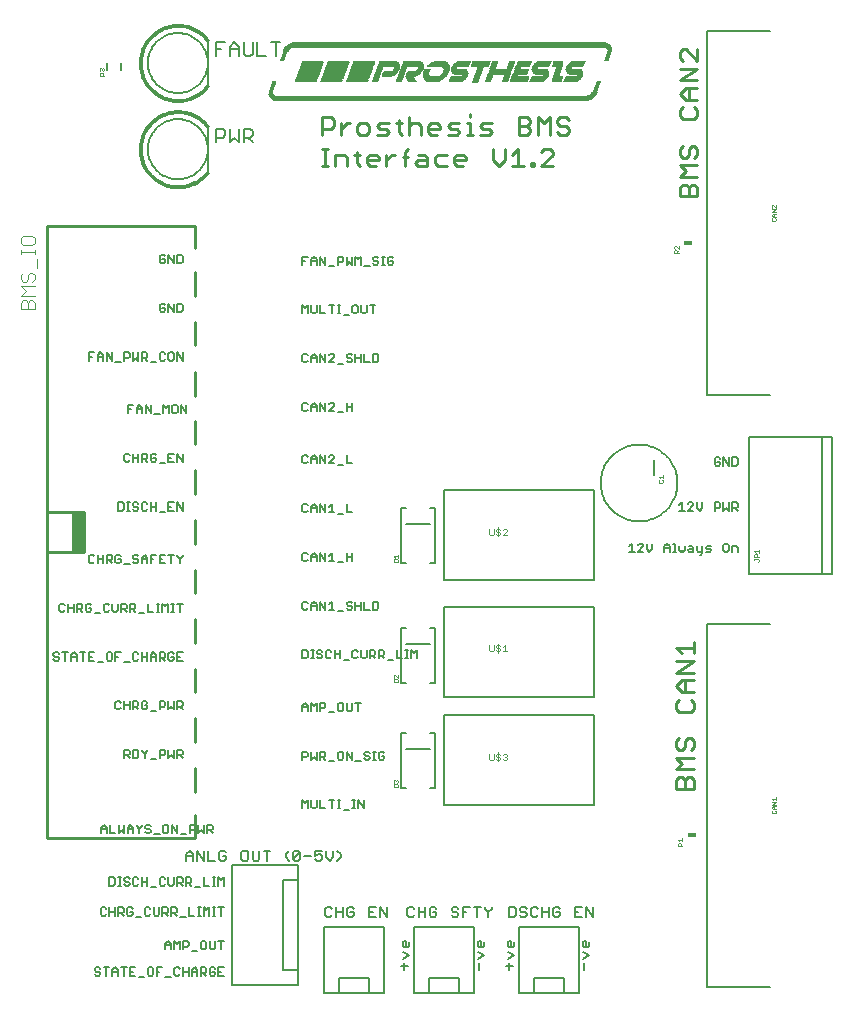
<source format=gto>
G75*
%MOIN*%
%OFA0B0*%
%FSLAX24Y24*%
%IPPOS*%
%LPD*%
%AMOC8*
5,1,8,0,0,1.08239X$1,22.5*
%
%ADD10C,0.0050*%
%ADD11C,0.0110*%
%ADD12C,0.0060*%
%ADD13C,0.0080*%
%ADD14C,0.0020*%
%ADD15C,0.0010*%
%ADD16R,0.0300X0.0180*%
%ADD17C,0.0100*%
%ADD18C,0.0040*%
%ADD19R,1.0355X0.0005*%
%ADD20R,1.0425X0.0005*%
%ADD21R,1.0465X0.0005*%
%ADD22R,1.0500X0.0005*%
%ADD23R,1.0530X0.0005*%
%ADD24R,1.0550X0.0005*%
%ADD25R,1.0575X0.0005*%
%ADD26R,1.0595X0.0005*%
%ADD27R,1.0615X0.0005*%
%ADD28R,1.0630X0.0005*%
%ADD29R,1.0650X0.0005*%
%ADD30R,1.0665X0.0005*%
%ADD31R,1.0680X0.0005*%
%ADD32R,1.0690X0.0005*%
%ADD33R,1.0710X0.0005*%
%ADD34R,1.0720X0.0005*%
%ADD35R,1.0735X0.0005*%
%ADD36R,1.0745X0.0005*%
%ADD37R,1.0750X0.0005*%
%ADD38R,1.0765X0.0005*%
%ADD39R,1.0775X0.0005*%
%ADD40R,1.0785X0.0005*%
%ADD41R,1.0795X0.0005*%
%ADD42R,1.0800X0.0005*%
%ADD43R,1.0810X0.0005*%
%ADD44R,1.0820X0.0005*%
%ADD45R,1.0825X0.0005*%
%ADD46R,1.0835X0.0005*%
%ADD47R,1.0840X0.0005*%
%ADD48R,1.0850X0.0005*%
%ADD49R,0.0240X0.0005*%
%ADD50R,0.0300X0.0005*%
%ADD51R,0.0215X0.0005*%
%ADD52R,0.0275X0.0005*%
%ADD53R,0.0200X0.0005*%
%ADD54R,0.0265X0.0005*%
%ADD55R,0.0195X0.0005*%
%ADD56R,0.0250X0.0005*%
%ADD57R,0.0190X0.0005*%
%ADD58R,0.0180X0.0005*%
%ADD59R,0.0235X0.0005*%
%ADD60R,0.0230X0.0005*%
%ADD61R,0.0175X0.0005*%
%ADD62R,0.0220X0.0005*%
%ADD63R,0.0170X0.0005*%
%ADD64R,0.0165X0.0005*%
%ADD65R,0.0205X0.0005*%
%ADD66R,0.0160X0.0005*%
%ADD67R,0.0155X0.0005*%
%ADD68R,0.0185X0.0005*%
%ADD69R,0.0150X0.0005*%
%ADD70R,0.0700X0.0005*%
%ADD71R,0.0255X0.0005*%
%ADD72R,0.0380X0.0005*%
%ADD73R,0.0570X0.0005*%
%ADD74R,0.0385X0.0005*%
%ADD75R,0.0705X0.0005*%
%ADD76R,0.0400X0.0005*%
%ADD77R,0.0575X0.0005*%
%ADD78R,0.0285X0.0005*%
%ADD79R,0.0395X0.0005*%
%ADD80R,0.0340X0.0005*%
%ADD81R,0.0415X0.0005*%
%ADD82R,0.0295X0.0005*%
%ADD83R,0.0370X0.0005*%
%ADD84R,0.0425X0.0005*%
%ADD85R,0.0430X0.0005*%
%ADD86R,0.0440X0.0005*%
%ADD87R,0.0310X0.0005*%
%ADD88R,0.0435X0.0005*%
%ADD89R,0.0420X0.0005*%
%ADD90R,0.0450X0.0005*%
%ADD91R,0.0445X0.0005*%
%ADD92R,0.0455X0.0005*%
%ADD93R,0.0315X0.0005*%
%ADD94R,0.0465X0.0005*%
%ADD95R,0.0320X0.0005*%
%ADD96R,0.0460X0.0005*%
%ADD97R,0.0480X0.0005*%
%ADD98R,0.0470X0.0005*%
%ADD99R,0.0495X0.0005*%
%ADD100R,0.0475X0.0005*%
%ADD101R,0.0325X0.0005*%
%ADD102R,0.0515X0.0005*%
%ADD103R,0.0485X0.0005*%
%ADD104R,0.0330X0.0005*%
%ADD105R,0.0530X0.0005*%
%ADD106R,0.0490X0.0005*%
%ADD107R,0.0545X0.0005*%
%ADD108R,0.0560X0.0005*%
%ADD109R,0.0500X0.0005*%
%ADD110R,0.0335X0.0005*%
%ADD111R,0.0505X0.0005*%
%ADD112R,0.0585X0.0005*%
%ADD113R,0.0595X0.0005*%
%ADD114R,0.0510X0.0005*%
%ADD115R,0.0605X0.0005*%
%ADD116R,0.0615X0.0005*%
%ADD117R,0.0520X0.0005*%
%ADD118R,0.0630X0.0005*%
%ADD119R,0.0525X0.0005*%
%ADD120R,0.0635X0.0005*%
%ADD121R,0.0645X0.0005*%
%ADD122R,0.0660X0.0005*%
%ADD123R,0.0665X0.0005*%
%ADD124R,0.0675X0.0005*%
%ADD125R,0.0535X0.0005*%
%ADD126R,0.0680X0.0005*%
%ADD127R,0.0540X0.0005*%
%ADD128R,0.0690X0.0005*%
%ADD129R,0.0715X0.0005*%
%ADD130R,0.0720X0.0005*%
%ADD131R,0.0550X0.0005*%
%ADD132R,0.0725X0.0005*%
%ADD133R,0.0730X0.0005*%
%ADD134R,0.0740X0.0005*%
%ADD135R,0.0555X0.0005*%
%ADD136R,0.0745X0.0005*%
%ADD137R,0.0290X0.0005*%
%ADD138R,0.0210X0.0005*%
%ADD139R,0.0260X0.0005*%
%ADD140R,0.0270X0.0005*%
%ADD141R,0.0245X0.0005*%
%ADD142R,0.0345X0.0005*%
%ADD143R,0.0355X0.0005*%
%ADD144R,0.0365X0.0005*%
%ADD145R,0.0225X0.0005*%
%ADD146R,0.0375X0.0005*%
%ADD147R,0.0405X0.0005*%
%ADD148R,0.0410X0.0005*%
%ADD149R,0.0750X0.0005*%
%ADD150R,0.0755X0.0005*%
%ADD151R,0.0735X0.0005*%
%ADD152R,0.0580X0.0005*%
%ADD153R,0.0350X0.0005*%
%ADD154R,0.0710X0.0005*%
%ADD155R,0.0695X0.0005*%
%ADD156R,0.0685X0.0005*%
%ADD157R,0.0670X0.0005*%
%ADD158R,0.0650X0.0005*%
%ADD159R,0.0620X0.0005*%
%ADD160R,0.0590X0.0005*%
%ADD161R,0.0565X0.0005*%
%ADD162R,0.0655X0.0005*%
%ADD163R,0.0640X0.0005*%
%ADD164R,0.0625X0.0005*%
%ADD165R,0.0360X0.0005*%
%ADD166R,0.0280X0.0005*%
%ADD167R,1.0855X0.0005*%
%ADD168R,1.0815X0.0005*%
%ADD169R,1.0790X0.0005*%
%ADD170R,1.0770X0.0005*%
%ADD171R,1.0760X0.0005*%
%ADD172R,1.0740X0.0005*%
%ADD173R,1.0725X0.0005*%
%ADD174R,1.0715X0.0005*%
%ADD175R,1.0700X0.0005*%
%ADD176R,1.0675X0.0005*%
%ADD177R,1.0655X0.0005*%
%ADD178R,1.0645X0.0005*%
%ADD179R,1.0610X0.0005*%
%ADD180R,1.0585X0.0005*%
%ADD181R,1.0565X0.0005*%
%ADD182R,1.0545X0.0005*%
%ADD183R,1.0520X0.0005*%
%ADD184R,1.0485X0.0005*%
%ADD185R,1.0450X0.0005*%
%ADD186R,1.0405X0.0005*%
%ADD187R,1.0305X0.0005*%
D10*
X002825Y000835D02*
X002780Y000880D01*
X002825Y000835D02*
X002915Y000835D01*
X002960Y000880D01*
X002960Y000925D01*
X002915Y000970D01*
X002825Y000970D01*
X002780Y001015D01*
X002780Y001060D01*
X002825Y001105D01*
X002915Y001105D01*
X002960Y001060D01*
X003075Y001105D02*
X003255Y001105D01*
X003165Y001105D02*
X003165Y000835D01*
X003370Y000835D02*
X003370Y001015D01*
X003460Y001105D01*
X003550Y001015D01*
X003550Y000835D01*
X003550Y000970D02*
X003370Y000970D01*
X003664Y001105D02*
X003844Y001105D01*
X003754Y001105D02*
X003754Y000835D01*
X003959Y000835D02*
X004139Y000835D01*
X004253Y000790D02*
X004434Y000790D01*
X004548Y000880D02*
X004593Y000835D01*
X004683Y000835D01*
X004728Y000880D01*
X004728Y001060D01*
X004683Y001105D01*
X004593Y001105D01*
X004548Y001060D01*
X004548Y000880D01*
X004843Y000835D02*
X004843Y001105D01*
X005023Y001105D01*
X004933Y000970D02*
X004843Y000970D01*
X005137Y000790D02*
X005318Y000790D01*
X005432Y000880D02*
X005477Y000835D01*
X005567Y000835D01*
X005612Y000880D01*
X005727Y000835D02*
X005727Y001105D01*
X005612Y001060D02*
X005567Y001105D01*
X005477Y001105D01*
X005432Y001060D01*
X005432Y000880D01*
X005727Y000970D02*
X005907Y000970D01*
X006021Y000970D02*
X006202Y000970D01*
X006202Y001015D02*
X006202Y000835D01*
X006316Y000835D02*
X006316Y001105D01*
X006451Y001105D01*
X006496Y001060D01*
X006496Y000970D01*
X006451Y000925D01*
X006316Y000925D01*
X006406Y000925D02*
X006496Y000835D01*
X006611Y000880D02*
X006656Y000835D01*
X006746Y000835D01*
X006791Y000880D01*
X006791Y000970D01*
X006701Y000970D01*
X006791Y001060D02*
X006746Y001105D01*
X006656Y001105D01*
X006611Y001060D01*
X006611Y000880D01*
X006905Y000835D02*
X006905Y001105D01*
X007086Y001105D01*
X006995Y000970D02*
X006905Y000970D01*
X006905Y000835D02*
X007086Y000835D01*
X007350Y000505D02*
X007350Y004505D01*
X009550Y004505D01*
X009550Y004005D01*
X009050Y004005D01*
X009050Y001005D01*
X009550Y001005D01*
X009550Y000505D01*
X007350Y000505D01*
X006202Y001015D02*
X006111Y001105D01*
X006021Y001015D01*
X006021Y000835D01*
X005907Y000835D02*
X005907Y001105D01*
X006021Y001665D02*
X006202Y001665D01*
X006316Y001755D02*
X006361Y001710D01*
X006451Y001710D01*
X006496Y001755D01*
X006496Y001935D01*
X006451Y001980D01*
X006361Y001980D01*
X006316Y001935D01*
X006316Y001755D01*
X006611Y001755D02*
X006611Y001980D01*
X006791Y001980D02*
X006791Y001755D01*
X006746Y001710D01*
X006656Y001710D01*
X006611Y001755D01*
X006905Y001980D02*
X007086Y001980D01*
X006995Y001980D02*
X006995Y001710D01*
X005907Y001845D02*
X005862Y001800D01*
X005727Y001800D01*
X005727Y001710D02*
X005727Y001980D01*
X005862Y001980D01*
X005907Y001935D01*
X005907Y001845D01*
X005612Y001980D02*
X005612Y001710D01*
X005432Y001710D02*
X005432Y001980D01*
X005522Y001890D01*
X005612Y001980D01*
X005318Y001890D02*
X005318Y001710D01*
X005318Y001845D02*
X005137Y001845D01*
X005137Y001890D02*
X005228Y001980D01*
X005318Y001890D01*
X005137Y001890D02*
X005137Y001710D01*
X005219Y002835D02*
X005129Y002925D01*
X005174Y002925D02*
X005039Y002925D01*
X005039Y002835D02*
X005039Y003105D01*
X005174Y003105D01*
X005219Y003060D01*
X005219Y002970D01*
X005174Y002925D01*
X005334Y002925D02*
X005469Y002925D01*
X005514Y002970D01*
X005514Y003060D01*
X005469Y003105D01*
X005334Y003105D01*
X005334Y002835D01*
X005424Y002925D02*
X005514Y002835D01*
X005629Y002790D02*
X005809Y002790D01*
X005923Y002835D02*
X005923Y003105D01*
X005923Y002835D02*
X006103Y002835D01*
X006218Y002835D02*
X006308Y002835D01*
X006263Y002835D02*
X006263Y003105D01*
X006218Y003105D02*
X006308Y003105D01*
X006414Y003105D02*
X006504Y003015D01*
X006594Y003105D01*
X006594Y002835D01*
X006709Y002835D02*
X006799Y002835D01*
X006754Y002835D02*
X006754Y003105D01*
X006709Y003105D02*
X006799Y003105D01*
X006905Y003105D02*
X007086Y003105D01*
X006995Y003105D02*
X006995Y002835D01*
X006414Y002835D02*
X006414Y003105D01*
X006300Y003790D02*
X006120Y003790D01*
X006005Y003835D02*
X005915Y003925D01*
X005960Y003925D02*
X005825Y003925D01*
X005825Y003835D02*
X005825Y004105D01*
X005960Y004105D01*
X006005Y004060D01*
X006005Y003970D01*
X005960Y003925D01*
X005710Y003970D02*
X005665Y003925D01*
X005530Y003925D01*
X005530Y003835D02*
X005530Y004105D01*
X005665Y004105D01*
X005710Y004060D01*
X005710Y003970D01*
X005620Y003925D02*
X005710Y003835D01*
X005416Y003880D02*
X005416Y004105D01*
X005236Y004105D02*
X005236Y003880D01*
X005281Y003835D01*
X005371Y003835D01*
X005416Y003880D01*
X005121Y003880D02*
X005076Y003835D01*
X004986Y003835D01*
X004941Y003880D01*
X004941Y004060D01*
X004986Y004105D01*
X005076Y004105D01*
X005121Y004060D01*
X004827Y003790D02*
X004646Y003790D01*
X004532Y003835D02*
X004532Y004105D01*
X004532Y003970D02*
X004352Y003970D01*
X004352Y003835D02*
X004352Y004105D01*
X004237Y004060D02*
X004192Y004105D01*
X004102Y004105D01*
X004057Y004060D01*
X004057Y003880D01*
X004102Y003835D01*
X004192Y003835D01*
X004237Y003880D01*
X003943Y003880D02*
X003898Y003835D01*
X003807Y003835D01*
X003762Y003880D01*
X003807Y003970D02*
X003898Y003970D01*
X003943Y003925D01*
X003943Y003880D01*
X003807Y003970D02*
X003762Y004015D01*
X003762Y004060D01*
X003807Y004105D01*
X003898Y004105D01*
X003943Y004060D01*
X003656Y004105D02*
X003566Y004105D01*
X003611Y004105D02*
X003611Y003835D01*
X003566Y003835D02*
X003656Y003835D01*
X003451Y003880D02*
X003451Y004060D01*
X003406Y004105D01*
X003271Y004105D01*
X003271Y003835D01*
X003406Y003835D01*
X003451Y003880D01*
X003451Y003105D02*
X003451Y002835D01*
X003566Y002835D02*
X003566Y003105D01*
X003701Y003105D01*
X003746Y003060D01*
X003746Y002970D01*
X003701Y002925D01*
X003566Y002925D01*
X003656Y002925D02*
X003746Y002835D01*
X003861Y002880D02*
X003906Y002835D01*
X003996Y002835D01*
X004041Y002880D01*
X004041Y002970D01*
X003951Y002970D01*
X004041Y003060D02*
X003996Y003105D01*
X003906Y003105D01*
X003861Y003060D01*
X003861Y002880D01*
X004155Y002790D02*
X004335Y002790D01*
X004450Y002880D02*
X004495Y002835D01*
X004585Y002835D01*
X004630Y002880D01*
X004745Y002880D02*
X004790Y002835D01*
X004880Y002835D01*
X004925Y002880D01*
X004925Y003105D01*
X004745Y003105D02*
X004745Y002880D01*
X004630Y003060D02*
X004585Y003105D01*
X004495Y003105D01*
X004450Y003060D01*
X004450Y002880D01*
X003451Y002970D02*
X003271Y002970D01*
X003271Y002835D02*
X003271Y003105D01*
X003157Y003060D02*
X003112Y003105D01*
X003022Y003105D01*
X002977Y003060D01*
X002977Y002880D01*
X003022Y002835D01*
X003112Y002835D01*
X003157Y002880D01*
X003959Y001105D02*
X003959Y000835D01*
X003959Y000970D02*
X004049Y000970D01*
X004139Y001105D02*
X003959Y001105D01*
X006414Y003835D02*
X006594Y003835D01*
X006709Y003835D02*
X006799Y003835D01*
X006754Y003835D02*
X006754Y004105D01*
X006709Y004105D02*
X006799Y004105D01*
X006905Y004105D02*
X006995Y004015D01*
X007086Y004105D01*
X007086Y003835D01*
X006905Y003835D02*
X006905Y004105D01*
X006414Y004105D02*
X006414Y003835D01*
X005827Y005540D02*
X005646Y005540D01*
X005532Y005585D02*
X005352Y005855D01*
X005352Y005585D01*
X005237Y005630D02*
X005237Y005810D01*
X005192Y005855D01*
X005102Y005855D01*
X005057Y005810D01*
X005057Y005630D01*
X005102Y005585D01*
X005192Y005585D01*
X005237Y005630D01*
X005532Y005585D02*
X005532Y005855D01*
X005941Y005855D02*
X006076Y005855D01*
X006121Y005810D01*
X006121Y005720D01*
X006076Y005675D01*
X005941Y005675D01*
X005941Y005585D02*
X005941Y005855D01*
X006236Y005855D02*
X006236Y005585D01*
X006326Y005675D01*
X006416Y005585D01*
X006416Y005855D01*
X006530Y005855D02*
X006665Y005855D01*
X006711Y005810D01*
X006711Y005720D01*
X006665Y005675D01*
X006530Y005675D01*
X006530Y005585D02*
X006530Y005855D01*
X006620Y005675D02*
X006711Y005585D01*
X004943Y005540D02*
X004762Y005540D01*
X004648Y005630D02*
X004603Y005585D01*
X004513Y005585D01*
X004468Y005630D01*
X004513Y005720D02*
X004603Y005720D01*
X004648Y005675D01*
X004648Y005630D01*
X004513Y005720D02*
X004468Y005765D01*
X004468Y005810D01*
X004513Y005855D01*
X004603Y005855D01*
X004648Y005810D01*
X004353Y005810D02*
X004353Y005855D01*
X004353Y005810D02*
X004263Y005720D01*
X004263Y005585D01*
X004263Y005720D02*
X004173Y005810D01*
X004173Y005855D01*
X004059Y005765D02*
X004059Y005585D01*
X004059Y005720D02*
X003878Y005720D01*
X003878Y005765D02*
X003969Y005855D01*
X004059Y005765D01*
X003878Y005765D02*
X003878Y005585D01*
X003764Y005585D02*
X003764Y005855D01*
X003584Y005855D02*
X003584Y005585D01*
X003674Y005675D01*
X003764Y005585D01*
X003469Y005585D02*
X003289Y005585D01*
X003289Y005855D01*
X003175Y005765D02*
X003175Y005585D01*
X003175Y005720D02*
X002995Y005720D01*
X002995Y005765D02*
X003085Y005855D01*
X003175Y005765D01*
X002995Y005765D02*
X002995Y005585D01*
X003762Y008085D02*
X003762Y008355D01*
X003898Y008355D01*
X003943Y008310D01*
X003943Y008220D01*
X003898Y008175D01*
X003762Y008175D01*
X003853Y008175D02*
X003943Y008085D01*
X004057Y008085D02*
X004057Y008355D01*
X004192Y008355D01*
X004237Y008310D01*
X004237Y008130D01*
X004192Y008085D01*
X004057Y008085D01*
X004352Y008310D02*
X004442Y008220D01*
X004442Y008085D01*
X004442Y008220D02*
X004532Y008310D01*
X004532Y008355D01*
X004352Y008355D02*
X004352Y008310D01*
X004646Y008040D02*
X004827Y008040D01*
X004941Y008085D02*
X004941Y008355D01*
X005076Y008355D01*
X005121Y008310D01*
X005121Y008220D01*
X005076Y008175D01*
X004941Y008175D01*
X005236Y008085D02*
X005236Y008355D01*
X005416Y008355D02*
X005416Y008085D01*
X005326Y008175D01*
X005236Y008085D01*
X005530Y008085D02*
X005530Y008355D01*
X005665Y008355D01*
X005711Y008310D01*
X005711Y008220D01*
X005665Y008175D01*
X005530Y008175D01*
X005620Y008175D02*
X005711Y008085D01*
X005711Y009710D02*
X005620Y009800D01*
X005665Y009800D02*
X005530Y009800D01*
X005530Y009710D02*
X005530Y009980D01*
X005665Y009980D01*
X005711Y009935D01*
X005711Y009845D01*
X005665Y009800D01*
X005416Y009710D02*
X005416Y009980D01*
X005236Y009980D02*
X005236Y009710D01*
X005326Y009800D01*
X005416Y009710D01*
X005121Y009845D02*
X005076Y009800D01*
X004941Y009800D01*
X004941Y009710D02*
X004941Y009980D01*
X005076Y009980D01*
X005121Y009935D01*
X005121Y009845D01*
X004827Y009665D02*
X004646Y009665D01*
X004532Y009755D02*
X004532Y009845D01*
X004442Y009845D01*
X004532Y009755D02*
X004487Y009710D01*
X004397Y009710D01*
X004352Y009755D01*
X004352Y009935D01*
X004397Y009980D01*
X004487Y009980D01*
X004532Y009935D01*
X004237Y009935D02*
X004237Y009845D01*
X004192Y009800D01*
X004057Y009800D01*
X004057Y009710D02*
X004057Y009980D01*
X004192Y009980D01*
X004237Y009935D01*
X004147Y009800D02*
X004237Y009710D01*
X003943Y009710D02*
X003943Y009980D01*
X003943Y009845D02*
X003762Y009845D01*
X003762Y009710D02*
X003762Y009980D01*
X003648Y009935D02*
X003603Y009980D01*
X003513Y009980D01*
X003468Y009935D01*
X003468Y009755D01*
X003513Y009710D01*
X003603Y009710D01*
X003648Y009755D01*
X003762Y011290D02*
X003943Y011290D01*
X004057Y011380D02*
X004057Y011560D01*
X004102Y011605D01*
X004192Y011605D01*
X004237Y011560D01*
X004352Y011605D02*
X004352Y011335D01*
X004237Y011380D02*
X004192Y011335D01*
X004102Y011335D01*
X004057Y011380D01*
X004352Y011470D02*
X004532Y011470D01*
X004646Y011470D02*
X004827Y011470D01*
X004827Y011515D02*
X004827Y011335D01*
X004941Y011335D02*
X004941Y011605D01*
X005076Y011605D01*
X005121Y011560D01*
X005121Y011470D01*
X005076Y011425D01*
X004941Y011425D01*
X005031Y011425D02*
X005121Y011335D01*
X005236Y011380D02*
X005236Y011560D01*
X005281Y011605D01*
X005371Y011605D01*
X005416Y011560D01*
X005416Y011470D02*
X005326Y011470D01*
X005416Y011470D02*
X005416Y011380D01*
X005371Y011335D01*
X005281Y011335D01*
X005236Y011380D01*
X005530Y011335D02*
X005530Y011605D01*
X005711Y011605D01*
X005620Y011470D02*
X005530Y011470D01*
X005530Y011335D02*
X005711Y011335D01*
X004827Y011515D02*
X004736Y011605D01*
X004646Y011515D01*
X004646Y011335D01*
X004532Y011335D02*
X004532Y011605D01*
X003648Y011605D02*
X003468Y011605D01*
X003468Y011335D01*
X003353Y011380D02*
X003353Y011560D01*
X003308Y011605D01*
X003218Y011605D01*
X003173Y011560D01*
X003173Y011380D01*
X003218Y011335D01*
X003308Y011335D01*
X003353Y011380D01*
X003468Y011470D02*
X003558Y011470D01*
X003059Y011290D02*
X002878Y011290D01*
X002764Y011335D02*
X002584Y011335D01*
X002584Y011605D01*
X002764Y011605D01*
X002674Y011470D02*
X002584Y011470D01*
X002469Y011605D02*
X002289Y011605D01*
X002379Y011605D02*
X002379Y011335D01*
X002175Y011335D02*
X002175Y011515D01*
X002085Y011605D01*
X001995Y011515D01*
X001995Y011335D01*
X001995Y011470D02*
X002175Y011470D01*
X001880Y011605D02*
X001700Y011605D01*
X001790Y011605D02*
X001790Y011335D01*
X001585Y011380D02*
X001540Y011335D01*
X001450Y011335D01*
X001405Y011380D01*
X001450Y011470D02*
X001540Y011470D01*
X001585Y011425D01*
X001585Y011380D01*
X001450Y011470D02*
X001405Y011515D01*
X001405Y011560D01*
X001450Y011605D01*
X001540Y011605D01*
X001585Y011560D01*
X001647Y012960D02*
X001737Y012960D01*
X001782Y013005D01*
X001896Y012960D02*
X001896Y013230D01*
X001782Y013185D02*
X001737Y013230D01*
X001647Y013230D01*
X001602Y013185D01*
X001602Y013005D01*
X001647Y012960D01*
X001896Y013095D02*
X002076Y013095D01*
X002191Y013050D02*
X002326Y013050D01*
X002371Y013095D01*
X002371Y013185D01*
X002326Y013230D01*
X002191Y013230D01*
X002191Y012960D01*
X002076Y012960D02*
X002076Y013230D01*
X002281Y013050D02*
X002371Y012960D01*
X002486Y013005D02*
X002486Y013185D01*
X002531Y013230D01*
X002621Y013230D01*
X002666Y013185D01*
X002666Y013095D02*
X002576Y013095D01*
X002666Y013095D02*
X002666Y013005D01*
X002621Y012960D01*
X002531Y012960D01*
X002486Y013005D01*
X002780Y012915D02*
X002960Y012915D01*
X003075Y013005D02*
X003075Y013185D01*
X003120Y013230D01*
X003210Y013230D01*
X003255Y013185D01*
X003370Y013230D02*
X003370Y013005D01*
X003415Y012960D01*
X003505Y012960D01*
X003550Y013005D01*
X003550Y013230D01*
X003664Y013230D02*
X003799Y013230D01*
X003844Y013185D01*
X003844Y013095D01*
X003799Y013050D01*
X003664Y013050D01*
X003664Y012960D02*
X003664Y013230D01*
X003754Y013050D02*
X003844Y012960D01*
X003959Y012960D02*
X003959Y013230D01*
X004094Y013230D01*
X004139Y013185D01*
X004139Y013095D01*
X004094Y013050D01*
X003959Y013050D01*
X004049Y013050D02*
X004139Y012960D01*
X004254Y012915D02*
X004434Y012915D01*
X004548Y012960D02*
X004728Y012960D01*
X004843Y012960D02*
X004933Y012960D01*
X004888Y012960D02*
X004888Y013230D01*
X004843Y013230D02*
X004933Y013230D01*
X005039Y013230D02*
X005129Y013140D01*
X005219Y013230D01*
X005219Y012960D01*
X005334Y012960D02*
X005424Y012960D01*
X005379Y012960D02*
X005379Y013230D01*
X005334Y013230D02*
X005424Y013230D01*
X005530Y013230D02*
X005711Y013230D01*
X005620Y013230D02*
X005620Y012960D01*
X005039Y012960D02*
X005039Y013230D01*
X004548Y013230D02*
X004548Y012960D01*
X003255Y013005D02*
X003210Y012960D01*
X003120Y012960D01*
X003075Y013005D01*
X003059Y014585D02*
X003059Y014855D01*
X003173Y014855D02*
X003173Y014585D01*
X003173Y014675D02*
X003308Y014675D01*
X003353Y014720D01*
X003353Y014810D01*
X003308Y014855D01*
X003173Y014855D01*
X003059Y014720D02*
X002878Y014720D01*
X002878Y014585D02*
X002878Y014855D01*
X002764Y014810D02*
X002719Y014855D01*
X002629Y014855D01*
X002584Y014810D01*
X002584Y014630D01*
X002629Y014585D01*
X002719Y014585D01*
X002764Y014630D01*
X003263Y014675D02*
X003353Y014585D01*
X003468Y014630D02*
X003468Y014810D01*
X003513Y014855D01*
X003603Y014855D01*
X003648Y014810D01*
X003648Y014720D02*
X003558Y014720D01*
X003648Y014720D02*
X003648Y014630D01*
X003603Y014585D01*
X003513Y014585D01*
X003468Y014630D01*
X003762Y014540D02*
X003943Y014540D01*
X004057Y014630D02*
X004102Y014585D01*
X004192Y014585D01*
X004237Y014630D01*
X004237Y014675D01*
X004192Y014720D01*
X004102Y014720D01*
X004057Y014765D01*
X004057Y014810D01*
X004102Y014855D01*
X004192Y014855D01*
X004237Y014810D01*
X004352Y014765D02*
X004352Y014585D01*
X004352Y014720D02*
X004532Y014720D01*
X004532Y014765D02*
X004532Y014585D01*
X004646Y014585D02*
X004646Y014855D01*
X004827Y014855D01*
X004941Y014855D02*
X004941Y014585D01*
X005121Y014585D01*
X005031Y014720D02*
X004941Y014720D01*
X004941Y014855D02*
X005121Y014855D01*
X005236Y014855D02*
X005416Y014855D01*
X005326Y014855D02*
X005326Y014585D01*
X005620Y014585D02*
X005620Y014720D01*
X005711Y014810D01*
X005711Y014855D01*
X005620Y014720D02*
X005530Y014810D01*
X005530Y014855D01*
X004736Y014720D02*
X004646Y014720D01*
X004532Y014765D02*
X004442Y014855D01*
X004352Y014765D01*
X004397Y016335D02*
X004487Y016335D01*
X004532Y016380D01*
X004646Y016335D02*
X004646Y016605D01*
X004532Y016560D02*
X004487Y016605D01*
X004397Y016605D01*
X004352Y016560D01*
X004352Y016380D01*
X004397Y016335D01*
X004237Y016380D02*
X004192Y016335D01*
X004102Y016335D01*
X004057Y016380D01*
X004102Y016470D02*
X004192Y016470D01*
X004237Y016425D01*
X004237Y016380D01*
X004102Y016470D02*
X004057Y016515D01*
X004057Y016560D01*
X004102Y016605D01*
X004192Y016605D01*
X004237Y016560D01*
X003951Y016605D02*
X003861Y016605D01*
X003906Y016605D02*
X003906Y016335D01*
X003861Y016335D02*
X003951Y016335D01*
X003746Y016380D02*
X003701Y016335D01*
X003566Y016335D01*
X003566Y016605D01*
X003701Y016605D01*
X003746Y016560D01*
X003746Y016380D01*
X004646Y016470D02*
X004827Y016470D01*
X004827Y016605D02*
X004827Y016335D01*
X004941Y016290D02*
X005121Y016290D01*
X005236Y016335D02*
X005236Y016605D01*
X005416Y016605D01*
X005530Y016605D02*
X005711Y016335D01*
X005711Y016605D01*
X005530Y016605D02*
X005530Y016335D01*
X005416Y016335D02*
X005236Y016335D01*
X005236Y016470D02*
X005326Y016470D01*
X005121Y017915D02*
X004941Y017915D01*
X004827Y018005D02*
X004827Y018095D01*
X004736Y018095D01*
X004646Y018185D02*
X004646Y018005D01*
X004691Y017960D01*
X004782Y017960D01*
X004827Y018005D01*
X004827Y018185D02*
X004782Y018230D01*
X004691Y018230D01*
X004646Y018185D01*
X004532Y018185D02*
X004532Y018095D01*
X004487Y018050D01*
X004352Y018050D01*
X004442Y018050D02*
X004532Y017960D01*
X004352Y017960D02*
X004352Y018230D01*
X004487Y018230D01*
X004532Y018185D01*
X004237Y018230D02*
X004237Y017960D01*
X004237Y018095D02*
X004057Y018095D01*
X004057Y017960D02*
X004057Y018230D01*
X003943Y018185D02*
X003898Y018230D01*
X003807Y018230D01*
X003762Y018185D01*
X003762Y018005D01*
X003807Y017960D01*
X003898Y017960D01*
X003943Y018005D01*
X005236Y017960D02*
X005416Y017960D01*
X005530Y017960D02*
X005530Y018230D01*
X005711Y017960D01*
X005711Y018230D01*
X005416Y018230D02*
X005236Y018230D01*
X005236Y017960D01*
X005236Y018095D02*
X005326Y018095D01*
X005406Y019585D02*
X005496Y019585D01*
X005541Y019630D01*
X005541Y019810D01*
X005496Y019855D01*
X005406Y019855D01*
X005361Y019810D01*
X005361Y019630D01*
X005406Y019585D01*
X005246Y019585D02*
X005246Y019855D01*
X005156Y019765D01*
X005066Y019855D01*
X005066Y019585D01*
X004952Y019540D02*
X004771Y019540D01*
X004657Y019585D02*
X004657Y019855D01*
X004477Y019855D02*
X004477Y019585D01*
X004362Y019585D02*
X004362Y019765D01*
X004272Y019855D01*
X004182Y019765D01*
X004182Y019585D01*
X004182Y019720D02*
X004362Y019720D01*
X004477Y019855D02*
X004657Y019585D01*
X004068Y019855D02*
X003887Y019855D01*
X003887Y019585D01*
X003887Y019720D02*
X003978Y019720D01*
X003648Y021290D02*
X003468Y021290D01*
X003353Y021335D02*
X003353Y021605D01*
X003173Y021605D02*
X003353Y021335D01*
X003173Y021335D02*
X003173Y021605D01*
X003059Y021515D02*
X003059Y021335D01*
X003059Y021470D02*
X002878Y021470D01*
X002878Y021515D02*
X002969Y021605D01*
X003059Y021515D01*
X002878Y021515D02*
X002878Y021335D01*
X002674Y021470D02*
X002584Y021470D01*
X002584Y021335D02*
X002584Y021605D01*
X002764Y021605D01*
X003762Y021605D02*
X003898Y021605D01*
X003943Y021560D01*
X003943Y021470D01*
X003898Y021425D01*
X003762Y021425D01*
X003762Y021335D02*
X003762Y021605D01*
X004057Y021605D02*
X004057Y021335D01*
X004147Y021425D01*
X004237Y021335D01*
X004237Y021605D01*
X004352Y021605D02*
X004487Y021605D01*
X004532Y021560D01*
X004532Y021470D01*
X004487Y021425D01*
X004352Y021425D01*
X004442Y021425D02*
X004532Y021335D01*
X004646Y021290D02*
X004827Y021290D01*
X004941Y021380D02*
X004986Y021335D01*
X005076Y021335D01*
X005121Y021380D01*
X005236Y021380D02*
X005281Y021335D01*
X005371Y021335D01*
X005416Y021380D01*
X005416Y021560D01*
X005371Y021605D01*
X005281Y021605D01*
X005236Y021560D01*
X005236Y021380D01*
X005121Y021560D02*
X005076Y021605D01*
X004986Y021605D01*
X004941Y021560D01*
X004941Y021380D01*
X004352Y021335D02*
X004352Y021605D01*
X005530Y021605D02*
X005711Y021335D01*
X005711Y021605D01*
X005530Y021605D02*
X005530Y021335D01*
X005655Y019855D02*
X005836Y019585D01*
X005836Y019855D01*
X005655Y019855D02*
X005655Y019585D01*
X005665Y022960D02*
X005711Y023005D01*
X005711Y023185D01*
X005665Y023230D01*
X005530Y023230D01*
X005530Y022960D01*
X005665Y022960D01*
X005416Y022960D02*
X005416Y023230D01*
X005236Y023230D02*
X005416Y022960D01*
X005236Y022960D02*
X005236Y023230D01*
X005121Y023185D02*
X005076Y023230D01*
X004986Y023230D01*
X004941Y023185D01*
X004941Y023005D01*
X004986Y022960D01*
X005076Y022960D01*
X005121Y023005D01*
X005121Y023095D01*
X005031Y023095D01*
X004986Y024585D02*
X005076Y024585D01*
X005121Y024630D01*
X005121Y024720D01*
X005031Y024720D01*
X004941Y024630D02*
X004986Y024585D01*
X004941Y024630D02*
X004941Y024810D01*
X004986Y024855D01*
X005076Y024855D01*
X005121Y024810D01*
X005236Y024855D02*
X005416Y024585D01*
X005416Y024855D01*
X005530Y024855D02*
X005665Y024855D01*
X005711Y024810D01*
X005711Y024630D01*
X005665Y024585D01*
X005530Y024585D01*
X005530Y024855D01*
X005236Y024855D02*
X005236Y024585D01*
X006825Y028615D02*
X006825Y029065D01*
X007050Y029065D01*
X007125Y028990D01*
X007125Y028840D01*
X007050Y028765D01*
X006825Y028765D01*
X007285Y028615D02*
X007285Y029065D01*
X007586Y029065D02*
X007586Y028615D01*
X007436Y028765D01*
X007285Y028615D01*
X007746Y028615D02*
X007746Y029065D01*
X007971Y029065D01*
X008046Y028990D01*
X008046Y028840D01*
X007971Y028765D01*
X007746Y028765D01*
X007896Y028765D02*
X008046Y028615D01*
X007971Y031490D02*
X008046Y031565D01*
X008046Y031940D01*
X008206Y031940D02*
X008206Y031490D01*
X008506Y031490D01*
X008817Y031490D02*
X008817Y031940D01*
X008667Y031940D02*
X008967Y031940D01*
X007971Y031490D02*
X007821Y031490D01*
X007746Y031565D01*
X007746Y031940D01*
X007586Y031790D02*
X007586Y031490D01*
X007586Y031715D02*
X007285Y031715D01*
X007285Y031790D02*
X007285Y031490D01*
X007285Y031790D02*
X007436Y031940D01*
X007586Y031790D01*
X007125Y031940D02*
X006825Y031940D01*
X006825Y031490D01*
X006825Y031715D02*
X006975Y031715D01*
X009700Y024800D02*
X009880Y024800D01*
X009995Y024710D02*
X010085Y024800D01*
X010175Y024710D01*
X010175Y024530D01*
X010289Y024530D02*
X010289Y024800D01*
X010469Y024530D01*
X010469Y024800D01*
X010175Y024665D02*
X009995Y024665D01*
X009995Y024710D02*
X009995Y024530D01*
X009790Y024665D02*
X009700Y024665D01*
X009700Y024530D02*
X009700Y024800D01*
X010584Y024485D02*
X010764Y024485D01*
X010879Y024530D02*
X010879Y024800D01*
X011014Y024800D01*
X011059Y024755D01*
X011059Y024665D01*
X011014Y024620D01*
X010879Y024620D01*
X011173Y024530D02*
X011263Y024620D01*
X011353Y024530D01*
X011353Y024800D01*
X011468Y024800D02*
X011558Y024710D01*
X011648Y024800D01*
X011648Y024530D01*
X011763Y024485D02*
X011943Y024485D01*
X012057Y024575D02*
X012102Y024530D01*
X012192Y024530D01*
X012237Y024575D01*
X012237Y024620D01*
X012192Y024665D01*
X012102Y024665D01*
X012057Y024710D01*
X012057Y024755D01*
X012102Y024800D01*
X012192Y024800D01*
X012237Y024755D01*
X012352Y024800D02*
X012442Y024800D01*
X012397Y024800D02*
X012397Y024530D01*
X012352Y024530D02*
X012442Y024530D01*
X012548Y024575D02*
X012593Y024530D01*
X012683Y024530D01*
X012728Y024575D01*
X012728Y024665D01*
X012638Y024665D01*
X012548Y024755D02*
X012548Y024575D01*
X012548Y024755D02*
X012593Y024800D01*
X012683Y024800D01*
X012728Y024755D01*
X011468Y024800D02*
X011468Y024530D01*
X011173Y024530D02*
X011173Y024800D01*
X010969Y023175D02*
X010879Y023175D01*
X010924Y023175D02*
X010924Y022905D01*
X010879Y022905D02*
X010969Y022905D01*
X011075Y022860D02*
X011255Y022860D01*
X011370Y022950D02*
X011415Y022905D01*
X011505Y022905D01*
X011550Y022950D01*
X011550Y023130D01*
X011505Y023175D01*
X011415Y023175D01*
X011370Y023130D01*
X011370Y022950D01*
X011664Y022950D02*
X011709Y022905D01*
X011799Y022905D01*
X011844Y022950D01*
X011844Y023175D01*
X011959Y023175D02*
X012139Y023175D01*
X012049Y023175D02*
X012049Y022905D01*
X011664Y022950D02*
X011664Y023175D01*
X010764Y023175D02*
X010584Y023175D01*
X010674Y023175D02*
X010674Y022905D01*
X010469Y022905D02*
X010289Y022905D01*
X010289Y023175D01*
X010175Y023175D02*
X010175Y022950D01*
X010130Y022905D01*
X010040Y022905D01*
X009995Y022950D01*
X009995Y023175D01*
X009880Y023175D02*
X009880Y022905D01*
X009700Y022905D02*
X009700Y023175D01*
X009790Y023085D01*
X009880Y023175D01*
X009835Y021550D02*
X009745Y021550D01*
X009700Y021505D01*
X009700Y021325D01*
X009745Y021280D01*
X009835Y021280D01*
X009880Y021325D01*
X009995Y021280D02*
X009995Y021460D01*
X010085Y021550D01*
X010175Y021460D01*
X010175Y021280D01*
X010289Y021280D02*
X010289Y021550D01*
X010469Y021280D01*
X010469Y021550D01*
X010584Y021505D02*
X010629Y021550D01*
X010719Y021550D01*
X010764Y021505D01*
X010764Y021460D01*
X010584Y021280D01*
X010764Y021280D01*
X010879Y021235D02*
X011059Y021235D01*
X011173Y021325D02*
X011218Y021280D01*
X011308Y021280D01*
X011353Y021325D01*
X011353Y021370D01*
X011308Y021415D01*
X011218Y021415D01*
X011173Y021460D01*
X011173Y021505D01*
X011218Y021550D01*
X011308Y021550D01*
X011353Y021505D01*
X011468Y021550D02*
X011468Y021280D01*
X011468Y021415D02*
X011648Y021415D01*
X011648Y021550D02*
X011648Y021280D01*
X011763Y021280D02*
X011763Y021550D01*
X011763Y021280D02*
X011943Y021280D01*
X012057Y021280D02*
X012057Y021550D01*
X012192Y021550D01*
X012237Y021505D01*
X012237Y021325D01*
X012192Y021280D01*
X012057Y021280D01*
X011353Y019925D02*
X011353Y019655D01*
X011353Y019790D02*
X011173Y019790D01*
X011173Y019655D02*
X011173Y019925D01*
X011059Y019610D02*
X010879Y019610D01*
X010764Y019655D02*
X010584Y019655D01*
X010764Y019835D01*
X010764Y019880D01*
X010719Y019925D01*
X010629Y019925D01*
X010584Y019880D01*
X010469Y019925D02*
X010469Y019655D01*
X010289Y019925D01*
X010289Y019655D01*
X010175Y019655D02*
X010175Y019835D01*
X010085Y019925D01*
X009995Y019835D01*
X009995Y019655D01*
X009880Y019700D02*
X009835Y019655D01*
X009745Y019655D01*
X009700Y019700D01*
X009700Y019880D01*
X009745Y019925D01*
X009835Y019925D01*
X009880Y019880D01*
X009995Y019790D02*
X010175Y019790D01*
X010085Y018175D02*
X010175Y018085D01*
X010175Y017905D01*
X010289Y017905D02*
X010289Y018175D01*
X010469Y017905D01*
X010469Y018175D01*
X010584Y018130D02*
X010629Y018175D01*
X010719Y018175D01*
X010764Y018130D01*
X010764Y018085D01*
X010584Y017905D01*
X010764Y017905D01*
X010879Y017860D02*
X011059Y017860D01*
X011173Y017905D02*
X011353Y017905D01*
X011173Y017905D02*
X011173Y018175D01*
X010175Y018040D02*
X009995Y018040D01*
X009995Y018085D02*
X010085Y018175D01*
X009995Y018085D02*
X009995Y017905D01*
X009880Y017950D02*
X009835Y017905D01*
X009745Y017905D01*
X009700Y017950D01*
X009700Y018130D01*
X009745Y018175D01*
X009835Y018175D01*
X009880Y018130D01*
X009835Y016550D02*
X009745Y016550D01*
X009700Y016505D01*
X009700Y016325D01*
X009745Y016280D01*
X009835Y016280D01*
X009880Y016325D01*
X009995Y016280D02*
X009995Y016460D01*
X010085Y016550D01*
X010175Y016460D01*
X010175Y016280D01*
X010289Y016280D02*
X010289Y016550D01*
X010469Y016280D01*
X010469Y016550D01*
X010584Y016460D02*
X010674Y016550D01*
X010674Y016280D01*
X010584Y016280D02*
X010764Y016280D01*
X010879Y016235D02*
X011059Y016235D01*
X011173Y016280D02*
X011353Y016280D01*
X011173Y016280D02*
X011173Y016550D01*
X010175Y016415D02*
X009995Y016415D01*
X009880Y016505D02*
X009835Y016550D01*
X009835Y014925D02*
X009745Y014925D01*
X009700Y014880D01*
X009700Y014700D01*
X009745Y014655D01*
X009835Y014655D01*
X009880Y014700D01*
X009995Y014655D02*
X009995Y014835D01*
X010085Y014925D01*
X010175Y014835D01*
X010175Y014655D01*
X010289Y014655D02*
X010289Y014925D01*
X010469Y014655D01*
X010469Y014925D01*
X010584Y014835D02*
X010674Y014925D01*
X010674Y014655D01*
X010584Y014655D02*
X010764Y014655D01*
X010879Y014610D02*
X011059Y014610D01*
X011173Y014655D02*
X011173Y014925D01*
X011173Y014790D02*
X011353Y014790D01*
X011353Y014925D02*
X011353Y014655D01*
X010175Y014790D02*
X009995Y014790D01*
X009880Y014880D02*
X009835Y014925D01*
X009835Y013300D02*
X009745Y013300D01*
X009700Y013255D01*
X009700Y013075D01*
X009745Y013030D01*
X009835Y013030D01*
X009880Y013075D01*
X009995Y013030D02*
X009995Y013210D01*
X010085Y013300D01*
X010175Y013210D01*
X010175Y013030D01*
X010289Y013030D02*
X010289Y013300D01*
X010469Y013030D01*
X010469Y013300D01*
X010584Y013210D02*
X010674Y013300D01*
X010674Y013030D01*
X010584Y013030D02*
X010764Y013030D01*
X010879Y012985D02*
X011059Y012985D01*
X011173Y013075D02*
X011218Y013030D01*
X011308Y013030D01*
X011353Y013075D01*
X011353Y013120D01*
X011308Y013165D01*
X011218Y013165D01*
X011173Y013210D01*
X011173Y013255D01*
X011218Y013300D01*
X011308Y013300D01*
X011353Y013255D01*
X011468Y013300D02*
X011468Y013030D01*
X011468Y013165D02*
X011648Y013165D01*
X011648Y013300D02*
X011648Y013030D01*
X011763Y013030D02*
X011763Y013300D01*
X011763Y013030D02*
X011943Y013030D01*
X012057Y013030D02*
X012057Y013300D01*
X012192Y013300D01*
X012237Y013255D01*
X012237Y013075D01*
X012192Y013030D01*
X012057Y013030D01*
X012094Y011675D02*
X012139Y011630D01*
X012139Y011540D01*
X012094Y011495D01*
X011959Y011495D01*
X011959Y011405D02*
X011959Y011675D01*
X012094Y011675D01*
X012254Y011675D02*
X012389Y011675D01*
X012434Y011630D01*
X012434Y011540D01*
X012389Y011495D01*
X012254Y011495D01*
X012344Y011495D02*
X012434Y011405D01*
X012548Y011360D02*
X012728Y011360D01*
X012843Y011405D02*
X013023Y011405D01*
X013138Y011405D02*
X013228Y011405D01*
X013183Y011405D02*
X013183Y011675D01*
X013138Y011675D02*
X013228Y011675D01*
X013334Y011675D02*
X013424Y011585D01*
X013514Y011675D01*
X013514Y011405D01*
X013334Y011405D02*
X013334Y011675D01*
X012843Y011675D02*
X012843Y011405D01*
X012254Y011405D02*
X012254Y011675D01*
X012049Y011495D02*
X012139Y011405D01*
X011844Y011450D02*
X011844Y011675D01*
X011664Y011675D02*
X011664Y011450D01*
X011709Y011405D01*
X011799Y011405D01*
X011844Y011450D01*
X011550Y011450D02*
X011505Y011405D01*
X011415Y011405D01*
X011370Y011450D01*
X011370Y011630D01*
X011415Y011675D01*
X011505Y011675D01*
X011550Y011630D01*
X011255Y011360D02*
X011075Y011360D01*
X010961Y011405D02*
X010961Y011675D01*
X010961Y011540D02*
X010780Y011540D01*
X010780Y011405D02*
X010780Y011675D01*
X010666Y011630D02*
X010621Y011675D01*
X010531Y011675D01*
X010486Y011630D01*
X010486Y011450D01*
X010531Y011405D01*
X010621Y011405D01*
X010666Y011450D01*
X010371Y011450D02*
X010371Y011495D01*
X010326Y011540D01*
X010236Y011540D01*
X010191Y011585D01*
X010191Y011630D01*
X010236Y011675D01*
X010326Y011675D01*
X010371Y011630D01*
X010371Y011450D02*
X010326Y011405D01*
X010236Y011405D01*
X010191Y011450D01*
X010085Y011405D02*
X009995Y011405D01*
X010040Y011405D02*
X010040Y011675D01*
X009995Y011675D02*
X010085Y011675D01*
X009880Y011630D02*
X009835Y011675D01*
X009700Y011675D01*
X009700Y011405D01*
X009835Y011405D01*
X009880Y011450D01*
X009880Y011630D01*
X009995Y013165D02*
X010175Y013165D01*
X009880Y013255D02*
X009835Y013300D01*
X009790Y009925D02*
X009880Y009835D01*
X009880Y009655D01*
X009995Y009655D02*
X009995Y009925D01*
X010085Y009835D01*
X010175Y009925D01*
X010175Y009655D01*
X010289Y009655D02*
X010289Y009925D01*
X010424Y009925D01*
X010469Y009880D01*
X010469Y009790D01*
X010424Y009745D01*
X010289Y009745D01*
X010584Y009610D02*
X010764Y009610D01*
X010879Y009700D02*
X010924Y009655D01*
X011014Y009655D01*
X011059Y009700D01*
X011059Y009880D01*
X011014Y009925D01*
X010924Y009925D01*
X010879Y009880D01*
X010879Y009700D01*
X011173Y009700D02*
X011173Y009925D01*
X011353Y009925D02*
X011353Y009700D01*
X011308Y009655D01*
X011218Y009655D01*
X011173Y009700D01*
X011468Y009925D02*
X011648Y009925D01*
X011558Y009925D02*
X011558Y009655D01*
X011353Y008300D02*
X011353Y008030D01*
X011173Y008300D01*
X011173Y008030D01*
X011059Y008075D02*
X011059Y008255D01*
X011014Y008300D01*
X010924Y008300D01*
X010879Y008255D01*
X010879Y008075D01*
X010924Y008030D01*
X011014Y008030D01*
X011059Y008075D01*
X010764Y007985D02*
X010584Y007985D01*
X010469Y008030D02*
X010379Y008120D01*
X010424Y008120D02*
X010289Y008120D01*
X010289Y008030D02*
X010289Y008300D01*
X010424Y008300D01*
X010469Y008255D01*
X010469Y008165D01*
X010424Y008120D01*
X010175Y008030D02*
X010175Y008300D01*
X009995Y008300D02*
X009995Y008030D01*
X010085Y008120D01*
X010175Y008030D01*
X009880Y008165D02*
X009880Y008255D01*
X009835Y008300D01*
X009700Y008300D01*
X009700Y008030D01*
X009700Y008120D02*
X009835Y008120D01*
X009880Y008165D01*
X009880Y006675D02*
X009790Y006585D01*
X009700Y006675D01*
X009700Y006405D01*
X009880Y006405D02*
X009880Y006675D01*
X009995Y006675D02*
X009995Y006450D01*
X010040Y006405D01*
X010130Y006405D01*
X010175Y006450D01*
X010175Y006675D01*
X010289Y006675D02*
X010289Y006405D01*
X010469Y006405D01*
X010674Y006405D02*
X010674Y006675D01*
X010584Y006675D02*
X010764Y006675D01*
X010879Y006675D02*
X010969Y006675D01*
X010924Y006675D02*
X010924Y006405D01*
X010879Y006405D02*
X010969Y006405D01*
X011075Y006360D02*
X011255Y006360D01*
X011370Y006405D02*
X011460Y006405D01*
X011415Y006405D02*
X011415Y006675D01*
X011370Y006675D02*
X011460Y006675D01*
X011566Y006675D02*
X011746Y006405D01*
X011746Y006675D01*
X011566Y006675D02*
X011566Y006405D01*
X011648Y007985D02*
X011468Y007985D01*
X011763Y008075D02*
X011808Y008030D01*
X011898Y008030D01*
X011943Y008075D01*
X011943Y008120D01*
X011898Y008165D01*
X011808Y008165D01*
X011763Y008210D01*
X011763Y008255D01*
X011808Y008300D01*
X011898Y008300D01*
X011943Y008255D01*
X012057Y008300D02*
X012147Y008300D01*
X012102Y008300D02*
X012102Y008030D01*
X012057Y008030D02*
X012147Y008030D01*
X012254Y008075D02*
X012299Y008030D01*
X012389Y008030D01*
X012434Y008075D01*
X012434Y008165D01*
X012344Y008165D01*
X012434Y008255D02*
X012389Y008300D01*
X012299Y008300D01*
X012254Y008255D01*
X012254Y008075D01*
X009880Y009790D02*
X009700Y009790D01*
X009700Y009835D02*
X009700Y009655D01*
X009700Y009835D02*
X009790Y009925D01*
X009550Y004005D02*
X009550Y001005D01*
X010425Y000255D02*
X010925Y000255D01*
X010925Y000755D01*
X011925Y000755D01*
X011925Y000255D01*
X010925Y000255D01*
X010425Y000255D02*
X010425Y002455D01*
X012425Y002455D01*
X012425Y000255D01*
X011925Y000255D01*
X013425Y000255D02*
X013925Y000255D01*
X013925Y000755D01*
X014925Y000755D01*
X014925Y000255D01*
X013925Y000255D01*
X013425Y000255D02*
X013425Y002455D01*
X015425Y002455D01*
X015425Y000255D01*
X014925Y000255D01*
X016925Y000255D02*
X017425Y000255D01*
X017425Y000755D01*
X018425Y000755D01*
X018425Y000255D01*
X017425Y000255D01*
X016925Y000255D02*
X016925Y002455D01*
X018925Y002455D01*
X018925Y000255D01*
X018425Y000255D01*
X020593Y014960D02*
X020773Y014960D01*
X020683Y014960D02*
X020683Y015230D01*
X020593Y015140D01*
X020887Y015185D02*
X020932Y015230D01*
X021023Y015230D01*
X021068Y015185D01*
X021068Y015140D01*
X020887Y014960D01*
X021068Y014960D01*
X021182Y015050D02*
X021182Y015230D01*
X021182Y015050D02*
X021272Y014960D01*
X021362Y015050D01*
X021362Y015230D01*
X021771Y015140D02*
X021771Y014960D01*
X021771Y015095D02*
X021952Y015095D01*
X021952Y015140D02*
X021952Y014960D01*
X022066Y014960D02*
X022156Y014960D01*
X022111Y014960D02*
X022111Y015230D01*
X022066Y015230D01*
X021952Y015140D02*
X021861Y015230D01*
X021771Y015140D01*
X022262Y015140D02*
X022262Y015005D01*
X022307Y014960D01*
X022353Y015005D01*
X022398Y014960D01*
X022443Y015005D01*
X022443Y015140D01*
X022602Y015140D02*
X022692Y015140D01*
X022737Y015095D01*
X022737Y014960D01*
X022602Y014960D01*
X022557Y015005D01*
X022602Y015050D01*
X022737Y015050D01*
X022852Y015005D02*
X022897Y014960D01*
X023032Y014960D01*
X023032Y014915D02*
X022987Y014870D01*
X022942Y014870D01*
X023032Y014915D02*
X023032Y015140D01*
X023146Y015095D02*
X023191Y015140D01*
X023327Y015140D01*
X023282Y015050D02*
X023191Y015050D01*
X023146Y015095D01*
X023146Y014960D02*
X023282Y014960D01*
X023327Y015005D01*
X023282Y015050D01*
X022852Y015005D02*
X022852Y015140D01*
X023736Y015185D02*
X023736Y015005D01*
X023781Y014960D01*
X023871Y014960D01*
X023916Y015005D01*
X023916Y015185D01*
X023871Y015230D01*
X023781Y015230D01*
X023736Y015185D01*
X024030Y015140D02*
X024030Y014960D01*
X024030Y015140D02*
X024165Y015140D01*
X024211Y015095D01*
X024211Y014960D01*
X024211Y016335D02*
X024120Y016425D01*
X024165Y016425D02*
X024030Y016425D01*
X024030Y016335D02*
X024030Y016605D01*
X024165Y016605D01*
X024211Y016560D01*
X024211Y016470D01*
X024165Y016425D01*
X023916Y016335D02*
X023916Y016605D01*
X023736Y016605D02*
X023736Y016335D01*
X023826Y016425D01*
X023916Y016335D01*
X023621Y016470D02*
X023576Y016425D01*
X023441Y016425D01*
X023441Y016335D02*
X023441Y016605D01*
X023576Y016605D01*
X023621Y016560D01*
X023621Y016470D01*
X023032Y016425D02*
X023032Y016605D01*
X023032Y016425D02*
X022942Y016335D01*
X022852Y016425D01*
X022852Y016605D01*
X022737Y016560D02*
X022692Y016605D01*
X022602Y016605D01*
X022557Y016560D01*
X022737Y016560D02*
X022737Y016515D01*
X022557Y016335D01*
X022737Y016335D01*
X022443Y016335D02*
X022262Y016335D01*
X022353Y016335D02*
X022353Y016605D01*
X022262Y016515D01*
X023486Y017835D02*
X023576Y017835D01*
X023621Y017880D01*
X023621Y017970D01*
X023531Y017970D01*
X023441Y017880D02*
X023486Y017835D01*
X023441Y017880D02*
X023441Y018060D01*
X023486Y018105D01*
X023576Y018105D01*
X023621Y018060D01*
X023736Y018105D02*
X023916Y017835D01*
X023916Y018105D01*
X024030Y018105D02*
X024030Y017835D01*
X024165Y017835D01*
X024211Y017880D01*
X024211Y018060D01*
X024165Y018105D01*
X024030Y018105D01*
X023736Y018105D02*
X023736Y017835D01*
X010175Y021415D02*
X009995Y021415D01*
X009880Y021505D02*
X009835Y021550D01*
D11*
X010355Y027810D02*
X010552Y027810D01*
X010453Y027810D02*
X010453Y028401D01*
X010355Y028401D02*
X010552Y028401D01*
X010785Y028204D02*
X011080Y028204D01*
X011178Y028105D01*
X011178Y027810D01*
X011528Y027908D02*
X011626Y027810D01*
X011528Y027908D02*
X011528Y028302D01*
X011626Y028204D02*
X011429Y028204D01*
X011859Y028105D02*
X011957Y028204D01*
X012154Y028204D01*
X012253Y028105D01*
X012253Y028007D01*
X011859Y028007D01*
X011859Y028105D02*
X011859Y027908D01*
X011957Y027810D01*
X012154Y027810D01*
X012503Y027810D02*
X012503Y028204D01*
X012503Y028007D02*
X012700Y028204D01*
X012799Y028204D01*
X013041Y028105D02*
X013237Y028105D01*
X013139Y028302D02*
X013139Y027810D01*
X013470Y027908D02*
X013569Y028007D01*
X013864Y028007D01*
X013864Y028105D02*
X013864Y027810D01*
X013569Y027810D01*
X013470Y027908D01*
X013569Y028204D02*
X013766Y028204D01*
X013864Y028105D01*
X014115Y028105D02*
X014213Y028204D01*
X014509Y028204D01*
X014759Y028105D02*
X014858Y028204D01*
X015055Y028204D01*
X015153Y028105D01*
X015153Y028007D01*
X014759Y028007D01*
X014759Y028105D02*
X014759Y027908D01*
X014858Y027810D01*
X015055Y027810D01*
X014509Y027810D02*
X014213Y027810D01*
X014115Y027908D01*
X014115Y028105D01*
X014195Y028860D02*
X013998Y028860D01*
X013900Y028958D01*
X013900Y029155D01*
X013998Y029254D01*
X014195Y029254D01*
X014294Y029155D01*
X014294Y029057D01*
X013900Y029057D01*
X013649Y029155D02*
X013551Y029254D01*
X013354Y029254D01*
X013255Y029155D01*
X013023Y029254D02*
X012826Y029254D01*
X012924Y029352D02*
X012924Y028958D01*
X013023Y028860D01*
X013255Y028860D02*
X013255Y029451D01*
X013649Y029155D02*
X013649Y028860D01*
X013237Y028401D02*
X013139Y028302D01*
X012575Y028958D02*
X012476Y029057D01*
X012280Y029057D01*
X012181Y029155D01*
X012280Y029254D01*
X012575Y029254D01*
X012575Y028958D02*
X012476Y028860D01*
X012181Y028860D01*
X011930Y028958D02*
X011930Y029155D01*
X011832Y029254D01*
X011635Y029254D01*
X011537Y029155D01*
X011537Y028958D01*
X011635Y028860D01*
X011832Y028860D01*
X011930Y028958D01*
X011295Y029254D02*
X011196Y029254D01*
X011000Y029057D01*
X011000Y028860D02*
X011000Y029254D01*
X010749Y029352D02*
X010749Y029155D01*
X010650Y029057D01*
X010355Y029057D01*
X010355Y028860D02*
X010355Y029451D01*
X010650Y029451D01*
X010749Y029352D01*
X010785Y028204D02*
X010785Y027810D01*
X014545Y028860D02*
X014840Y028860D01*
X014938Y028958D01*
X014840Y029057D01*
X014643Y029057D01*
X014545Y029155D01*
X014643Y029254D01*
X014938Y029254D01*
X015189Y029254D02*
X015288Y029254D01*
X015288Y028860D01*
X015386Y028860D02*
X015189Y028860D01*
X015619Y028860D02*
X015914Y028860D01*
X016012Y028958D01*
X015914Y029057D01*
X015717Y029057D01*
X015619Y029155D01*
X015717Y029254D01*
X016012Y029254D01*
X015288Y029451D02*
X015288Y029549D01*
X016049Y028401D02*
X016049Y028007D01*
X016245Y027810D01*
X016442Y028007D01*
X016442Y028401D01*
X016693Y028204D02*
X016890Y028401D01*
X016890Y027810D01*
X016693Y027810D02*
X017087Y027810D01*
X017338Y027810D02*
X017338Y027908D01*
X017436Y027908D01*
X017436Y027810D01*
X017338Y027810D01*
X017660Y027810D02*
X018054Y028204D01*
X018054Y028302D01*
X017955Y028401D01*
X017758Y028401D01*
X017660Y028302D01*
X017660Y027810D02*
X018054Y027810D01*
X017946Y028860D02*
X017946Y029451D01*
X017749Y029254D01*
X017552Y029451D01*
X017552Y028860D01*
X017302Y028958D02*
X017203Y028860D01*
X016908Y028860D01*
X016908Y029451D01*
X017203Y029451D01*
X017302Y029352D01*
X017302Y029254D01*
X017203Y029155D01*
X016908Y029155D01*
X017203Y029155D02*
X017302Y029057D01*
X017302Y028958D01*
X018197Y028958D02*
X018295Y028860D01*
X018492Y028860D01*
X018591Y028958D01*
X018591Y029057D01*
X018492Y029155D01*
X018295Y029155D01*
X018197Y029254D01*
X018197Y029352D01*
X018295Y029451D01*
X018492Y029451D01*
X018591Y029352D01*
X022279Y029487D02*
X022378Y029388D01*
X022772Y029388D01*
X022870Y029487D01*
X022870Y029683D01*
X022772Y029782D01*
X022870Y030033D02*
X022476Y030033D01*
X022279Y030230D01*
X022476Y030426D01*
X022870Y030426D01*
X022870Y030677D02*
X022279Y030677D01*
X022870Y031071D01*
X022279Y031071D01*
X022378Y031322D02*
X022279Y031420D01*
X022279Y031617D01*
X022378Y031716D01*
X022476Y031716D01*
X022870Y031322D01*
X022870Y031716D01*
X022575Y030426D02*
X022575Y030033D01*
X022378Y029782D02*
X022279Y029683D01*
X022279Y029487D01*
X022378Y028493D02*
X022279Y028394D01*
X022279Y028198D01*
X022378Y028099D01*
X022476Y028099D01*
X022575Y028198D01*
X022575Y028394D01*
X022673Y028493D01*
X022772Y028493D01*
X022870Y028394D01*
X022870Y028198D01*
X022772Y028099D01*
X022870Y027848D02*
X022279Y027848D01*
X022476Y027651D01*
X022279Y027455D01*
X022870Y027455D01*
X022772Y027204D02*
X022870Y027105D01*
X022870Y026810D01*
X022279Y026810D01*
X022279Y027105D01*
X022378Y027204D01*
X022476Y027204D01*
X022575Y027105D01*
X022575Y026810D01*
X022575Y027105D02*
X022673Y027204D01*
X022772Y027204D01*
X022745Y011966D02*
X022745Y011572D01*
X022745Y011769D02*
X022154Y011769D01*
X022351Y011572D01*
X022154Y011321D02*
X022745Y011321D01*
X022154Y010927D01*
X022745Y010927D01*
X022745Y010676D02*
X022351Y010676D01*
X022154Y010480D01*
X022351Y010283D01*
X022745Y010283D01*
X022647Y010032D02*
X022745Y009933D01*
X022745Y009737D01*
X022647Y009638D01*
X022253Y009638D01*
X022154Y009737D01*
X022154Y009933D01*
X022253Y010032D01*
X022450Y010283D02*
X022450Y010676D01*
X022548Y008743D02*
X022647Y008743D01*
X022745Y008644D01*
X022745Y008448D01*
X022647Y008349D01*
X022450Y008448D02*
X022450Y008644D01*
X022548Y008743D01*
X022253Y008743D02*
X022154Y008644D01*
X022154Y008448D01*
X022253Y008349D01*
X022351Y008349D01*
X022450Y008448D01*
X022745Y008098D02*
X022154Y008098D01*
X022351Y007901D01*
X022154Y007705D01*
X022745Y007705D01*
X022647Y007454D02*
X022745Y007355D01*
X022745Y007060D01*
X022154Y007060D01*
X022154Y007355D01*
X022253Y007454D01*
X022351Y007454D01*
X022450Y007355D01*
X022450Y007060D01*
X022450Y007355D02*
X022548Y007454D01*
X022647Y007454D01*
D12*
X019385Y003125D02*
X019385Y002785D01*
X019158Y003125D01*
X019158Y002785D01*
X019017Y002785D02*
X018790Y002785D01*
X018790Y003125D01*
X019017Y003125D01*
X018903Y002955D02*
X018790Y002955D01*
X018280Y002955D02*
X018280Y002842D01*
X018223Y002785D01*
X018110Y002785D01*
X018053Y002842D01*
X018053Y003069D01*
X018110Y003125D01*
X018223Y003125D01*
X018280Y003069D01*
X018280Y002955D02*
X018167Y002955D01*
X017912Y002955D02*
X017685Y002955D01*
X017685Y002785D02*
X017685Y003125D01*
X017543Y003069D02*
X017487Y003125D01*
X017373Y003125D01*
X017317Y003069D01*
X017317Y002842D01*
X017373Y002785D01*
X017487Y002785D01*
X017543Y002842D01*
X017175Y002842D02*
X017118Y002785D01*
X017005Y002785D01*
X016948Y002842D01*
X017005Y002955D02*
X017118Y002955D01*
X017175Y002898D01*
X017175Y002842D01*
X017005Y002955D02*
X016948Y003012D01*
X016948Y003069D01*
X017005Y003125D01*
X017118Y003125D01*
X017175Y003069D01*
X016807Y003069D02*
X016807Y002842D01*
X016750Y002785D01*
X016580Y002785D01*
X016580Y003125D01*
X016750Y003125D01*
X016807Y003069D01*
X016010Y003069D02*
X016010Y003125D01*
X016010Y003069D02*
X015897Y002955D01*
X015897Y002785D01*
X015897Y002955D02*
X015783Y003069D01*
X015783Y003125D01*
X015642Y003125D02*
X015415Y003125D01*
X015528Y003125D02*
X015528Y002785D01*
X015160Y002955D02*
X015047Y002955D01*
X014905Y002898D02*
X014905Y002842D01*
X014848Y002785D01*
X014735Y002785D01*
X014678Y002842D01*
X014735Y002955D02*
X014678Y003012D01*
X014678Y003069D01*
X014735Y003125D01*
X014848Y003125D01*
X014905Y003069D01*
X014848Y002955D02*
X014905Y002898D01*
X014848Y002955D02*
X014735Y002955D01*
X015047Y002785D02*
X015047Y003125D01*
X015273Y003125D01*
X014168Y003069D02*
X014112Y003125D01*
X013998Y003125D01*
X013942Y003069D01*
X013942Y002842D01*
X013998Y002785D01*
X014112Y002785D01*
X014168Y002842D01*
X014168Y002955D01*
X014055Y002955D01*
X013800Y002955D02*
X013573Y002955D01*
X013573Y002785D02*
X013573Y003125D01*
X013432Y003069D02*
X013375Y003125D01*
X013262Y003125D01*
X013205Y003069D01*
X013205Y002842D01*
X013262Y002785D01*
X013375Y002785D01*
X013432Y002842D01*
X013800Y002785D02*
X013800Y003125D01*
X013157Y001998D02*
X013157Y001772D01*
X013213Y001772D02*
X013100Y001772D01*
X013043Y001828D01*
X013043Y001942D01*
X013100Y001998D01*
X013157Y001998D01*
X013270Y001942D02*
X013270Y001828D01*
X013213Y001772D01*
X013043Y001630D02*
X013270Y001517D01*
X013043Y001403D01*
X013100Y001262D02*
X013100Y001035D01*
X013213Y001148D02*
X012986Y001148D01*
X012523Y002785D02*
X012523Y003125D01*
X012297Y003125D02*
X012523Y002785D01*
X012297Y002785D02*
X012297Y003125D01*
X012155Y003125D02*
X011928Y003125D01*
X011928Y002785D01*
X012155Y002785D01*
X012042Y002955D02*
X011928Y002955D01*
X011418Y002955D02*
X011418Y002842D01*
X011362Y002785D01*
X011248Y002785D01*
X011192Y002842D01*
X011192Y003069D01*
X011248Y003125D01*
X011362Y003125D01*
X011418Y003069D01*
X011418Y002955D02*
X011305Y002955D01*
X011050Y002955D02*
X010823Y002955D01*
X010823Y002785D02*
X010823Y003125D01*
X010682Y003069D02*
X010625Y003125D01*
X010512Y003125D01*
X010455Y003069D01*
X010455Y002842D01*
X010512Y002785D01*
X010625Y002785D01*
X010682Y002842D01*
X011050Y002785D02*
X011050Y003125D01*
X010864Y004660D02*
X010977Y004773D01*
X010977Y004887D01*
X010864Y005000D01*
X010722Y005000D02*
X010722Y004773D01*
X010609Y004660D01*
X010495Y004773D01*
X010495Y005000D01*
X010354Y005000D02*
X010127Y005000D01*
X010127Y004830D01*
X010240Y004887D01*
X010297Y004887D01*
X010354Y004830D01*
X010354Y004717D01*
X010297Y004660D01*
X010184Y004660D01*
X010127Y004717D01*
X009986Y004830D02*
X009759Y004830D01*
X009617Y004717D02*
X009561Y004660D01*
X009447Y004660D01*
X009390Y004717D01*
X009617Y004944D01*
X009617Y004717D01*
X009617Y004944D02*
X009561Y005000D01*
X009447Y005000D01*
X009390Y004944D01*
X009390Y004717D01*
X009258Y004660D02*
X009145Y004773D01*
X009145Y004887D01*
X009258Y005000D01*
X008635Y005000D02*
X008408Y005000D01*
X008522Y005000D02*
X008522Y004660D01*
X008267Y004717D02*
X008267Y005000D01*
X008040Y005000D02*
X008040Y004717D01*
X008097Y004660D01*
X008210Y004660D01*
X008267Y004717D01*
X007898Y004717D02*
X007898Y004944D01*
X007842Y005000D01*
X007728Y005000D01*
X007672Y004944D01*
X007672Y004717D01*
X007728Y004660D01*
X007842Y004660D01*
X007898Y004717D01*
X007162Y004717D02*
X007162Y004830D01*
X007048Y004830D01*
X006935Y004717D02*
X006992Y004660D01*
X007105Y004660D01*
X007162Y004717D01*
X007162Y004944D02*
X007105Y005000D01*
X006992Y005000D01*
X006935Y004944D01*
X006935Y004717D01*
X006793Y004660D02*
X006567Y004660D01*
X006567Y005000D01*
X006425Y005000D02*
X006425Y004660D01*
X006198Y005000D01*
X006198Y004660D01*
X006057Y004660D02*
X006057Y004887D01*
X005943Y005000D01*
X005830Y004887D01*
X005830Y004660D01*
X005830Y004830D02*
X006057Y004830D01*
X015543Y001942D02*
X015600Y001998D01*
X015657Y001998D01*
X015657Y001772D01*
X015713Y001772D02*
X015600Y001772D01*
X015543Y001828D01*
X015543Y001942D01*
X015770Y001942D02*
X015770Y001828D01*
X015713Y001772D01*
X015543Y001630D02*
X015770Y001517D01*
X015543Y001403D01*
X015600Y001262D02*
X015600Y001035D01*
X016486Y001148D02*
X016713Y001148D01*
X016600Y001035D02*
X016600Y001262D01*
X016543Y001403D02*
X016770Y001517D01*
X016543Y001630D01*
X016600Y001772D02*
X016543Y001828D01*
X016543Y001942D01*
X016600Y001998D01*
X016657Y001998D01*
X016657Y001772D01*
X016713Y001772D02*
X016600Y001772D01*
X016713Y001772D02*
X016770Y001828D01*
X016770Y001942D01*
X017912Y002785D02*
X017912Y003125D01*
X019043Y001942D02*
X019100Y001998D01*
X019157Y001998D01*
X019157Y001772D01*
X019213Y001772D02*
X019100Y001772D01*
X019043Y001828D01*
X019043Y001942D01*
X019270Y001942D02*
X019270Y001828D01*
X019213Y001772D01*
X019043Y001630D02*
X019270Y001517D01*
X019043Y001403D01*
X019100Y001262D02*
X019100Y001035D01*
X004550Y028380D02*
X004552Y028443D01*
X004558Y028505D01*
X004568Y028567D01*
X004581Y028629D01*
X004599Y028689D01*
X004620Y028748D01*
X004645Y028806D01*
X004674Y028862D01*
X004706Y028916D01*
X004741Y028968D01*
X004779Y029017D01*
X004821Y029065D01*
X004865Y029109D01*
X004913Y029151D01*
X004962Y029189D01*
X005014Y029224D01*
X005068Y029256D01*
X005124Y029285D01*
X005182Y029310D01*
X005241Y029331D01*
X005301Y029349D01*
X005363Y029362D01*
X005425Y029372D01*
X005487Y029378D01*
X005550Y029380D01*
X005613Y029378D01*
X005675Y029372D01*
X005737Y029362D01*
X005799Y029349D01*
X005859Y029331D01*
X005918Y029310D01*
X005976Y029285D01*
X006032Y029256D01*
X006086Y029224D01*
X006138Y029189D01*
X006187Y029151D01*
X006235Y029109D01*
X006279Y029065D01*
X006321Y029017D01*
X006359Y028968D01*
X006394Y028916D01*
X006426Y028862D01*
X006455Y028806D01*
X006480Y028748D01*
X006501Y028689D01*
X006519Y028629D01*
X006532Y028567D01*
X006542Y028505D01*
X006548Y028443D01*
X006550Y028380D01*
X006548Y028317D01*
X006542Y028255D01*
X006532Y028193D01*
X006519Y028131D01*
X006501Y028071D01*
X006480Y028012D01*
X006455Y027954D01*
X006426Y027898D01*
X006394Y027844D01*
X006359Y027792D01*
X006321Y027743D01*
X006279Y027695D01*
X006235Y027651D01*
X006187Y027609D01*
X006138Y027571D01*
X006086Y027536D01*
X006032Y027504D01*
X005976Y027475D01*
X005918Y027450D01*
X005859Y027429D01*
X005799Y027411D01*
X005737Y027398D01*
X005675Y027388D01*
X005613Y027382D01*
X005550Y027380D01*
X005487Y027382D01*
X005425Y027388D01*
X005363Y027398D01*
X005301Y027411D01*
X005241Y027429D01*
X005182Y027450D01*
X005124Y027475D01*
X005068Y027504D01*
X005014Y027536D01*
X004962Y027571D01*
X004913Y027609D01*
X004865Y027651D01*
X004821Y027695D01*
X004779Y027743D01*
X004741Y027792D01*
X004706Y027844D01*
X004674Y027898D01*
X004645Y027954D01*
X004620Y028012D01*
X004599Y028071D01*
X004581Y028131D01*
X004568Y028193D01*
X004558Y028255D01*
X004552Y028317D01*
X004550Y028380D01*
X003661Y031012D02*
X003661Y031248D01*
X003189Y031248D02*
X003189Y031012D01*
X004550Y031255D02*
X004552Y031318D01*
X004558Y031380D01*
X004568Y031442D01*
X004581Y031504D01*
X004599Y031564D01*
X004620Y031623D01*
X004645Y031681D01*
X004674Y031737D01*
X004706Y031791D01*
X004741Y031843D01*
X004779Y031892D01*
X004821Y031940D01*
X004865Y031984D01*
X004913Y032026D01*
X004962Y032064D01*
X005014Y032099D01*
X005068Y032131D01*
X005124Y032160D01*
X005182Y032185D01*
X005241Y032206D01*
X005301Y032224D01*
X005363Y032237D01*
X005425Y032247D01*
X005487Y032253D01*
X005550Y032255D01*
X005613Y032253D01*
X005675Y032247D01*
X005737Y032237D01*
X005799Y032224D01*
X005859Y032206D01*
X005918Y032185D01*
X005976Y032160D01*
X006032Y032131D01*
X006086Y032099D01*
X006138Y032064D01*
X006187Y032026D01*
X006235Y031984D01*
X006279Y031940D01*
X006321Y031892D01*
X006359Y031843D01*
X006394Y031791D01*
X006426Y031737D01*
X006455Y031681D01*
X006480Y031623D01*
X006501Y031564D01*
X006519Y031504D01*
X006532Y031442D01*
X006542Y031380D01*
X006548Y031318D01*
X006550Y031255D01*
X006548Y031192D01*
X006542Y031130D01*
X006532Y031068D01*
X006519Y031006D01*
X006501Y030946D01*
X006480Y030887D01*
X006455Y030829D01*
X006426Y030773D01*
X006394Y030719D01*
X006359Y030667D01*
X006321Y030618D01*
X006279Y030570D01*
X006235Y030526D01*
X006187Y030484D01*
X006138Y030446D01*
X006086Y030411D01*
X006032Y030379D01*
X005976Y030350D01*
X005918Y030325D01*
X005859Y030304D01*
X005799Y030286D01*
X005737Y030273D01*
X005675Y030263D01*
X005613Y030257D01*
X005550Y030255D01*
X005487Y030257D01*
X005425Y030263D01*
X005363Y030273D01*
X005301Y030286D01*
X005241Y030304D01*
X005182Y030325D01*
X005124Y030350D01*
X005068Y030379D01*
X005014Y030411D01*
X004962Y030446D01*
X004913Y030484D01*
X004865Y030526D01*
X004821Y030570D01*
X004779Y030618D01*
X004741Y030667D01*
X004706Y030719D01*
X004674Y030773D01*
X004645Y030829D01*
X004620Y030887D01*
X004599Y030946D01*
X004581Y031006D01*
X004568Y031068D01*
X004558Y031130D01*
X004552Y031192D01*
X004550Y031255D01*
D13*
X006550Y030505D02*
X006550Y032005D01*
X006550Y029130D02*
X006550Y027630D01*
X014425Y017005D02*
X019425Y017005D01*
X019425Y014005D01*
X014425Y014005D01*
X014425Y017005D01*
X014121Y016411D02*
X014121Y014599D01*
X013944Y014599D01*
X013156Y014599D02*
X012979Y014599D01*
X012979Y016411D01*
X013156Y016411D01*
X013156Y015899D02*
X013944Y015899D01*
X013944Y016411D02*
X014121Y016411D01*
X014425Y013130D02*
X019425Y013130D01*
X019425Y010130D01*
X014425Y010130D01*
X014425Y013130D01*
X014121Y012411D02*
X013944Y012411D01*
X014121Y012411D02*
X014121Y010599D01*
X013944Y010599D01*
X013156Y010599D02*
X012979Y010599D01*
X012979Y012411D01*
X013156Y012411D01*
X013156Y011899D02*
X013944Y011899D01*
X014425Y009505D02*
X019425Y009505D01*
X019425Y006505D01*
X014425Y006505D01*
X014425Y009505D01*
X014121Y008911D02*
X013944Y008911D01*
X014121Y008911D02*
X014121Y007099D01*
X013944Y007099D01*
X013156Y007099D02*
X012979Y007099D01*
X012979Y008911D01*
X013156Y008911D01*
X013156Y008399D02*
X013944Y008399D01*
X019645Y017255D02*
X019647Y017326D01*
X019653Y017397D01*
X019663Y017468D01*
X019677Y017537D01*
X019694Y017606D01*
X019716Y017674D01*
X019741Y017741D01*
X019770Y017806D01*
X019802Y017869D01*
X019838Y017931D01*
X019877Y017990D01*
X019920Y018047D01*
X019965Y018102D01*
X020014Y018154D01*
X020065Y018203D01*
X020119Y018249D01*
X020176Y018293D01*
X020234Y018333D01*
X020295Y018369D01*
X020358Y018403D01*
X020423Y018432D01*
X020489Y018458D01*
X020557Y018481D01*
X020625Y018499D01*
X020695Y018514D01*
X020765Y018525D01*
X020836Y018532D01*
X020907Y018535D01*
X020978Y018534D01*
X021049Y018529D01*
X021120Y018520D01*
X021190Y018507D01*
X021259Y018491D01*
X021327Y018470D01*
X021394Y018446D01*
X021460Y018418D01*
X021523Y018386D01*
X021585Y018351D01*
X021645Y018313D01*
X021703Y018271D01*
X021758Y018227D01*
X021811Y018179D01*
X021861Y018128D01*
X021908Y018075D01*
X021952Y018019D01*
X021993Y017961D01*
X022031Y017900D01*
X022065Y017838D01*
X022095Y017773D01*
X022122Y017708D01*
X022146Y017640D01*
X022165Y017572D01*
X022181Y017503D01*
X022193Y017432D01*
X022201Y017362D01*
X022205Y017291D01*
X022205Y017219D01*
X022201Y017148D01*
X022193Y017078D01*
X022181Y017007D01*
X022165Y016938D01*
X022146Y016870D01*
X022122Y016802D01*
X022095Y016737D01*
X022065Y016672D01*
X022031Y016610D01*
X021993Y016549D01*
X021952Y016491D01*
X021908Y016435D01*
X021861Y016382D01*
X021811Y016331D01*
X021758Y016283D01*
X021703Y016239D01*
X021645Y016197D01*
X021585Y016159D01*
X021523Y016124D01*
X021460Y016092D01*
X021394Y016064D01*
X021327Y016040D01*
X021259Y016019D01*
X021190Y016003D01*
X021120Y015990D01*
X021049Y015981D01*
X020978Y015976D01*
X020907Y015975D01*
X020836Y015978D01*
X020765Y015985D01*
X020695Y015996D01*
X020625Y016011D01*
X020557Y016029D01*
X020489Y016052D01*
X020423Y016078D01*
X020358Y016107D01*
X020295Y016141D01*
X020234Y016177D01*
X020176Y016217D01*
X020119Y016261D01*
X020065Y016307D01*
X020014Y016356D01*
X019965Y016408D01*
X019920Y016463D01*
X019877Y016520D01*
X019838Y016579D01*
X019802Y016641D01*
X019770Y016704D01*
X019741Y016769D01*
X019716Y016836D01*
X019694Y016904D01*
X019677Y016973D01*
X019663Y017042D01*
X019653Y017113D01*
X019647Y017184D01*
X019645Y017255D01*
X021425Y017505D02*
X021425Y018005D01*
X023198Y020192D02*
X023198Y032318D01*
X025300Y032318D01*
X025300Y020192D02*
X023198Y020192D01*
X024586Y018791D02*
X027027Y018791D01*
X027027Y014224D01*
X024586Y014224D01*
X024586Y018791D01*
X027027Y018791D02*
X027342Y018791D01*
X027342Y014224D01*
X027027Y014224D01*
X025300Y012568D02*
X023198Y012568D01*
X023198Y000442D01*
X025300Y000442D01*
D14*
X025365Y006239D02*
X025458Y006239D01*
X025481Y006262D01*
X025481Y006309D01*
X025458Y006332D01*
X025481Y006386D02*
X025388Y006386D01*
X025341Y006433D01*
X025388Y006479D01*
X025481Y006479D01*
X025481Y006533D02*
X025341Y006533D01*
X025481Y006627D01*
X025341Y006627D01*
X025388Y006681D02*
X025341Y006727D01*
X025481Y006727D01*
X025481Y006681D02*
X025481Y006774D01*
X025411Y006479D02*
X025411Y006386D01*
X025365Y006332D02*
X025341Y006309D01*
X025341Y006262D01*
X025365Y006239D01*
X016524Y008052D02*
X016487Y008015D01*
X016414Y008015D01*
X016377Y008052D01*
X016303Y008052D02*
X016303Y008088D01*
X016266Y008125D01*
X016193Y008125D01*
X016156Y008162D01*
X016156Y008198D01*
X016193Y008235D01*
X016266Y008235D01*
X016303Y008198D01*
X016377Y008198D02*
X016414Y008235D01*
X016487Y008235D01*
X016524Y008198D01*
X016524Y008162D01*
X016487Y008125D01*
X016524Y008088D01*
X016524Y008052D01*
X016487Y008125D02*
X016450Y008125D01*
X016303Y008052D02*
X016266Y008015D01*
X016193Y008015D01*
X016156Y008052D01*
X016082Y008052D02*
X016082Y008235D01*
X015935Y008235D02*
X015935Y008052D01*
X015972Y008015D01*
X016045Y008015D01*
X016082Y008052D01*
X016229Y007978D02*
X016229Y008272D01*
X016229Y011603D02*
X016229Y011897D01*
X016193Y011860D02*
X016266Y011860D01*
X016303Y011823D01*
X016266Y011750D02*
X016193Y011750D01*
X016156Y011787D01*
X016156Y011823D01*
X016193Y011860D01*
X016082Y011860D02*
X016082Y011677D01*
X016045Y011640D01*
X015972Y011640D01*
X015935Y011677D01*
X015935Y011860D01*
X016156Y011677D02*
X016193Y011640D01*
X016266Y011640D01*
X016303Y011677D01*
X016303Y011713D01*
X016266Y011750D01*
X016377Y011787D02*
X016450Y011860D01*
X016450Y011640D01*
X016377Y011640D02*
X016524Y011640D01*
X016229Y015478D02*
X016229Y015772D01*
X016193Y015735D02*
X016266Y015735D01*
X016303Y015698D01*
X016377Y015698D02*
X016414Y015735D01*
X016487Y015735D01*
X016524Y015698D01*
X016524Y015662D01*
X016377Y015515D01*
X016524Y015515D01*
X016303Y015552D02*
X016303Y015588D01*
X016266Y015625D01*
X016193Y015625D01*
X016156Y015662D01*
X016156Y015698D01*
X016193Y015735D01*
X016082Y015735D02*
X016082Y015552D01*
X016045Y015515D01*
X015972Y015515D01*
X015935Y015552D01*
X015935Y015735D01*
X016156Y015552D02*
X016193Y015515D01*
X016266Y015515D01*
X016303Y015552D01*
X025365Y025989D02*
X025458Y025989D01*
X025481Y026012D01*
X025481Y026059D01*
X025458Y026082D01*
X025481Y026136D02*
X025388Y026136D01*
X025341Y026183D01*
X025388Y026229D01*
X025481Y026229D01*
X025481Y026283D02*
X025341Y026283D01*
X025481Y026377D01*
X025341Y026377D01*
X025365Y026431D02*
X025341Y026454D01*
X025341Y026501D01*
X025365Y026524D01*
X025388Y026524D01*
X025481Y026431D01*
X025481Y026524D01*
X025411Y026229D02*
X025411Y026136D01*
X025365Y026082D02*
X025341Y026059D01*
X025341Y026012D01*
X025365Y025989D01*
D15*
X022245Y025157D02*
X022245Y025057D01*
X022145Y025157D01*
X022120Y025157D01*
X022095Y025132D01*
X022095Y025082D01*
X022120Y025057D01*
X022120Y025010D02*
X022170Y025010D01*
X022195Y024985D01*
X022195Y024910D01*
X022245Y024910D02*
X022095Y024910D01*
X022095Y024985D01*
X022120Y025010D01*
X022195Y024960D02*
X022245Y025010D01*
X021730Y017513D02*
X021730Y017413D01*
X021730Y017463D02*
X021580Y017463D01*
X021630Y017413D01*
X021605Y017365D02*
X021580Y017340D01*
X021580Y017290D01*
X021605Y017265D01*
X021705Y017265D01*
X021730Y017290D01*
X021730Y017340D01*
X021705Y017365D01*
X024770Y014980D02*
X024920Y014980D01*
X024920Y014930D02*
X024920Y015030D01*
X024820Y014930D02*
X024770Y014980D01*
X024795Y014882D02*
X024845Y014882D01*
X024870Y014857D01*
X024870Y014782D01*
X024920Y014782D02*
X024770Y014782D01*
X024770Y014857D01*
X024795Y014882D01*
X024770Y014735D02*
X024770Y014685D01*
X024770Y014710D02*
X024895Y014710D01*
X024920Y014685D01*
X024920Y014660D01*
X024895Y014635D01*
X022370Y005407D02*
X022370Y005307D01*
X022370Y005260D02*
X022320Y005210D01*
X022320Y005235D02*
X022320Y005160D01*
X022370Y005160D02*
X022220Y005160D01*
X022220Y005235D01*
X022245Y005260D01*
X022295Y005260D01*
X022320Y005235D01*
X022270Y005307D02*
X022220Y005357D01*
X022370Y005357D01*
X012895Y007110D02*
X012895Y007185D01*
X012870Y007210D01*
X012770Y007210D01*
X012745Y007185D01*
X012745Y007110D01*
X012895Y007110D01*
X012870Y007257D02*
X012895Y007282D01*
X012895Y007332D01*
X012870Y007357D01*
X012845Y007357D01*
X012820Y007332D01*
X012820Y007307D01*
X012820Y007332D02*
X012795Y007357D01*
X012770Y007357D01*
X012745Y007332D01*
X012745Y007282D01*
X012770Y007257D01*
X012745Y010610D02*
X012745Y010685D01*
X012770Y010710D01*
X012870Y010710D01*
X012895Y010685D01*
X012895Y010610D01*
X012745Y010610D01*
X012770Y010757D02*
X012745Y010782D01*
X012745Y010832D01*
X012770Y010857D01*
X012795Y010857D01*
X012895Y010757D01*
X012895Y010857D01*
X012895Y014610D02*
X012745Y014610D01*
X012745Y014685D01*
X012770Y014710D01*
X012870Y014710D01*
X012895Y014685D01*
X012895Y014610D01*
X012895Y014757D02*
X012895Y014857D01*
X012895Y014807D02*
X012745Y014807D01*
X012795Y014757D01*
X006582Y029160D02*
X006510Y029106D01*
X006511Y029107D02*
X006468Y029160D01*
X006423Y029211D01*
X006374Y029259D01*
X006323Y029304D01*
X006269Y029347D01*
X006213Y029386D01*
X006155Y029422D01*
X006095Y029455D01*
X006034Y029484D01*
X005970Y029509D01*
X005906Y029531D01*
X005840Y029550D01*
X005773Y029564D01*
X005706Y029575D01*
X005638Y029582D01*
X005570Y029585D01*
X005501Y029584D01*
X005433Y029579D01*
X005365Y029571D01*
X005298Y029558D01*
X005232Y029542D01*
X005167Y029522D01*
X005102Y029499D01*
X005040Y029472D01*
X004979Y029441D01*
X004920Y029407D01*
X004862Y029370D01*
X004807Y029329D01*
X004755Y029285D01*
X004705Y029239D01*
X004658Y029190D01*
X004613Y029138D01*
X004572Y029084D01*
X004533Y029027D01*
X004498Y028968D01*
X004467Y028908D01*
X004439Y028846D01*
X004414Y028782D01*
X004393Y028717D01*
X004376Y028651D01*
X004362Y028584D01*
X004353Y028516D01*
X004347Y028448D01*
X004345Y028380D01*
X004347Y028312D01*
X004353Y028244D01*
X004362Y028176D01*
X004376Y028109D01*
X004393Y028043D01*
X004414Y027978D01*
X004439Y027914D01*
X004467Y027852D01*
X004498Y027792D01*
X004533Y027733D01*
X004572Y027676D01*
X004613Y027622D01*
X004658Y027570D01*
X004705Y027521D01*
X004755Y027475D01*
X004807Y027431D01*
X004862Y027390D01*
X004920Y027353D01*
X004979Y027319D01*
X005040Y027288D01*
X005102Y027261D01*
X005167Y027238D01*
X005232Y027218D01*
X005298Y027202D01*
X005365Y027189D01*
X005433Y027181D01*
X005501Y027176D01*
X005570Y027175D01*
X005638Y027178D01*
X005706Y027185D01*
X005773Y027196D01*
X005840Y027210D01*
X005906Y027229D01*
X005970Y027251D01*
X006034Y027276D01*
X006095Y027305D01*
X006155Y027338D01*
X006213Y027374D01*
X006269Y027413D01*
X006323Y027456D01*
X006374Y027501D01*
X006423Y027549D01*
X006468Y027600D01*
X006511Y027653D01*
X006582Y027600D01*
X006583Y027599D01*
X006539Y027544D01*
X006491Y027491D01*
X006441Y027440D01*
X006388Y027393D01*
X006333Y027349D01*
X006275Y027307D01*
X006215Y027269D01*
X006154Y027234D01*
X006090Y027203D01*
X006025Y027175D01*
X005958Y027151D01*
X005890Y027130D01*
X005821Y027114D01*
X005751Y027101D01*
X005681Y027092D01*
X005610Y027086D01*
X005539Y027085D01*
X005468Y027088D01*
X005397Y027094D01*
X005327Y027104D01*
X005258Y027118D01*
X005189Y027136D01*
X005121Y027158D01*
X005055Y027183D01*
X004990Y027212D01*
X004927Y027245D01*
X004866Y027281D01*
X004807Y027320D01*
X004750Y027362D01*
X004695Y027407D01*
X004643Y027456D01*
X004594Y027507D01*
X004547Y027560D01*
X004504Y027617D01*
X004464Y027675D01*
X004427Y027736D01*
X004393Y027798D01*
X004363Y027862D01*
X004336Y027928D01*
X004313Y027995D01*
X004294Y028064D01*
X004279Y028133D01*
X004267Y028203D01*
X004259Y028274D01*
X004255Y028345D01*
X004255Y028415D01*
X004259Y028486D01*
X004267Y028557D01*
X004279Y028627D01*
X004294Y028696D01*
X004313Y028765D01*
X004336Y028832D01*
X004363Y028898D01*
X004393Y028962D01*
X004427Y029024D01*
X004464Y029085D01*
X004504Y029143D01*
X004547Y029200D01*
X004594Y029253D01*
X004643Y029304D01*
X004695Y029353D01*
X004750Y029398D01*
X004807Y029440D01*
X004866Y029479D01*
X004927Y029515D01*
X004990Y029548D01*
X005055Y029577D01*
X005121Y029602D01*
X005189Y029624D01*
X005258Y029642D01*
X005327Y029656D01*
X005397Y029666D01*
X005468Y029672D01*
X005539Y029675D01*
X005610Y029674D01*
X005681Y029668D01*
X005751Y029659D01*
X005821Y029646D01*
X005890Y029630D01*
X005958Y029609D01*
X006025Y029585D01*
X006090Y029557D01*
X006154Y029526D01*
X006215Y029491D01*
X006275Y029453D01*
X006333Y029411D01*
X006388Y029367D01*
X006441Y029320D01*
X006491Y029269D01*
X006539Y029216D01*
X006583Y029161D01*
X006576Y029156D01*
X006531Y029211D01*
X006484Y029264D01*
X006433Y029315D01*
X006380Y029362D01*
X006324Y029407D01*
X006266Y029448D01*
X006206Y029486D01*
X006144Y029521D01*
X006080Y029552D01*
X006014Y029579D01*
X005947Y029603D01*
X005878Y029623D01*
X005809Y029640D01*
X005739Y029652D01*
X005668Y029661D01*
X005597Y029665D01*
X005526Y029666D01*
X005455Y029662D01*
X005384Y029655D01*
X005313Y029644D01*
X005244Y029629D01*
X005175Y029610D01*
X005107Y029587D01*
X005041Y029561D01*
X004976Y029531D01*
X004914Y029497D01*
X004853Y029461D01*
X004794Y029420D01*
X004737Y029377D01*
X004683Y029330D01*
X004632Y029281D01*
X004584Y029228D01*
X004538Y029174D01*
X004496Y029116D01*
X004457Y029057D01*
X004421Y028995D01*
X004388Y028932D01*
X004360Y028867D01*
X004334Y028800D01*
X004313Y028732D01*
X004295Y028663D01*
X004282Y028593D01*
X004272Y028522D01*
X004266Y028451D01*
X004264Y028380D01*
X004266Y028309D01*
X004272Y028238D01*
X004282Y028167D01*
X004295Y028097D01*
X004313Y028028D01*
X004334Y027960D01*
X004360Y027893D01*
X004388Y027828D01*
X004421Y027765D01*
X004457Y027703D01*
X004496Y027644D01*
X004538Y027586D01*
X004584Y027532D01*
X004632Y027479D01*
X004683Y027430D01*
X004737Y027383D01*
X004794Y027340D01*
X004853Y027299D01*
X004914Y027263D01*
X004976Y027229D01*
X005041Y027199D01*
X005107Y027173D01*
X005175Y027150D01*
X005244Y027131D01*
X005313Y027116D01*
X005384Y027105D01*
X005455Y027098D01*
X005526Y027094D01*
X005597Y027095D01*
X005668Y027099D01*
X005739Y027108D01*
X005809Y027120D01*
X005878Y027137D01*
X005947Y027157D01*
X006014Y027181D01*
X006080Y027208D01*
X006144Y027239D01*
X006206Y027274D01*
X006266Y027312D01*
X006324Y027353D01*
X006380Y027398D01*
X006433Y027445D01*
X006484Y027496D01*
X006531Y027549D01*
X006576Y027604D01*
X006569Y027610D01*
X006524Y027555D01*
X006477Y027502D01*
X006427Y027452D01*
X006374Y027405D01*
X006319Y027361D01*
X006261Y027319D01*
X006202Y027282D01*
X006140Y027247D01*
X006076Y027216D01*
X006011Y027189D01*
X005944Y027165D01*
X005876Y027145D01*
X005807Y027129D01*
X005738Y027117D01*
X005667Y027108D01*
X005597Y027104D01*
X005526Y027103D01*
X005455Y027107D01*
X005385Y027114D01*
X005315Y027125D01*
X005246Y027140D01*
X005178Y027159D01*
X005110Y027181D01*
X005045Y027207D01*
X004980Y027237D01*
X004918Y027270D01*
X004858Y027307D01*
X004799Y027347D01*
X004743Y027390D01*
X004689Y027436D01*
X004639Y027486D01*
X004590Y027537D01*
X004545Y027592D01*
X004503Y027649D01*
X004464Y027708D01*
X004429Y027769D01*
X004396Y027832D01*
X004368Y027897D01*
X004343Y027963D01*
X004322Y028031D01*
X004304Y028099D01*
X004291Y028169D01*
X004281Y028239D01*
X004275Y028309D01*
X004273Y028380D01*
X004275Y028451D01*
X004281Y028521D01*
X004291Y028591D01*
X004304Y028661D01*
X004322Y028729D01*
X004343Y028797D01*
X004368Y028863D01*
X004396Y028928D01*
X004429Y028991D01*
X004464Y029052D01*
X004503Y029111D01*
X004545Y029168D01*
X004590Y029223D01*
X004639Y029274D01*
X004689Y029324D01*
X004743Y029370D01*
X004799Y029413D01*
X004858Y029453D01*
X004918Y029490D01*
X004980Y029523D01*
X005045Y029553D01*
X005110Y029579D01*
X005178Y029601D01*
X005246Y029620D01*
X005315Y029635D01*
X005385Y029646D01*
X005455Y029653D01*
X005526Y029657D01*
X005597Y029656D01*
X005667Y029652D01*
X005738Y029643D01*
X005807Y029631D01*
X005876Y029615D01*
X005944Y029595D01*
X006011Y029571D01*
X006076Y029544D01*
X006140Y029513D01*
X006202Y029478D01*
X006261Y029441D01*
X006319Y029399D01*
X006374Y029355D01*
X006427Y029308D01*
X006477Y029258D01*
X006524Y029205D01*
X006569Y029150D01*
X006561Y029145D01*
X006517Y029200D01*
X006469Y029253D01*
X006419Y029303D01*
X006366Y029351D01*
X006310Y029395D01*
X006252Y029436D01*
X006192Y029473D01*
X006130Y029508D01*
X006066Y029538D01*
X006000Y029565D01*
X005933Y029589D01*
X005865Y029608D01*
X005795Y029624D01*
X005725Y029636D01*
X005655Y029644D01*
X005584Y029648D01*
X005513Y029647D01*
X005442Y029643D01*
X005371Y029635D01*
X005301Y029623D01*
X005232Y029607D01*
X005164Y029588D01*
X005096Y029564D01*
X005031Y029537D01*
X004967Y029506D01*
X004905Y029472D01*
X004845Y029434D01*
X004787Y029392D01*
X004731Y029348D01*
X004678Y029301D01*
X004628Y029250D01*
X004581Y029197D01*
X004536Y029142D01*
X004495Y029084D01*
X004458Y029024D01*
X004423Y028961D01*
X004392Y028897D01*
X004365Y028832D01*
X004342Y028765D01*
X004322Y028696D01*
X004306Y028627D01*
X004294Y028557D01*
X004286Y028486D01*
X004282Y028416D01*
X004282Y028344D01*
X004286Y028274D01*
X004294Y028203D01*
X004306Y028133D01*
X004322Y028064D01*
X004342Y027995D01*
X004365Y027928D01*
X004392Y027863D01*
X004423Y027799D01*
X004458Y027736D01*
X004495Y027676D01*
X004536Y027618D01*
X004581Y027563D01*
X004628Y027510D01*
X004678Y027459D01*
X004731Y027412D01*
X004787Y027368D01*
X004845Y027326D01*
X004905Y027288D01*
X004967Y027254D01*
X005031Y027223D01*
X005096Y027196D01*
X005164Y027172D01*
X005232Y027153D01*
X005301Y027137D01*
X005371Y027125D01*
X005442Y027117D01*
X005513Y027113D01*
X005584Y027112D01*
X005655Y027116D01*
X005725Y027124D01*
X005795Y027136D01*
X005865Y027152D01*
X005933Y027171D01*
X006000Y027195D01*
X006066Y027222D01*
X006130Y027252D01*
X006192Y027287D01*
X006252Y027324D01*
X006310Y027365D01*
X006366Y027409D01*
X006419Y027457D01*
X006469Y027507D01*
X006517Y027560D01*
X006561Y027615D01*
X006554Y027621D01*
X006510Y027566D01*
X006463Y027513D01*
X006413Y027463D01*
X006360Y027416D01*
X006305Y027372D01*
X006247Y027332D01*
X006188Y027294D01*
X006126Y027260D01*
X006062Y027230D01*
X005997Y027203D01*
X005930Y027180D01*
X005862Y027160D01*
X005794Y027145D01*
X005724Y027133D01*
X005654Y027125D01*
X005583Y027121D01*
X005513Y027122D01*
X005442Y027126D01*
X005372Y027134D01*
X005303Y027146D01*
X005234Y027161D01*
X005166Y027181D01*
X005100Y027204D01*
X005035Y027231D01*
X004971Y027262D01*
X004909Y027296D01*
X004850Y027334D01*
X004792Y027375D01*
X004737Y027419D01*
X004684Y027466D01*
X004635Y027516D01*
X004588Y027568D01*
X004544Y027624D01*
X004503Y027681D01*
X004465Y027741D01*
X004431Y027803D01*
X004401Y027866D01*
X004374Y027931D01*
X004350Y027998D01*
X004331Y028066D01*
X004315Y028135D01*
X004303Y028204D01*
X004295Y028274D01*
X004291Y028345D01*
X004291Y028415D01*
X004295Y028486D01*
X004303Y028556D01*
X004315Y028625D01*
X004331Y028694D01*
X004350Y028762D01*
X004374Y028829D01*
X004401Y028894D01*
X004431Y028957D01*
X004465Y029019D01*
X004503Y029079D01*
X004544Y029136D01*
X004588Y029192D01*
X004635Y029244D01*
X004684Y029294D01*
X004737Y029341D01*
X004792Y029385D01*
X004850Y029426D01*
X004909Y029464D01*
X004971Y029498D01*
X005035Y029529D01*
X005100Y029556D01*
X005166Y029579D01*
X005234Y029599D01*
X005303Y029614D01*
X005372Y029626D01*
X005442Y029634D01*
X005513Y029638D01*
X005583Y029639D01*
X005654Y029635D01*
X005724Y029627D01*
X005794Y029615D01*
X005862Y029600D01*
X005930Y029580D01*
X005997Y029557D01*
X006062Y029530D01*
X006126Y029500D01*
X006188Y029466D01*
X006247Y029428D01*
X006305Y029388D01*
X006360Y029344D01*
X006413Y029297D01*
X006463Y029247D01*
X006510Y029194D01*
X006554Y029139D01*
X006547Y029134D01*
X006503Y029189D01*
X006456Y029241D01*
X006407Y029290D01*
X006354Y029337D01*
X006300Y029380D01*
X006242Y029421D01*
X006183Y029458D01*
X006122Y029492D01*
X006058Y029522D01*
X005994Y029549D01*
X005927Y029572D01*
X005860Y029591D01*
X005792Y029606D01*
X005723Y029618D01*
X005653Y029626D01*
X005583Y029630D01*
X005513Y029629D01*
X005443Y029625D01*
X005374Y029617D01*
X005305Y029606D01*
X005236Y029590D01*
X005169Y029571D01*
X005103Y029547D01*
X005038Y029520D01*
X004975Y029490D01*
X004914Y029456D01*
X004855Y029419D01*
X004797Y029378D01*
X004743Y029334D01*
X004691Y029288D01*
X004641Y029238D01*
X004594Y029186D01*
X004551Y029131D01*
X004510Y029074D01*
X004473Y029015D01*
X004439Y028953D01*
X004409Y028890D01*
X004382Y028825D01*
X004359Y028759D01*
X004340Y028692D01*
X004324Y028624D01*
X004312Y028555D01*
X004304Y028485D01*
X004300Y028415D01*
X004300Y028345D01*
X004304Y028275D01*
X004312Y028205D01*
X004324Y028136D01*
X004340Y028068D01*
X004359Y028001D01*
X004382Y027935D01*
X004409Y027870D01*
X004439Y027807D01*
X004473Y027745D01*
X004510Y027686D01*
X004551Y027629D01*
X004594Y027574D01*
X004641Y027522D01*
X004691Y027472D01*
X004743Y027426D01*
X004797Y027382D01*
X004855Y027341D01*
X004914Y027304D01*
X004975Y027270D01*
X005038Y027240D01*
X005103Y027213D01*
X005169Y027189D01*
X005236Y027170D01*
X005305Y027154D01*
X005374Y027143D01*
X005443Y027135D01*
X005513Y027131D01*
X005583Y027130D01*
X005653Y027134D01*
X005723Y027142D01*
X005792Y027154D01*
X005860Y027169D01*
X005927Y027188D01*
X005994Y027211D01*
X006058Y027238D01*
X006122Y027268D01*
X006183Y027302D01*
X006242Y027339D01*
X006300Y027380D01*
X006354Y027423D01*
X006407Y027470D01*
X006456Y027519D01*
X006503Y027571D01*
X006547Y027626D01*
X006540Y027631D01*
X006496Y027577D01*
X006450Y027525D01*
X006401Y027476D01*
X006349Y027430D01*
X006294Y027387D01*
X006237Y027347D01*
X006178Y027310D01*
X006117Y027276D01*
X006055Y027246D01*
X005990Y027220D01*
X005925Y027197D01*
X005858Y027178D01*
X005790Y027162D01*
X005721Y027151D01*
X005652Y027143D01*
X005583Y027139D01*
X005513Y027140D01*
X005444Y027144D01*
X005375Y027151D01*
X005306Y027163D01*
X005239Y027179D01*
X005172Y027198D01*
X005106Y027221D01*
X005042Y027248D01*
X004979Y027278D01*
X004918Y027312D01*
X004860Y027349D01*
X004803Y027389D01*
X004749Y027432D01*
X004697Y027479D01*
X004648Y027528D01*
X004601Y027580D01*
X004558Y027634D01*
X004518Y027691D01*
X004481Y027750D01*
X004447Y027811D01*
X004417Y027874D01*
X004390Y027938D01*
X004367Y028003D01*
X004348Y028070D01*
X004333Y028138D01*
X004321Y028207D01*
X004313Y028276D01*
X004309Y028345D01*
X004309Y028415D01*
X004313Y028484D01*
X004321Y028553D01*
X004333Y028622D01*
X004348Y028690D01*
X004367Y028757D01*
X004390Y028822D01*
X004417Y028886D01*
X004447Y028949D01*
X004481Y029010D01*
X004518Y029069D01*
X004558Y029126D01*
X004601Y029180D01*
X004648Y029232D01*
X004697Y029281D01*
X004749Y029328D01*
X004803Y029371D01*
X004860Y029411D01*
X004918Y029448D01*
X004979Y029482D01*
X005042Y029512D01*
X005106Y029539D01*
X005172Y029562D01*
X005239Y029581D01*
X005306Y029597D01*
X005375Y029609D01*
X005444Y029616D01*
X005513Y029620D01*
X005583Y029621D01*
X005652Y029617D01*
X005721Y029609D01*
X005790Y029598D01*
X005858Y029582D01*
X005925Y029563D01*
X005990Y029540D01*
X006055Y029514D01*
X006117Y029484D01*
X006178Y029450D01*
X006237Y029413D01*
X006294Y029373D01*
X006349Y029330D01*
X006401Y029284D01*
X006450Y029235D01*
X006496Y029183D01*
X006540Y029129D01*
X006533Y029123D01*
X006489Y029177D01*
X006443Y029228D01*
X006394Y029277D01*
X006343Y029323D01*
X006289Y029366D01*
X006232Y029406D01*
X006174Y029442D01*
X006113Y029476D01*
X006051Y029506D01*
X005987Y029532D01*
X005922Y029554D01*
X005856Y029573D01*
X005788Y029589D01*
X005720Y029600D01*
X005652Y029608D01*
X005583Y029612D01*
X005514Y029611D01*
X005445Y029607D01*
X005376Y029600D01*
X005308Y029588D01*
X005241Y029573D01*
X005174Y029553D01*
X005109Y029530D01*
X005046Y029504D01*
X004983Y029474D01*
X004923Y029441D01*
X004865Y029404D01*
X004808Y029364D01*
X004754Y029321D01*
X004703Y029275D01*
X004654Y029226D01*
X004608Y029174D01*
X004565Y029120D01*
X004525Y029064D01*
X004489Y029005D01*
X004455Y028945D01*
X004425Y028883D01*
X004399Y028819D01*
X004376Y028754D01*
X004357Y028687D01*
X004342Y028620D01*
X004330Y028552D01*
X004322Y028483D01*
X004318Y028415D01*
X004318Y028345D01*
X004322Y028277D01*
X004330Y028208D01*
X004342Y028140D01*
X004357Y028073D01*
X004376Y028006D01*
X004399Y027941D01*
X004425Y027877D01*
X004455Y027815D01*
X004489Y027755D01*
X004525Y027696D01*
X004565Y027640D01*
X004608Y027586D01*
X004654Y027534D01*
X004703Y027485D01*
X004754Y027439D01*
X004808Y027396D01*
X004865Y027356D01*
X004923Y027319D01*
X004983Y027286D01*
X005046Y027256D01*
X005109Y027230D01*
X005174Y027207D01*
X005241Y027187D01*
X005308Y027172D01*
X005376Y027160D01*
X005445Y027153D01*
X005514Y027149D01*
X005583Y027148D01*
X005652Y027152D01*
X005720Y027160D01*
X005788Y027171D01*
X005856Y027187D01*
X005922Y027206D01*
X005987Y027228D01*
X006051Y027254D01*
X006113Y027284D01*
X006174Y027318D01*
X006232Y027354D01*
X006289Y027394D01*
X006343Y027437D01*
X006394Y027483D01*
X006443Y027532D01*
X006489Y027583D01*
X006533Y027637D01*
X006525Y027642D01*
X006482Y027588D01*
X006436Y027537D01*
X006386Y027488D01*
X006335Y027442D01*
X006280Y027399D01*
X006223Y027359D01*
X006165Y027323D01*
X006104Y027289D01*
X006041Y027260D01*
X005977Y027234D01*
X005911Y027212D01*
X005844Y027193D01*
X005777Y027178D01*
X005708Y027167D01*
X005639Y027160D01*
X005570Y027157D01*
X005501Y027158D01*
X005431Y027163D01*
X005363Y027171D01*
X005295Y027184D01*
X005227Y027200D01*
X005161Y027221D01*
X005096Y027244D01*
X005032Y027272D01*
X004970Y027303D01*
X004910Y027338D01*
X004852Y027376D01*
X004796Y027417D01*
X004743Y027461D01*
X004692Y027508D01*
X004644Y027558D01*
X004599Y027611D01*
X004557Y027666D01*
X004518Y027723D01*
X004483Y027783D01*
X004451Y027844D01*
X004422Y027907D01*
X004397Y027972D01*
X004376Y028038D01*
X004358Y028105D01*
X004345Y028173D01*
X004335Y028242D01*
X004329Y028311D01*
X004327Y028380D01*
X004329Y028449D01*
X004335Y028518D01*
X004345Y028587D01*
X004358Y028655D01*
X004376Y028722D01*
X004397Y028788D01*
X004422Y028853D01*
X004451Y028916D01*
X004483Y028977D01*
X004518Y029037D01*
X004557Y029094D01*
X004599Y029149D01*
X004644Y029202D01*
X004692Y029252D01*
X004743Y029299D01*
X004796Y029343D01*
X004852Y029384D01*
X004910Y029422D01*
X004970Y029457D01*
X005032Y029488D01*
X005096Y029516D01*
X005161Y029539D01*
X005227Y029560D01*
X005295Y029576D01*
X005363Y029589D01*
X005431Y029597D01*
X005501Y029602D01*
X005570Y029603D01*
X005639Y029600D01*
X005708Y029593D01*
X005777Y029582D01*
X005844Y029567D01*
X005911Y029548D01*
X005977Y029526D01*
X006041Y029500D01*
X006104Y029471D01*
X006165Y029437D01*
X006223Y029401D01*
X006280Y029361D01*
X006335Y029318D01*
X006386Y029272D01*
X006436Y029223D01*
X006482Y029172D01*
X006525Y029118D01*
X006518Y029112D01*
X006475Y029166D01*
X006429Y029217D01*
X006380Y029266D01*
X006329Y029311D01*
X006275Y029354D01*
X006218Y029393D01*
X006160Y029430D01*
X006100Y029463D01*
X006037Y029492D01*
X005974Y029518D01*
X005908Y029540D01*
X005842Y029558D01*
X005775Y029573D01*
X005707Y029584D01*
X005638Y029591D01*
X005570Y029594D01*
X005501Y029593D01*
X005432Y029588D01*
X005364Y029580D01*
X005296Y029567D01*
X005230Y029551D01*
X005164Y029531D01*
X005099Y029507D01*
X005036Y029480D01*
X004975Y029449D01*
X004915Y029415D01*
X004857Y029377D01*
X004802Y029336D01*
X004749Y029292D01*
X004699Y029245D01*
X004651Y029196D01*
X004606Y029144D01*
X004564Y029089D01*
X004526Y029032D01*
X004491Y028973D01*
X004459Y028912D01*
X004430Y028849D01*
X004406Y028785D01*
X004384Y028719D01*
X004367Y028653D01*
X004354Y028585D01*
X004344Y028517D01*
X004338Y028449D01*
X004336Y028380D01*
X004338Y028311D01*
X004344Y028243D01*
X004354Y028175D01*
X004367Y028107D01*
X004384Y028041D01*
X004406Y027975D01*
X004430Y027911D01*
X004459Y027848D01*
X004491Y027787D01*
X004526Y027728D01*
X004564Y027671D01*
X004606Y027616D01*
X004651Y027564D01*
X004699Y027515D01*
X004749Y027468D01*
X004802Y027424D01*
X004857Y027383D01*
X004915Y027345D01*
X004975Y027311D01*
X005036Y027280D01*
X005099Y027253D01*
X005164Y027229D01*
X005230Y027209D01*
X005296Y027193D01*
X005364Y027180D01*
X005432Y027172D01*
X005501Y027167D01*
X005570Y027166D01*
X005638Y027169D01*
X005707Y027176D01*
X005775Y027187D01*
X005842Y027202D01*
X005908Y027220D01*
X005974Y027242D01*
X006037Y027268D01*
X006100Y027297D01*
X006160Y027330D01*
X006218Y027367D01*
X006275Y027406D01*
X006329Y027449D01*
X006380Y027494D01*
X006429Y027543D01*
X006475Y027594D01*
X006518Y027648D01*
X006582Y032035D02*
X006510Y031981D01*
X006511Y031982D02*
X006468Y032035D01*
X006423Y032086D01*
X006374Y032134D01*
X006323Y032179D01*
X006269Y032222D01*
X006213Y032261D01*
X006155Y032297D01*
X006095Y032330D01*
X006034Y032359D01*
X005970Y032384D01*
X005906Y032406D01*
X005840Y032425D01*
X005773Y032439D01*
X005706Y032450D01*
X005638Y032457D01*
X005570Y032460D01*
X005501Y032459D01*
X005433Y032454D01*
X005365Y032446D01*
X005298Y032433D01*
X005232Y032417D01*
X005167Y032397D01*
X005102Y032374D01*
X005040Y032347D01*
X004979Y032316D01*
X004920Y032282D01*
X004862Y032245D01*
X004807Y032204D01*
X004755Y032160D01*
X004705Y032114D01*
X004658Y032065D01*
X004613Y032013D01*
X004572Y031959D01*
X004533Y031902D01*
X004498Y031843D01*
X004467Y031783D01*
X004439Y031721D01*
X004414Y031657D01*
X004393Y031592D01*
X004376Y031526D01*
X004362Y031459D01*
X004353Y031391D01*
X004347Y031323D01*
X004345Y031255D01*
X004347Y031187D01*
X004353Y031119D01*
X004362Y031051D01*
X004376Y030984D01*
X004393Y030918D01*
X004414Y030853D01*
X004439Y030789D01*
X004467Y030727D01*
X004498Y030667D01*
X004533Y030608D01*
X004572Y030551D01*
X004613Y030497D01*
X004658Y030445D01*
X004705Y030396D01*
X004755Y030350D01*
X004807Y030306D01*
X004862Y030265D01*
X004920Y030228D01*
X004979Y030194D01*
X005040Y030163D01*
X005102Y030136D01*
X005167Y030113D01*
X005232Y030093D01*
X005298Y030077D01*
X005365Y030064D01*
X005433Y030056D01*
X005501Y030051D01*
X005570Y030050D01*
X005638Y030053D01*
X005706Y030060D01*
X005773Y030071D01*
X005840Y030085D01*
X005906Y030104D01*
X005970Y030126D01*
X006034Y030151D01*
X006095Y030180D01*
X006155Y030213D01*
X006213Y030249D01*
X006269Y030288D01*
X006323Y030331D01*
X006374Y030376D01*
X006423Y030424D01*
X006468Y030475D01*
X006511Y030528D01*
X006582Y030475D01*
X006583Y030474D01*
X006539Y030419D01*
X006491Y030366D01*
X006441Y030315D01*
X006388Y030268D01*
X006333Y030224D01*
X006275Y030182D01*
X006215Y030144D01*
X006154Y030109D01*
X006090Y030078D01*
X006025Y030050D01*
X005958Y030026D01*
X005890Y030005D01*
X005821Y029989D01*
X005751Y029976D01*
X005681Y029967D01*
X005610Y029961D01*
X005539Y029960D01*
X005468Y029963D01*
X005397Y029969D01*
X005327Y029979D01*
X005258Y029993D01*
X005189Y030011D01*
X005121Y030033D01*
X005055Y030058D01*
X004990Y030087D01*
X004927Y030120D01*
X004866Y030156D01*
X004807Y030195D01*
X004750Y030237D01*
X004695Y030282D01*
X004643Y030331D01*
X004594Y030382D01*
X004547Y030435D01*
X004504Y030492D01*
X004464Y030550D01*
X004427Y030611D01*
X004393Y030673D01*
X004363Y030737D01*
X004336Y030803D01*
X004313Y030870D01*
X004294Y030939D01*
X004279Y031008D01*
X004267Y031078D01*
X004259Y031149D01*
X004255Y031220D01*
X004255Y031290D01*
X004259Y031361D01*
X004267Y031432D01*
X004279Y031502D01*
X004294Y031571D01*
X004313Y031640D01*
X004336Y031707D01*
X004363Y031773D01*
X004393Y031837D01*
X004427Y031899D01*
X004464Y031960D01*
X004504Y032018D01*
X004547Y032075D01*
X004594Y032128D01*
X004643Y032179D01*
X004695Y032228D01*
X004750Y032273D01*
X004807Y032315D01*
X004866Y032354D01*
X004927Y032390D01*
X004990Y032423D01*
X005055Y032452D01*
X005121Y032477D01*
X005189Y032499D01*
X005258Y032517D01*
X005327Y032531D01*
X005397Y032541D01*
X005468Y032547D01*
X005539Y032550D01*
X005610Y032549D01*
X005681Y032543D01*
X005751Y032534D01*
X005821Y032521D01*
X005890Y032505D01*
X005958Y032484D01*
X006025Y032460D01*
X006090Y032432D01*
X006154Y032401D01*
X006215Y032366D01*
X006275Y032328D01*
X006333Y032286D01*
X006388Y032242D01*
X006441Y032195D01*
X006491Y032144D01*
X006539Y032091D01*
X006583Y032036D01*
X006576Y032031D01*
X006531Y032086D01*
X006484Y032139D01*
X006433Y032190D01*
X006380Y032237D01*
X006324Y032282D01*
X006266Y032323D01*
X006206Y032361D01*
X006144Y032396D01*
X006080Y032427D01*
X006014Y032454D01*
X005947Y032478D01*
X005878Y032498D01*
X005809Y032515D01*
X005739Y032527D01*
X005668Y032536D01*
X005597Y032540D01*
X005526Y032541D01*
X005455Y032537D01*
X005384Y032530D01*
X005313Y032519D01*
X005244Y032504D01*
X005175Y032485D01*
X005107Y032462D01*
X005041Y032436D01*
X004976Y032406D01*
X004914Y032372D01*
X004853Y032336D01*
X004794Y032295D01*
X004737Y032252D01*
X004683Y032205D01*
X004632Y032156D01*
X004584Y032103D01*
X004538Y032049D01*
X004496Y031991D01*
X004457Y031932D01*
X004421Y031870D01*
X004388Y031807D01*
X004360Y031742D01*
X004334Y031675D01*
X004313Y031607D01*
X004295Y031538D01*
X004282Y031468D01*
X004272Y031397D01*
X004266Y031326D01*
X004264Y031255D01*
X004266Y031184D01*
X004272Y031113D01*
X004282Y031042D01*
X004295Y030972D01*
X004313Y030903D01*
X004334Y030835D01*
X004360Y030768D01*
X004388Y030703D01*
X004421Y030640D01*
X004457Y030578D01*
X004496Y030519D01*
X004538Y030461D01*
X004584Y030407D01*
X004632Y030354D01*
X004683Y030305D01*
X004737Y030258D01*
X004794Y030215D01*
X004853Y030174D01*
X004914Y030138D01*
X004976Y030104D01*
X005041Y030074D01*
X005107Y030048D01*
X005175Y030025D01*
X005244Y030006D01*
X005313Y029991D01*
X005384Y029980D01*
X005455Y029973D01*
X005526Y029969D01*
X005597Y029970D01*
X005668Y029974D01*
X005739Y029983D01*
X005809Y029995D01*
X005878Y030012D01*
X005947Y030032D01*
X006014Y030056D01*
X006080Y030083D01*
X006144Y030114D01*
X006206Y030149D01*
X006266Y030187D01*
X006324Y030228D01*
X006380Y030273D01*
X006433Y030320D01*
X006484Y030371D01*
X006531Y030424D01*
X006576Y030479D01*
X006569Y030485D01*
X006524Y030430D01*
X006477Y030377D01*
X006427Y030327D01*
X006374Y030280D01*
X006319Y030236D01*
X006261Y030194D01*
X006202Y030157D01*
X006140Y030122D01*
X006076Y030091D01*
X006011Y030064D01*
X005944Y030040D01*
X005876Y030020D01*
X005807Y030004D01*
X005738Y029992D01*
X005667Y029983D01*
X005597Y029979D01*
X005526Y029978D01*
X005455Y029982D01*
X005385Y029989D01*
X005315Y030000D01*
X005246Y030015D01*
X005178Y030034D01*
X005110Y030056D01*
X005045Y030082D01*
X004980Y030112D01*
X004918Y030145D01*
X004858Y030182D01*
X004799Y030222D01*
X004743Y030265D01*
X004689Y030311D01*
X004639Y030361D01*
X004590Y030412D01*
X004545Y030467D01*
X004503Y030524D01*
X004464Y030583D01*
X004429Y030644D01*
X004396Y030707D01*
X004368Y030772D01*
X004343Y030838D01*
X004322Y030906D01*
X004304Y030974D01*
X004291Y031044D01*
X004281Y031114D01*
X004275Y031184D01*
X004273Y031255D01*
X004275Y031326D01*
X004281Y031396D01*
X004291Y031466D01*
X004304Y031536D01*
X004322Y031604D01*
X004343Y031672D01*
X004368Y031738D01*
X004396Y031803D01*
X004429Y031866D01*
X004464Y031927D01*
X004503Y031986D01*
X004545Y032043D01*
X004590Y032098D01*
X004639Y032149D01*
X004689Y032199D01*
X004743Y032245D01*
X004799Y032288D01*
X004858Y032328D01*
X004918Y032365D01*
X004980Y032398D01*
X005045Y032428D01*
X005110Y032454D01*
X005178Y032476D01*
X005246Y032495D01*
X005315Y032510D01*
X005385Y032521D01*
X005455Y032528D01*
X005526Y032532D01*
X005597Y032531D01*
X005667Y032527D01*
X005738Y032518D01*
X005807Y032506D01*
X005876Y032490D01*
X005944Y032470D01*
X006011Y032446D01*
X006076Y032419D01*
X006140Y032388D01*
X006202Y032353D01*
X006261Y032316D01*
X006319Y032274D01*
X006374Y032230D01*
X006427Y032183D01*
X006477Y032133D01*
X006524Y032080D01*
X006569Y032025D01*
X006561Y032020D01*
X006517Y032075D01*
X006469Y032128D01*
X006419Y032178D01*
X006366Y032226D01*
X006310Y032270D01*
X006252Y032311D01*
X006192Y032348D01*
X006130Y032383D01*
X006066Y032413D01*
X006000Y032440D01*
X005933Y032464D01*
X005865Y032483D01*
X005795Y032499D01*
X005725Y032511D01*
X005655Y032519D01*
X005584Y032523D01*
X005513Y032522D01*
X005442Y032518D01*
X005371Y032510D01*
X005301Y032498D01*
X005232Y032482D01*
X005164Y032463D01*
X005096Y032439D01*
X005031Y032412D01*
X004967Y032381D01*
X004905Y032347D01*
X004845Y032309D01*
X004787Y032267D01*
X004731Y032223D01*
X004678Y032176D01*
X004628Y032125D01*
X004581Y032072D01*
X004536Y032017D01*
X004495Y031959D01*
X004458Y031899D01*
X004423Y031836D01*
X004392Y031772D01*
X004365Y031707D01*
X004342Y031640D01*
X004322Y031571D01*
X004306Y031502D01*
X004294Y031432D01*
X004286Y031361D01*
X004282Y031291D01*
X004282Y031219D01*
X004286Y031149D01*
X004294Y031078D01*
X004306Y031008D01*
X004322Y030939D01*
X004342Y030870D01*
X004365Y030803D01*
X004392Y030738D01*
X004423Y030674D01*
X004458Y030611D01*
X004495Y030551D01*
X004536Y030493D01*
X004581Y030438D01*
X004628Y030385D01*
X004678Y030334D01*
X004731Y030287D01*
X004787Y030243D01*
X004845Y030201D01*
X004905Y030163D01*
X004967Y030129D01*
X005031Y030098D01*
X005096Y030071D01*
X005164Y030047D01*
X005232Y030028D01*
X005301Y030012D01*
X005371Y030000D01*
X005442Y029992D01*
X005513Y029988D01*
X005584Y029987D01*
X005655Y029991D01*
X005725Y029999D01*
X005795Y030011D01*
X005865Y030027D01*
X005933Y030046D01*
X006000Y030070D01*
X006066Y030097D01*
X006130Y030127D01*
X006192Y030162D01*
X006252Y030199D01*
X006310Y030240D01*
X006366Y030284D01*
X006419Y030332D01*
X006469Y030382D01*
X006517Y030435D01*
X006561Y030490D01*
X006554Y030496D01*
X006510Y030441D01*
X006463Y030388D01*
X006413Y030338D01*
X006360Y030291D01*
X006305Y030247D01*
X006247Y030207D01*
X006188Y030169D01*
X006126Y030135D01*
X006062Y030105D01*
X005997Y030078D01*
X005930Y030055D01*
X005862Y030035D01*
X005794Y030020D01*
X005724Y030008D01*
X005654Y030000D01*
X005583Y029996D01*
X005513Y029997D01*
X005442Y030001D01*
X005372Y030009D01*
X005303Y030021D01*
X005234Y030036D01*
X005166Y030056D01*
X005100Y030079D01*
X005035Y030106D01*
X004971Y030137D01*
X004909Y030171D01*
X004850Y030209D01*
X004792Y030250D01*
X004737Y030294D01*
X004684Y030341D01*
X004635Y030391D01*
X004588Y030443D01*
X004544Y030499D01*
X004503Y030556D01*
X004465Y030616D01*
X004431Y030678D01*
X004401Y030741D01*
X004374Y030806D01*
X004350Y030873D01*
X004331Y030941D01*
X004315Y031010D01*
X004303Y031079D01*
X004295Y031149D01*
X004291Y031220D01*
X004291Y031290D01*
X004295Y031361D01*
X004303Y031431D01*
X004315Y031500D01*
X004331Y031569D01*
X004350Y031637D01*
X004374Y031704D01*
X004401Y031769D01*
X004431Y031832D01*
X004465Y031894D01*
X004503Y031954D01*
X004544Y032011D01*
X004588Y032067D01*
X004635Y032119D01*
X004684Y032169D01*
X004737Y032216D01*
X004792Y032260D01*
X004850Y032301D01*
X004909Y032339D01*
X004971Y032373D01*
X005035Y032404D01*
X005100Y032431D01*
X005166Y032454D01*
X005234Y032474D01*
X005303Y032489D01*
X005372Y032501D01*
X005442Y032509D01*
X005513Y032513D01*
X005583Y032514D01*
X005654Y032510D01*
X005724Y032502D01*
X005794Y032490D01*
X005862Y032475D01*
X005930Y032455D01*
X005997Y032432D01*
X006062Y032405D01*
X006126Y032375D01*
X006188Y032341D01*
X006247Y032303D01*
X006305Y032263D01*
X006360Y032219D01*
X006413Y032172D01*
X006463Y032122D01*
X006510Y032069D01*
X006554Y032014D01*
X006547Y032009D01*
X006503Y032064D01*
X006456Y032116D01*
X006407Y032165D01*
X006354Y032212D01*
X006300Y032255D01*
X006242Y032296D01*
X006183Y032333D01*
X006122Y032367D01*
X006058Y032397D01*
X005994Y032424D01*
X005927Y032447D01*
X005860Y032466D01*
X005792Y032481D01*
X005723Y032493D01*
X005653Y032501D01*
X005583Y032505D01*
X005513Y032504D01*
X005443Y032500D01*
X005374Y032492D01*
X005305Y032481D01*
X005236Y032465D01*
X005169Y032446D01*
X005103Y032422D01*
X005038Y032395D01*
X004975Y032365D01*
X004914Y032331D01*
X004855Y032294D01*
X004797Y032253D01*
X004743Y032209D01*
X004691Y032163D01*
X004641Y032113D01*
X004594Y032061D01*
X004551Y032006D01*
X004510Y031949D01*
X004473Y031890D01*
X004439Y031828D01*
X004409Y031765D01*
X004382Y031700D01*
X004359Y031634D01*
X004340Y031567D01*
X004324Y031499D01*
X004312Y031430D01*
X004304Y031360D01*
X004300Y031290D01*
X004300Y031220D01*
X004304Y031150D01*
X004312Y031080D01*
X004324Y031011D01*
X004340Y030943D01*
X004359Y030876D01*
X004382Y030810D01*
X004409Y030745D01*
X004439Y030682D01*
X004473Y030620D01*
X004510Y030561D01*
X004551Y030504D01*
X004594Y030449D01*
X004641Y030397D01*
X004691Y030347D01*
X004743Y030301D01*
X004797Y030257D01*
X004855Y030216D01*
X004914Y030179D01*
X004975Y030145D01*
X005038Y030115D01*
X005103Y030088D01*
X005169Y030064D01*
X005236Y030045D01*
X005305Y030029D01*
X005374Y030018D01*
X005443Y030010D01*
X005513Y030006D01*
X005583Y030005D01*
X005653Y030009D01*
X005723Y030017D01*
X005792Y030029D01*
X005860Y030044D01*
X005927Y030063D01*
X005994Y030086D01*
X006058Y030113D01*
X006122Y030143D01*
X006183Y030177D01*
X006242Y030214D01*
X006300Y030255D01*
X006354Y030298D01*
X006407Y030345D01*
X006456Y030394D01*
X006503Y030446D01*
X006547Y030501D01*
X006540Y030506D01*
X006496Y030452D01*
X006450Y030400D01*
X006401Y030351D01*
X006349Y030305D01*
X006294Y030262D01*
X006237Y030222D01*
X006178Y030185D01*
X006117Y030151D01*
X006055Y030121D01*
X005990Y030095D01*
X005925Y030072D01*
X005858Y030053D01*
X005790Y030037D01*
X005721Y030026D01*
X005652Y030018D01*
X005583Y030014D01*
X005513Y030015D01*
X005444Y030019D01*
X005375Y030026D01*
X005306Y030038D01*
X005239Y030054D01*
X005172Y030073D01*
X005106Y030096D01*
X005042Y030123D01*
X004979Y030153D01*
X004918Y030187D01*
X004860Y030224D01*
X004803Y030264D01*
X004749Y030307D01*
X004697Y030354D01*
X004648Y030403D01*
X004601Y030455D01*
X004558Y030509D01*
X004518Y030566D01*
X004481Y030625D01*
X004447Y030686D01*
X004417Y030749D01*
X004390Y030813D01*
X004367Y030878D01*
X004348Y030945D01*
X004333Y031013D01*
X004321Y031082D01*
X004313Y031151D01*
X004309Y031220D01*
X004309Y031290D01*
X004313Y031359D01*
X004321Y031428D01*
X004333Y031497D01*
X004348Y031565D01*
X004367Y031632D01*
X004390Y031697D01*
X004417Y031761D01*
X004447Y031824D01*
X004481Y031885D01*
X004518Y031944D01*
X004558Y032001D01*
X004601Y032055D01*
X004648Y032107D01*
X004697Y032156D01*
X004749Y032203D01*
X004803Y032246D01*
X004860Y032286D01*
X004918Y032323D01*
X004979Y032357D01*
X005042Y032387D01*
X005106Y032414D01*
X005172Y032437D01*
X005239Y032456D01*
X005306Y032472D01*
X005375Y032484D01*
X005444Y032491D01*
X005513Y032495D01*
X005583Y032496D01*
X005652Y032492D01*
X005721Y032484D01*
X005790Y032473D01*
X005858Y032457D01*
X005925Y032438D01*
X005990Y032415D01*
X006055Y032389D01*
X006117Y032359D01*
X006178Y032325D01*
X006237Y032288D01*
X006294Y032248D01*
X006349Y032205D01*
X006401Y032159D01*
X006450Y032110D01*
X006496Y032058D01*
X006540Y032004D01*
X006533Y031998D01*
X006489Y032052D01*
X006443Y032103D01*
X006394Y032152D01*
X006343Y032198D01*
X006289Y032241D01*
X006232Y032281D01*
X006174Y032317D01*
X006113Y032351D01*
X006051Y032381D01*
X005987Y032407D01*
X005922Y032429D01*
X005856Y032448D01*
X005788Y032464D01*
X005720Y032475D01*
X005652Y032483D01*
X005583Y032487D01*
X005514Y032486D01*
X005445Y032482D01*
X005376Y032475D01*
X005308Y032463D01*
X005241Y032448D01*
X005174Y032428D01*
X005109Y032405D01*
X005046Y032379D01*
X004983Y032349D01*
X004923Y032316D01*
X004865Y032279D01*
X004808Y032239D01*
X004754Y032196D01*
X004703Y032150D01*
X004654Y032101D01*
X004608Y032049D01*
X004565Y031995D01*
X004525Y031939D01*
X004489Y031880D01*
X004455Y031820D01*
X004425Y031758D01*
X004399Y031694D01*
X004376Y031629D01*
X004357Y031562D01*
X004342Y031495D01*
X004330Y031427D01*
X004322Y031358D01*
X004318Y031290D01*
X004318Y031220D01*
X004322Y031152D01*
X004330Y031083D01*
X004342Y031015D01*
X004357Y030948D01*
X004376Y030881D01*
X004399Y030816D01*
X004425Y030752D01*
X004455Y030690D01*
X004489Y030630D01*
X004525Y030571D01*
X004565Y030515D01*
X004608Y030461D01*
X004654Y030409D01*
X004703Y030360D01*
X004754Y030314D01*
X004808Y030271D01*
X004865Y030231D01*
X004923Y030194D01*
X004983Y030161D01*
X005046Y030131D01*
X005109Y030105D01*
X005174Y030082D01*
X005241Y030062D01*
X005308Y030047D01*
X005376Y030035D01*
X005445Y030028D01*
X005514Y030024D01*
X005583Y030023D01*
X005652Y030027D01*
X005720Y030035D01*
X005788Y030046D01*
X005856Y030062D01*
X005922Y030081D01*
X005987Y030103D01*
X006051Y030129D01*
X006113Y030159D01*
X006174Y030193D01*
X006232Y030229D01*
X006289Y030269D01*
X006343Y030312D01*
X006394Y030358D01*
X006443Y030407D01*
X006489Y030458D01*
X006533Y030512D01*
X006525Y030517D01*
X006482Y030463D01*
X006436Y030412D01*
X006386Y030363D01*
X006335Y030317D01*
X006280Y030274D01*
X006223Y030234D01*
X006165Y030198D01*
X006104Y030164D01*
X006041Y030135D01*
X005977Y030109D01*
X005911Y030087D01*
X005844Y030068D01*
X005777Y030053D01*
X005708Y030042D01*
X005639Y030035D01*
X005570Y030032D01*
X005501Y030033D01*
X005431Y030038D01*
X005363Y030046D01*
X005295Y030059D01*
X005227Y030075D01*
X005161Y030096D01*
X005096Y030119D01*
X005032Y030147D01*
X004970Y030178D01*
X004910Y030213D01*
X004852Y030251D01*
X004796Y030292D01*
X004743Y030336D01*
X004692Y030383D01*
X004644Y030433D01*
X004599Y030486D01*
X004557Y030541D01*
X004518Y030598D01*
X004483Y030658D01*
X004451Y030719D01*
X004422Y030782D01*
X004397Y030847D01*
X004376Y030913D01*
X004358Y030980D01*
X004345Y031048D01*
X004335Y031117D01*
X004329Y031186D01*
X004327Y031255D01*
X004329Y031324D01*
X004335Y031393D01*
X004345Y031462D01*
X004358Y031530D01*
X004376Y031597D01*
X004397Y031663D01*
X004422Y031728D01*
X004451Y031791D01*
X004483Y031852D01*
X004518Y031912D01*
X004557Y031969D01*
X004599Y032024D01*
X004644Y032077D01*
X004692Y032127D01*
X004743Y032174D01*
X004796Y032218D01*
X004852Y032259D01*
X004910Y032297D01*
X004970Y032332D01*
X005032Y032363D01*
X005096Y032391D01*
X005161Y032414D01*
X005227Y032435D01*
X005295Y032451D01*
X005363Y032464D01*
X005431Y032472D01*
X005501Y032477D01*
X005570Y032478D01*
X005639Y032475D01*
X005708Y032468D01*
X005777Y032457D01*
X005844Y032442D01*
X005911Y032423D01*
X005977Y032401D01*
X006041Y032375D01*
X006104Y032346D01*
X006165Y032312D01*
X006223Y032276D01*
X006280Y032236D01*
X006335Y032193D01*
X006386Y032147D01*
X006436Y032098D01*
X006482Y032047D01*
X006525Y031993D01*
X006518Y031987D01*
X006475Y032041D01*
X006429Y032092D01*
X006380Y032141D01*
X006329Y032186D01*
X006275Y032229D01*
X006218Y032268D01*
X006160Y032305D01*
X006100Y032338D01*
X006037Y032367D01*
X005974Y032393D01*
X005908Y032415D01*
X005842Y032433D01*
X005775Y032448D01*
X005707Y032459D01*
X005638Y032466D01*
X005570Y032469D01*
X005501Y032468D01*
X005432Y032463D01*
X005364Y032455D01*
X005296Y032442D01*
X005230Y032426D01*
X005164Y032406D01*
X005099Y032382D01*
X005036Y032355D01*
X004975Y032324D01*
X004915Y032290D01*
X004857Y032252D01*
X004802Y032211D01*
X004749Y032167D01*
X004699Y032120D01*
X004651Y032071D01*
X004606Y032019D01*
X004564Y031964D01*
X004526Y031907D01*
X004491Y031848D01*
X004459Y031787D01*
X004430Y031724D01*
X004406Y031660D01*
X004384Y031594D01*
X004367Y031528D01*
X004354Y031460D01*
X004344Y031392D01*
X004338Y031324D01*
X004336Y031255D01*
X004338Y031186D01*
X004344Y031118D01*
X004354Y031050D01*
X004367Y030982D01*
X004384Y030916D01*
X004406Y030850D01*
X004430Y030786D01*
X004459Y030723D01*
X004491Y030662D01*
X004526Y030603D01*
X004564Y030546D01*
X004606Y030491D01*
X004651Y030439D01*
X004699Y030390D01*
X004749Y030343D01*
X004802Y030299D01*
X004857Y030258D01*
X004915Y030220D01*
X004975Y030186D01*
X005036Y030155D01*
X005099Y030128D01*
X005164Y030104D01*
X005230Y030084D01*
X005296Y030068D01*
X005364Y030055D01*
X005432Y030047D01*
X005501Y030042D01*
X005570Y030041D01*
X005638Y030044D01*
X005707Y030051D01*
X005775Y030062D01*
X005842Y030077D01*
X005908Y030095D01*
X005974Y030117D01*
X006037Y030143D01*
X006100Y030172D01*
X006160Y030205D01*
X006218Y030242D01*
X006275Y030281D01*
X006329Y030324D01*
X006380Y030369D01*
X006429Y030418D01*
X006475Y030469D01*
X006518Y030523D01*
X003095Y030835D02*
X002945Y030835D01*
X002945Y030910D01*
X002970Y030935D01*
X003020Y030935D01*
X003045Y030910D01*
X003045Y030835D01*
X003045Y030885D02*
X003095Y030935D01*
X003070Y030982D02*
X003095Y031007D01*
X003095Y031057D01*
X003070Y031082D01*
X003045Y031082D01*
X003020Y031057D01*
X003020Y031032D01*
X003020Y031057D02*
X002995Y031082D01*
X002970Y031082D01*
X002945Y031057D01*
X002945Y031007D01*
X002970Y030982D01*
D16*
X022550Y025255D03*
X022675Y005505D03*
D17*
X006139Y005433D02*
X006139Y006181D01*
X006139Y005433D02*
X001202Y005433D01*
X001202Y025827D01*
X006139Y025827D01*
X006139Y025079D01*
X006139Y024291D02*
X006139Y023504D01*
X006139Y022638D02*
X006139Y021850D01*
X006139Y020945D02*
X006139Y020158D01*
X006139Y019331D02*
X006139Y018543D01*
X006139Y017677D02*
X006139Y016890D01*
X006139Y016024D02*
X006139Y015236D01*
X006139Y014370D02*
X006139Y013583D01*
X006139Y012717D02*
X006139Y011929D01*
X006139Y011063D02*
X006139Y010276D01*
X006139Y009410D02*
X006139Y008622D01*
X006139Y007756D02*
X006139Y006969D01*
X002438Y014961D02*
X001257Y014961D01*
X002044Y014961D02*
X002438Y014961D01*
X002438Y016299D01*
X002044Y016299D01*
X002044Y014961D01*
X002044Y015004D02*
X002438Y015004D01*
X002438Y014961D02*
X002438Y016299D01*
X001257Y016299D01*
X002044Y016284D02*
X002438Y016284D01*
X002438Y016186D02*
X002044Y016186D01*
X002044Y016087D02*
X002438Y016087D01*
X002438Y015989D02*
X002044Y015989D01*
X002044Y015890D02*
X002438Y015890D01*
X002438Y015792D02*
X002044Y015792D01*
X002044Y015693D02*
X002438Y015693D01*
X002438Y015595D02*
X002044Y015595D01*
X002044Y015496D02*
X002438Y015496D01*
X002438Y015398D02*
X002044Y015398D01*
X002044Y015299D02*
X002438Y015299D01*
X002438Y015201D02*
X002044Y015201D01*
X002044Y015102D02*
X002438Y015102D01*
D18*
X000780Y023041D02*
X000320Y023041D01*
X000320Y023271D01*
X000396Y023348D01*
X000473Y023348D01*
X000550Y023271D01*
X000550Y023041D01*
X000780Y023041D02*
X000780Y023271D01*
X000703Y023348D01*
X000627Y023348D01*
X000550Y023271D01*
X000780Y023501D02*
X000320Y023501D01*
X000473Y023655D01*
X000320Y023808D01*
X000780Y023808D01*
X000703Y023962D02*
X000780Y024039D01*
X000780Y024192D01*
X000703Y024269D01*
X000627Y024269D01*
X000550Y024192D01*
X000550Y024039D01*
X000473Y023962D01*
X000396Y023962D01*
X000320Y024039D01*
X000320Y024192D01*
X000396Y024269D01*
X000857Y024422D02*
X000857Y024729D01*
X000780Y024883D02*
X000780Y025036D01*
X000780Y024959D02*
X000320Y024959D01*
X000320Y024883D02*
X000320Y025036D01*
X000396Y025190D02*
X000703Y025190D01*
X000780Y025266D01*
X000780Y025420D01*
X000703Y025497D01*
X000396Y025497D01*
X000320Y025420D01*
X000320Y025266D01*
X000396Y025190D01*
D19*
X014000Y029980D03*
D20*
X014000Y029985D03*
D21*
X014000Y029990D03*
D22*
X014003Y029995D03*
D23*
X014003Y030000D03*
D24*
X014003Y030005D03*
D25*
X014005Y030010D03*
D26*
X014005Y030015D03*
D27*
X014005Y030020D03*
D28*
X014008Y030025D03*
X014588Y031875D03*
D29*
X014008Y030030D03*
D30*
X014010Y030035D03*
D31*
X014013Y030040D03*
D32*
X014013Y030045D03*
X014583Y031855D03*
D33*
X014013Y030050D03*
D34*
X014013Y030055D03*
D35*
X014015Y030060D03*
D36*
X014015Y030065D03*
D37*
X014018Y030070D03*
X014578Y031830D03*
D38*
X014020Y030075D03*
D39*
X014020Y030080D03*
D40*
X014020Y030085D03*
X014575Y031815D03*
D41*
X014020Y030090D03*
D42*
X014023Y030095D03*
X014573Y031805D03*
D43*
X014573Y031800D03*
X014023Y030100D03*
D44*
X014023Y030105D03*
D45*
X014025Y030110D03*
X014570Y031790D03*
D46*
X014570Y031785D03*
X014025Y030115D03*
D47*
X014028Y030120D03*
X014568Y031780D03*
D48*
X014568Y031775D03*
X014028Y030125D03*
D49*
X014488Y031100D03*
X014483Y031105D03*
X019353Y030150D03*
X009238Y031745D03*
X008723Y030130D03*
D50*
X014043Y030610D03*
X018188Y030620D03*
X019308Y030130D03*
D51*
X019380Y030170D03*
X019385Y030175D03*
X018625Y031120D03*
X017785Y030780D03*
X017485Y031120D03*
X015095Y030780D03*
X014795Y031120D03*
X014500Y031080D03*
X014405Y030820D03*
X013835Y030820D03*
X013640Y031110D03*
X012845Y031110D03*
X012795Y030965D03*
X009210Y031725D03*
X008705Y030135D03*
D52*
X018195Y030605D03*
X019325Y030135D03*
D53*
X018933Y030785D03*
X018958Y030855D03*
X018613Y031115D03*
X017793Y030785D03*
X017478Y031115D03*
X015103Y030785D03*
X014788Y031115D03*
X014508Y031060D03*
X014508Y031055D03*
X014508Y031050D03*
X014438Y030850D03*
X014433Y030845D03*
X013828Y030845D03*
X013828Y030840D03*
X013603Y030975D03*
X012848Y031100D03*
X012808Y030975D03*
X009198Y031710D03*
X009193Y031705D03*
X009188Y031700D03*
X008698Y030140D03*
D54*
X009265Y031760D03*
X019335Y030140D03*
D55*
X019405Y030195D03*
X019410Y030200D03*
X018585Y031045D03*
X017820Y030855D03*
X017800Y030790D03*
X017450Y031045D03*
X017470Y031110D03*
X015130Y030855D03*
X015110Y030790D03*
X014760Y031045D03*
X014780Y031110D03*
X014510Y031045D03*
X014510Y031040D03*
X014510Y031035D03*
X014450Y030865D03*
X014445Y030860D03*
X014440Y030855D03*
X013825Y030855D03*
X013825Y030860D03*
X013825Y030850D03*
X013615Y030990D03*
X013610Y030985D03*
X013605Y030980D03*
X013645Y031095D03*
X012850Y031095D03*
X012820Y030990D03*
X012815Y030985D03*
X012810Y030980D03*
X008690Y030145D03*
X019900Y031755D03*
D56*
X019343Y030145D03*
X014363Y030790D03*
X014043Y030605D03*
X013858Y030790D03*
X013378Y030610D03*
X013373Y030615D03*
X013368Y030625D03*
X013363Y030630D03*
X013358Y030640D03*
X013348Y030655D03*
X013343Y030665D03*
X013338Y030670D03*
X013333Y030680D03*
X013328Y030685D03*
X013323Y030695D03*
X013313Y030710D03*
X013308Y030720D03*
X013303Y030725D03*
X013298Y030735D03*
X013288Y030750D03*
X013278Y030765D03*
D57*
X013618Y030995D03*
X013623Y031000D03*
X013648Y031080D03*
X013648Y031085D03*
X013648Y031090D03*
X013873Y031015D03*
X013878Y031020D03*
X013878Y031025D03*
X013883Y031030D03*
X013888Y031035D03*
X013823Y030870D03*
X013823Y030865D03*
X014453Y030870D03*
X014458Y030875D03*
X014458Y030880D03*
X014463Y030885D03*
X014758Y031050D03*
X014778Y031105D03*
X015133Y030850D03*
X015133Y030845D03*
X017448Y031050D03*
X017468Y031105D03*
X017823Y030850D03*
X018583Y031050D03*
X018583Y031055D03*
X018603Y031105D03*
X018608Y031110D03*
X018958Y030850D03*
X018943Y030795D03*
X018938Y030790D03*
X019418Y030210D03*
X019413Y030205D03*
X019908Y031750D03*
X012853Y031090D03*
X012853Y031085D03*
X012853Y031080D03*
X012828Y031000D03*
X012823Y030995D03*
X009183Y031695D03*
X009178Y031690D03*
X008688Y030150D03*
D58*
X008683Y030155D03*
X008678Y030160D03*
X009163Y031665D03*
X009163Y031670D03*
X009168Y031675D03*
X012118Y030610D03*
X012118Y030605D03*
X012123Y030615D03*
X012123Y030620D03*
X012128Y030625D03*
X012128Y030630D03*
X012128Y030635D03*
X012133Y030640D03*
X012133Y030645D03*
X012133Y030650D03*
X012138Y030655D03*
X012138Y030660D03*
X012138Y030665D03*
X012143Y030670D03*
X012143Y030675D03*
X012148Y030680D03*
X012148Y030685D03*
X012148Y030690D03*
X012153Y030695D03*
X012153Y030700D03*
X012153Y030705D03*
X012158Y030710D03*
X012158Y030715D03*
X012158Y030720D03*
X012163Y030725D03*
X012163Y030730D03*
X012168Y030735D03*
X012168Y030740D03*
X012168Y030745D03*
X012173Y030750D03*
X012173Y030755D03*
X012173Y030760D03*
X012178Y030765D03*
X012178Y030770D03*
X012183Y030780D03*
X012183Y030785D03*
X012188Y030790D03*
X012188Y030795D03*
X012188Y030800D03*
X012193Y030805D03*
X012193Y030810D03*
X012193Y030815D03*
X012198Y030820D03*
X012198Y030825D03*
X012203Y030835D03*
X012203Y030840D03*
X012208Y030845D03*
X012208Y030850D03*
X012208Y030855D03*
X012213Y030860D03*
X012213Y030865D03*
X012213Y030870D03*
X012218Y030875D03*
X012218Y030880D03*
X012223Y030890D03*
X012223Y030895D03*
X012228Y030900D03*
X012228Y030905D03*
X012228Y030910D03*
X012233Y030915D03*
X012233Y030920D03*
X012233Y030925D03*
X012238Y030930D03*
X012238Y030935D03*
X012243Y030945D03*
X012243Y030950D03*
X012248Y030955D03*
X012248Y030960D03*
X012248Y030965D03*
X012253Y030970D03*
X012253Y030975D03*
X012253Y030980D03*
X012258Y030985D03*
X012258Y030990D03*
X012263Y031000D03*
X012263Y031005D03*
X012268Y031010D03*
X012268Y031015D03*
X012268Y031020D03*
X012273Y031025D03*
X012273Y031030D03*
X012273Y031035D03*
X012278Y031040D03*
X012278Y031045D03*
X012283Y031055D03*
X012283Y031060D03*
X012288Y031065D03*
X012288Y031070D03*
X012288Y031075D03*
X012293Y031080D03*
X012293Y031085D03*
X012293Y031090D03*
X012298Y031095D03*
X012298Y031100D03*
X012303Y031110D03*
X012303Y031115D03*
X012833Y031010D03*
X012838Y031020D03*
X012843Y031025D03*
X012843Y031030D03*
X012848Y031040D03*
X012848Y031045D03*
X012848Y031050D03*
X012853Y031055D03*
X012853Y031060D03*
X012853Y031065D03*
X013048Y030980D03*
X013048Y030975D03*
X013048Y030970D03*
X013043Y030965D03*
X013043Y030960D03*
X013043Y030955D03*
X013038Y030950D03*
X013038Y030945D03*
X013038Y030940D03*
X013033Y030935D03*
X013033Y030930D03*
X013028Y030925D03*
X013028Y030920D03*
X013028Y030915D03*
X013023Y030910D03*
X013023Y030905D03*
X013023Y030900D03*
X013018Y030895D03*
X013018Y030890D03*
X013018Y030885D03*
X013013Y030880D03*
X013013Y030875D03*
X013008Y030870D03*
X013008Y030865D03*
X013008Y030860D03*
X013003Y030855D03*
X013003Y030850D03*
X013003Y030845D03*
X012998Y030840D03*
X012998Y030835D03*
X012998Y030830D03*
X012993Y030825D03*
X012993Y030820D03*
X012988Y030815D03*
X012988Y030810D03*
X012988Y030805D03*
X012983Y030800D03*
X012983Y030795D03*
X012983Y030790D03*
X012978Y030785D03*
X012978Y030780D03*
X012978Y030775D03*
X012973Y030770D03*
X012973Y030765D03*
X012968Y030760D03*
X012968Y030755D03*
X012968Y030750D03*
X012963Y030745D03*
X012963Y030740D03*
X012963Y030735D03*
X012958Y030730D03*
X012958Y030725D03*
X012958Y030720D03*
X012953Y030715D03*
X012953Y030710D03*
X012948Y030705D03*
X012948Y030700D03*
X012948Y030695D03*
X012943Y030690D03*
X012943Y030685D03*
X012943Y030680D03*
X012938Y030675D03*
X012938Y030670D03*
X012938Y030665D03*
X012933Y030660D03*
X012933Y030655D03*
X012928Y030650D03*
X012928Y030645D03*
X012928Y030640D03*
X012923Y030635D03*
X012923Y030630D03*
X012923Y030625D03*
X012918Y030620D03*
X012918Y030615D03*
X012913Y030605D03*
X013053Y030985D03*
X013053Y030990D03*
X013058Y030995D03*
X013058Y031000D03*
X013058Y031005D03*
X013063Y031010D03*
X013063Y031015D03*
X013063Y031020D03*
X013068Y031025D03*
X013068Y031030D03*
X013068Y031035D03*
X013073Y031040D03*
X013073Y031045D03*
X013078Y031050D03*
X013078Y031055D03*
X013078Y031060D03*
X013083Y031065D03*
X013083Y031070D03*
X013083Y031075D03*
X013088Y031080D03*
X013088Y031085D03*
X013088Y031090D03*
X013093Y031095D03*
X013093Y031100D03*
X013098Y031105D03*
X013098Y031110D03*
X013098Y031115D03*
X013633Y031020D03*
X013633Y031015D03*
X013638Y031025D03*
X013638Y031030D03*
X013643Y031035D03*
X013643Y031040D03*
X013643Y031045D03*
X013648Y031050D03*
X013648Y031055D03*
X013648Y031060D03*
X013648Y031065D03*
X013848Y030970D03*
X013853Y030980D03*
X013858Y030990D03*
X013843Y030960D03*
X013843Y030955D03*
X013838Y030950D03*
X013838Y030945D03*
X013838Y030940D03*
X013833Y030935D03*
X013833Y030930D03*
X013833Y030925D03*
X013828Y030915D03*
X013828Y030910D03*
X013828Y030905D03*
X014478Y030910D03*
X014483Y030920D03*
X014488Y030930D03*
X014493Y030940D03*
X014493Y030945D03*
X014498Y030950D03*
X014498Y030955D03*
X014498Y030960D03*
X014503Y030965D03*
X014503Y030970D03*
X014503Y030975D03*
X014508Y030985D03*
X014508Y030990D03*
X014508Y030995D03*
X014508Y031000D03*
X014758Y031065D03*
X014758Y031070D03*
X014758Y031075D03*
X014763Y031080D03*
X014763Y031085D03*
X015133Y030835D03*
X015133Y030830D03*
X015133Y030825D03*
X015128Y030820D03*
X015128Y030815D03*
X015488Y030670D03*
X015488Y030665D03*
X015488Y030660D03*
X015483Y030655D03*
X015483Y030650D03*
X015483Y030645D03*
X015478Y030640D03*
X015478Y030635D03*
X015473Y030625D03*
X015473Y030620D03*
X015468Y030615D03*
X015468Y030610D03*
X015468Y030605D03*
X015493Y030675D03*
X015493Y030680D03*
X015498Y030690D03*
X015498Y030695D03*
X015503Y030700D03*
X015503Y030705D03*
X015503Y030710D03*
X015508Y030715D03*
X015508Y030720D03*
X015508Y030725D03*
X015513Y030730D03*
X015513Y030735D03*
X015518Y030745D03*
X015518Y030750D03*
X015523Y030755D03*
X015523Y030760D03*
X015523Y030765D03*
X015528Y030770D03*
X015528Y030775D03*
X015528Y030780D03*
X015533Y030785D03*
X015533Y030790D03*
X015538Y030800D03*
X015538Y030805D03*
X015543Y030810D03*
X015543Y030815D03*
X015543Y030820D03*
X015548Y030825D03*
X015548Y030830D03*
X015548Y030835D03*
X015553Y030840D03*
X015553Y030845D03*
X015558Y030855D03*
X015558Y030860D03*
X015563Y030865D03*
X015563Y030870D03*
X015563Y030875D03*
X015568Y030880D03*
X015568Y030885D03*
X015568Y030890D03*
X015573Y030895D03*
X015573Y030900D03*
X015578Y030910D03*
X015578Y030915D03*
X015583Y030920D03*
X015583Y030925D03*
X015583Y030930D03*
X015588Y030935D03*
X015588Y030940D03*
X015588Y030945D03*
X015593Y030950D03*
X015593Y030955D03*
X015598Y030965D03*
X015598Y030970D03*
X015603Y030975D03*
X015603Y030980D03*
X015603Y030985D03*
X015608Y030990D03*
X015608Y030995D03*
X015608Y031000D03*
X015613Y031005D03*
X015613Y031010D03*
X015618Y031015D03*
X015618Y031020D03*
X015618Y031025D03*
X015623Y031030D03*
X015623Y031035D03*
X015623Y031040D03*
X015628Y031045D03*
X015628Y031050D03*
X015628Y031055D03*
X015633Y031060D03*
X015633Y031065D03*
X015638Y031070D03*
X015638Y031075D03*
X015638Y031080D03*
X015643Y031085D03*
X015643Y031090D03*
X015643Y031095D03*
X015648Y031100D03*
X015648Y031105D03*
X015648Y031110D03*
X015653Y031115D03*
X016038Y031040D03*
X016043Y031045D03*
X016043Y031050D03*
X016043Y031055D03*
X016048Y031060D03*
X016048Y031065D03*
X016053Y031075D03*
X016053Y031080D03*
X016058Y031085D03*
X016058Y031090D03*
X016058Y031095D03*
X016063Y031100D03*
X016063Y031105D03*
X016063Y031110D03*
X016068Y031115D03*
X016068Y031120D03*
X016073Y031125D03*
X016073Y031130D03*
X016073Y031135D03*
X016078Y031140D03*
X016078Y031145D03*
X016078Y031150D03*
X016083Y031155D03*
X016083Y031160D03*
X016083Y031165D03*
X016088Y031170D03*
X016088Y031175D03*
X016093Y031180D03*
X016093Y031185D03*
X016093Y031190D03*
X016098Y031195D03*
X016098Y031200D03*
X016098Y031205D03*
X016103Y031210D03*
X016103Y031215D03*
X016103Y031220D03*
X016108Y031225D03*
X016108Y031230D03*
X016113Y031235D03*
X016113Y031240D03*
X016113Y031245D03*
X016118Y031250D03*
X016118Y031255D03*
X016118Y031260D03*
X016123Y031265D03*
X016123Y031270D03*
X016123Y031275D03*
X016128Y031280D03*
X016128Y031285D03*
X016133Y031290D03*
X016133Y031295D03*
X015973Y030855D03*
X015968Y030845D03*
X015968Y030840D03*
X015963Y030835D03*
X015963Y030830D03*
X015963Y030825D03*
X015958Y030820D03*
X015958Y030815D03*
X015958Y030810D03*
X015953Y030805D03*
X015953Y030800D03*
X015948Y030790D03*
X015948Y030785D03*
X015943Y030780D03*
X015943Y030775D03*
X015943Y030770D03*
X015938Y030765D03*
X015938Y030760D03*
X015938Y030755D03*
X015933Y030750D03*
X015933Y030745D03*
X015928Y030735D03*
X015928Y030730D03*
X015923Y030725D03*
X015923Y030720D03*
X015923Y030715D03*
X015918Y030710D03*
X015918Y030705D03*
X015918Y030700D03*
X015913Y030695D03*
X015913Y030690D03*
X015908Y030680D03*
X015908Y030675D03*
X015903Y030670D03*
X015903Y030665D03*
X015903Y030660D03*
X015898Y030655D03*
X015898Y030650D03*
X015898Y030645D03*
X015893Y030640D03*
X015893Y030635D03*
X015888Y030625D03*
X015888Y030620D03*
X015883Y030615D03*
X015883Y030610D03*
X015883Y030605D03*
X016453Y030605D03*
X016453Y030610D03*
X016458Y030615D03*
X016458Y030620D03*
X016458Y030625D03*
X016463Y030630D03*
X016463Y030635D03*
X016463Y030640D03*
X016468Y030645D03*
X016468Y030650D03*
X016468Y030655D03*
X016473Y030660D03*
X016473Y030665D03*
X016478Y030670D03*
X016478Y030675D03*
X016478Y030680D03*
X016483Y030685D03*
X016483Y030690D03*
X016483Y030695D03*
X016488Y030700D03*
X016488Y030705D03*
X016488Y030710D03*
X016493Y030715D03*
X016493Y030720D03*
X016498Y030725D03*
X016498Y030730D03*
X016498Y030735D03*
X016503Y030740D03*
X016503Y030745D03*
X016503Y030750D03*
X016508Y030755D03*
X016508Y030760D03*
X016508Y030765D03*
X016513Y030770D03*
X016513Y030775D03*
X016518Y030780D03*
X016518Y030785D03*
X016518Y030790D03*
X016523Y030795D03*
X016523Y030800D03*
X016523Y030805D03*
X016528Y030810D03*
X016528Y030815D03*
X016528Y030820D03*
X016533Y030825D03*
X016533Y030830D03*
X016538Y030835D03*
X016538Y030840D03*
X016538Y030845D03*
X016543Y030850D03*
X016543Y030855D03*
X016613Y031045D03*
X016613Y031050D03*
X016618Y031055D03*
X016618Y031060D03*
X016618Y031065D03*
X016623Y031070D03*
X016623Y031075D03*
X016623Y031080D03*
X016628Y031085D03*
X016628Y031090D03*
X016633Y031100D03*
X016633Y031105D03*
X016638Y031110D03*
X016638Y031115D03*
X016638Y031120D03*
X016643Y031125D03*
X016643Y031130D03*
X016643Y031135D03*
X016648Y031140D03*
X016648Y031145D03*
X016653Y031155D03*
X016653Y031160D03*
X016658Y031165D03*
X016658Y031170D03*
X016658Y031175D03*
X016663Y031180D03*
X016663Y031185D03*
X016663Y031190D03*
X016668Y031195D03*
X016668Y031200D03*
X016673Y031210D03*
X016673Y031215D03*
X016678Y031220D03*
X016678Y031225D03*
X016678Y031230D03*
X016683Y031235D03*
X016683Y031240D03*
X016683Y031245D03*
X016688Y031250D03*
X016688Y031255D03*
X016693Y031265D03*
X016693Y031270D03*
X016698Y031275D03*
X016698Y031280D03*
X016698Y031285D03*
X016703Y031290D03*
X016703Y031295D03*
X016893Y031110D03*
X016893Y031105D03*
X016893Y031100D03*
X016888Y031095D03*
X016888Y031090D03*
X016888Y031085D03*
X016883Y031080D03*
X016883Y031075D03*
X016878Y031065D03*
X016878Y031060D03*
X016873Y031055D03*
X016873Y031050D03*
X016873Y031045D03*
X016868Y031040D03*
X016898Y031115D03*
X016803Y030855D03*
X016798Y030845D03*
X016798Y030840D03*
X016793Y030835D03*
X016793Y030830D03*
X016793Y030825D03*
X016788Y030820D03*
X016788Y030815D03*
X016788Y030810D03*
X016783Y030805D03*
X016783Y030800D03*
X016778Y030790D03*
X016778Y030785D03*
X016773Y030780D03*
X017448Y031065D03*
X017448Y031070D03*
X017448Y031075D03*
X017453Y031080D03*
X017453Y031085D03*
X017823Y030835D03*
X017823Y030830D03*
X017823Y030825D03*
X017818Y030820D03*
X017818Y030815D03*
X017813Y030805D03*
X018153Y030790D03*
X018153Y030785D03*
X018153Y030780D03*
X018158Y030795D03*
X018158Y030800D03*
X018163Y030805D03*
X018163Y030810D03*
X018163Y030815D03*
X018168Y030820D03*
X018168Y030825D03*
X018168Y030830D03*
X018173Y030835D03*
X018173Y030840D03*
X018178Y030850D03*
X018178Y030855D03*
X018183Y030860D03*
X018183Y030865D03*
X018183Y030870D03*
X018188Y030875D03*
X018188Y030880D03*
X018188Y030885D03*
X018193Y030890D03*
X018193Y030895D03*
X018198Y030905D03*
X018198Y030910D03*
X018203Y030915D03*
X018203Y030920D03*
X018203Y030925D03*
X018208Y030930D03*
X018208Y030935D03*
X018208Y030940D03*
X018213Y030945D03*
X018213Y030950D03*
X018218Y030960D03*
X018218Y030965D03*
X018223Y030970D03*
X018223Y030975D03*
X018223Y030980D03*
X018228Y030985D03*
X018228Y030990D03*
X018228Y030995D03*
X018233Y031000D03*
X018233Y031005D03*
X018238Y031015D03*
X018238Y031020D03*
X018243Y031025D03*
X018243Y031030D03*
X018243Y031035D03*
X018248Y031040D03*
X018248Y031045D03*
X018248Y031050D03*
X018253Y031055D03*
X018253Y031060D03*
X018258Y031070D03*
X018258Y031075D03*
X018263Y031080D03*
X018263Y031085D03*
X018263Y031090D03*
X018268Y031095D03*
X018268Y031100D03*
X018268Y031105D03*
X018273Y031110D03*
X018273Y031115D03*
X018583Y031070D03*
X018583Y031065D03*
X018583Y031060D03*
X018588Y031075D03*
X018588Y031080D03*
X018588Y031085D03*
X018593Y031090D03*
X018958Y030830D03*
X018958Y030825D03*
X018958Y030820D03*
X018953Y030815D03*
X018953Y030810D03*
X018948Y030805D03*
X019433Y030230D03*
X019428Y030225D03*
X019918Y031740D03*
X019913Y031745D03*
D59*
X019360Y030155D03*
X014380Y030800D03*
X013845Y030800D03*
D60*
X013843Y030805D03*
X013573Y030955D03*
X014388Y030805D03*
X014493Y031095D03*
X012778Y030955D03*
X009233Y031740D03*
X019368Y030160D03*
D61*
X019435Y030235D03*
X019435Y030240D03*
X019440Y030245D03*
X018175Y030845D03*
X018195Y030900D03*
X018215Y030955D03*
X018235Y031010D03*
X018255Y031065D03*
X016880Y031070D03*
X016800Y030850D03*
X016780Y030795D03*
X016610Y031040D03*
X016630Y031095D03*
X016650Y031150D03*
X016670Y031205D03*
X016690Y031260D03*
X016050Y031070D03*
X015970Y030850D03*
X015950Y030795D03*
X015930Y030740D03*
X015910Y030685D03*
X015890Y030630D03*
X015515Y030740D03*
X015495Y030685D03*
X015475Y030630D03*
X015465Y030600D03*
X015535Y030795D03*
X015555Y030850D03*
X015575Y030905D03*
X015595Y030960D03*
X012915Y030610D03*
X012845Y031035D03*
X012300Y031105D03*
X012280Y031050D03*
X012260Y030995D03*
X012240Y030940D03*
X012220Y030885D03*
X012200Y030830D03*
X012180Y030775D03*
X009160Y031660D03*
X009155Y031655D03*
X009150Y031645D03*
X008675Y030165D03*
X019920Y031735D03*
D62*
X019373Y030165D03*
X014498Y031085D03*
X014293Y031295D03*
X013838Y030815D03*
X013583Y030960D03*
X012788Y030960D03*
X009218Y031730D03*
D63*
X009153Y031650D03*
X009148Y031640D03*
X009143Y031630D03*
X008668Y030175D03*
X008673Y030170D03*
X019443Y030250D03*
X019448Y030255D03*
X019448Y030260D03*
X019923Y031730D03*
D64*
X019925Y031725D03*
X019930Y031720D03*
X019930Y031715D03*
X019925Y031560D03*
X019920Y031550D03*
X019920Y031545D03*
X019915Y031535D03*
X019910Y031520D03*
X019905Y031505D03*
X019900Y031495D03*
X019900Y031490D03*
X019895Y031480D03*
X019890Y031465D03*
X019885Y031450D03*
X019880Y031440D03*
X019880Y031435D03*
X019875Y031425D03*
X019870Y031410D03*
X019865Y031395D03*
X019860Y031385D03*
X019860Y031380D03*
X019855Y031370D03*
X019850Y031355D03*
X019845Y031340D03*
X019840Y031330D03*
X019840Y031325D03*
X019835Y031315D03*
X019575Y030600D03*
X019570Y030585D03*
X019565Y030570D03*
X019560Y030560D03*
X019555Y030545D03*
X019550Y030530D03*
X019545Y030515D03*
X019540Y030505D03*
X019535Y030490D03*
X019530Y030475D03*
X019525Y030460D03*
X019520Y030450D03*
X019515Y030435D03*
X019510Y030420D03*
X019505Y030405D03*
X019500Y030395D03*
X019495Y030380D03*
X019490Y030365D03*
X019485Y030350D03*
X019480Y030340D03*
X019475Y030325D03*
X019470Y030310D03*
X019465Y030300D03*
X019465Y030295D03*
X019460Y030285D03*
X019455Y030275D03*
X019455Y030270D03*
X019450Y030265D03*
X009145Y031635D03*
X009140Y031625D03*
X009140Y031620D03*
X009135Y031615D03*
X009135Y031610D03*
X009130Y031600D03*
X009125Y031590D03*
X009125Y031585D03*
X009120Y031575D03*
X009115Y031560D03*
X009110Y031545D03*
X009105Y031535D03*
X009105Y031530D03*
X009100Y031520D03*
X009095Y031505D03*
X009090Y031490D03*
X009085Y031480D03*
X009085Y031475D03*
X009080Y031465D03*
X009075Y031450D03*
X009070Y031435D03*
X009065Y031425D03*
X009065Y031420D03*
X009060Y031410D03*
X009055Y031395D03*
X009050Y031380D03*
X009045Y031370D03*
X009045Y031365D03*
X009040Y031355D03*
X009035Y031340D03*
X009030Y031325D03*
X009025Y031315D03*
X009025Y031310D03*
X008765Y030600D03*
X008760Y030585D03*
X008755Y030570D03*
X008750Y030555D03*
X008745Y030545D03*
X008740Y030530D03*
X008735Y030515D03*
X008730Y030500D03*
X008725Y030490D03*
X008720Y030475D03*
X008715Y030460D03*
X008710Y030445D03*
X008705Y030435D03*
X008700Y030420D03*
X008695Y030405D03*
X008690Y030390D03*
X008685Y030380D03*
X008680Y030365D03*
X008675Y030350D03*
X008670Y030335D03*
X008665Y030180D03*
D65*
X009200Y031715D03*
X012800Y030970D03*
X013595Y030970D03*
X013645Y031100D03*
X013830Y030835D03*
X013830Y030830D03*
X014425Y030840D03*
X014505Y031065D03*
X014765Y031040D03*
X017455Y031040D03*
X018590Y031040D03*
X019400Y030190D03*
X019395Y030185D03*
X019390Y030180D03*
X019895Y031760D03*
D66*
X019933Y031710D03*
X019938Y031700D03*
X019938Y031695D03*
X019938Y031605D03*
X019933Y031590D03*
X019933Y031585D03*
X019933Y031580D03*
X019928Y031575D03*
X019928Y031570D03*
X019928Y031565D03*
X019923Y031555D03*
X019918Y031540D03*
X019913Y031530D03*
X019913Y031525D03*
X019908Y031515D03*
X019908Y031510D03*
X019903Y031500D03*
X019898Y031485D03*
X019893Y031475D03*
X019893Y031470D03*
X019888Y031460D03*
X019888Y031455D03*
X019883Y031445D03*
X019878Y031430D03*
X019873Y031420D03*
X019873Y031415D03*
X019868Y031405D03*
X019868Y031400D03*
X019863Y031390D03*
X019858Y031375D03*
X019853Y031365D03*
X019853Y031360D03*
X019848Y031350D03*
X019848Y031345D03*
X019843Y031335D03*
X019838Y031320D03*
X019833Y031310D03*
X019833Y031305D03*
X019578Y030610D03*
X019578Y030605D03*
X019573Y030595D03*
X019573Y030590D03*
X019568Y030580D03*
X019568Y030575D03*
X019563Y030565D03*
X019558Y030555D03*
X019558Y030550D03*
X019553Y030540D03*
X019553Y030535D03*
X019548Y030525D03*
X019548Y030520D03*
X019543Y030510D03*
X019538Y030500D03*
X019538Y030495D03*
X019533Y030485D03*
X019533Y030480D03*
X019528Y030470D03*
X019528Y030465D03*
X019523Y030455D03*
X019518Y030445D03*
X019518Y030440D03*
X019513Y030430D03*
X019513Y030425D03*
X019508Y030415D03*
X019508Y030410D03*
X019503Y030400D03*
X019498Y030390D03*
X019498Y030385D03*
X019493Y030375D03*
X019493Y030370D03*
X019488Y030360D03*
X019488Y030355D03*
X019483Y030345D03*
X019478Y030335D03*
X019478Y030330D03*
X019473Y030320D03*
X019473Y030315D03*
X019468Y030305D03*
X019463Y030290D03*
X019458Y030280D03*
X009133Y031605D03*
X009128Y031595D03*
X009123Y031580D03*
X009118Y031570D03*
X009118Y031565D03*
X009113Y031555D03*
X009113Y031550D03*
X009108Y031540D03*
X009103Y031525D03*
X009098Y031515D03*
X009098Y031510D03*
X009093Y031500D03*
X009093Y031495D03*
X009088Y031485D03*
X009083Y031470D03*
X009078Y031460D03*
X009078Y031455D03*
X009073Y031445D03*
X009073Y031440D03*
X009068Y031430D03*
X009063Y031415D03*
X009058Y031405D03*
X009058Y031400D03*
X009053Y031390D03*
X009053Y031385D03*
X009048Y031375D03*
X009043Y031360D03*
X009038Y031350D03*
X009038Y031345D03*
X009033Y031335D03*
X009033Y031330D03*
X009028Y031320D03*
X009023Y031305D03*
X008768Y030610D03*
X008768Y030605D03*
X008763Y030595D03*
X008763Y030590D03*
X008758Y030580D03*
X008758Y030575D03*
X008753Y030565D03*
X008753Y030560D03*
X008748Y030550D03*
X008743Y030540D03*
X008743Y030535D03*
X008738Y030525D03*
X008738Y030520D03*
X008733Y030510D03*
X008733Y030505D03*
X008728Y030495D03*
X008723Y030485D03*
X008723Y030480D03*
X008718Y030470D03*
X008718Y030465D03*
X008713Y030455D03*
X008713Y030450D03*
X008708Y030440D03*
X008703Y030430D03*
X008703Y030425D03*
X008698Y030415D03*
X008698Y030410D03*
X008693Y030400D03*
X008693Y030395D03*
X008688Y030385D03*
X008683Y030375D03*
X008683Y030370D03*
X008678Y030360D03*
X008678Y030355D03*
X008673Y030345D03*
X008673Y030340D03*
X008668Y030330D03*
X008668Y030325D03*
X008663Y030320D03*
X008663Y030315D03*
X008663Y030310D03*
X008658Y030295D03*
X008658Y030200D03*
X008663Y030190D03*
X008663Y030185D03*
D67*
X008660Y030195D03*
X008655Y030205D03*
X008655Y030210D03*
X008655Y030215D03*
X008655Y030220D03*
X008655Y030275D03*
X008655Y030280D03*
X008655Y030285D03*
X008655Y030290D03*
X008660Y030300D03*
X008660Y030305D03*
X019935Y031595D03*
X019935Y031600D03*
X019940Y031610D03*
X019940Y031615D03*
X019940Y031620D03*
X019940Y031680D03*
X019940Y031685D03*
X019940Y031690D03*
X019935Y031705D03*
D68*
X018960Y030845D03*
X018960Y030840D03*
X018960Y030835D03*
X018945Y030800D03*
X018600Y031100D03*
X018595Y031095D03*
X017825Y030845D03*
X017825Y030840D03*
X017815Y030810D03*
X017810Y030800D03*
X017805Y030795D03*
X017445Y031055D03*
X017445Y031060D03*
X017455Y031090D03*
X017460Y031095D03*
X017460Y031100D03*
X019420Y030215D03*
X019425Y030220D03*
X015135Y030840D03*
X015125Y030810D03*
X015120Y030805D03*
X015120Y030800D03*
X015115Y030795D03*
X014755Y031055D03*
X014755Y031060D03*
X014765Y031090D03*
X014770Y031095D03*
X014770Y031100D03*
X014510Y031030D03*
X014510Y031025D03*
X014510Y031020D03*
X014510Y031015D03*
X014510Y031010D03*
X014510Y031005D03*
X014505Y030980D03*
X014490Y030935D03*
X014485Y030925D03*
X014480Y030915D03*
X014475Y030905D03*
X014470Y030900D03*
X014470Y030895D03*
X014465Y030890D03*
X013870Y031010D03*
X013865Y031005D03*
X013865Y031000D03*
X013860Y030995D03*
X013855Y030985D03*
X013850Y030975D03*
X013845Y030965D03*
X013830Y030920D03*
X013825Y030900D03*
X013825Y030895D03*
X013825Y030890D03*
X013825Y030885D03*
X013825Y030880D03*
X013825Y030875D03*
X013630Y031010D03*
X013625Y031005D03*
X013650Y031070D03*
X013650Y031075D03*
X012855Y031075D03*
X012855Y031070D03*
X012835Y031015D03*
X012830Y031005D03*
X009175Y031685D03*
X009170Y031680D03*
D69*
X008653Y030270D03*
X008653Y030265D03*
X008653Y030260D03*
X008653Y030255D03*
X008653Y030250D03*
X008653Y030245D03*
X008653Y030240D03*
X008653Y030235D03*
X008653Y030230D03*
X008653Y030225D03*
X019943Y031625D03*
X019943Y031630D03*
X019943Y031635D03*
X019943Y031640D03*
X019943Y031645D03*
X019943Y031650D03*
X019943Y031655D03*
X019943Y031660D03*
X019943Y031665D03*
X019943Y031670D03*
X019943Y031675D03*
D70*
X014093Y030740D03*
X013388Y031190D03*
X012593Y031190D03*
X011773Y031285D03*
X011773Y031290D03*
X011773Y031295D03*
X011768Y031280D03*
X011768Y031275D03*
X011763Y031265D03*
X011763Y031260D03*
X011758Y031250D03*
X011758Y031245D03*
X011753Y031235D03*
X011753Y031230D03*
X011748Y031225D03*
X011748Y031220D03*
X011743Y031210D03*
X011743Y031205D03*
X011738Y031195D03*
X011738Y031190D03*
X011733Y031185D03*
X011733Y031180D03*
X011733Y031175D03*
X011728Y031170D03*
X011728Y031165D03*
X011723Y031155D03*
X011723Y031150D03*
X011718Y031140D03*
X011718Y031135D03*
X011713Y031130D03*
X011713Y031125D03*
X011713Y031120D03*
X011708Y031115D03*
X011708Y031110D03*
X011703Y031100D03*
X011703Y031095D03*
X011698Y031085D03*
X011698Y031080D03*
X011693Y031075D03*
X011693Y031070D03*
X011693Y031065D03*
X011688Y031060D03*
X011688Y031055D03*
X011683Y031045D03*
X011683Y031040D03*
X011678Y031030D03*
X011678Y031025D03*
X011673Y031020D03*
X011673Y031015D03*
X011673Y031010D03*
X011668Y031005D03*
X011668Y031000D03*
X011663Y030990D03*
X011663Y030985D03*
X011658Y030975D03*
X011658Y030970D03*
X011653Y030965D03*
X011653Y030960D03*
X011653Y030955D03*
X011648Y030950D03*
X011648Y030945D03*
X011643Y030935D03*
X011643Y030930D03*
X011638Y030920D03*
X011638Y030915D03*
X011633Y030910D03*
X011633Y030905D03*
X011633Y030900D03*
X011628Y030895D03*
X011628Y030890D03*
X011623Y030880D03*
X011623Y030875D03*
X011618Y030865D03*
X011618Y030860D03*
X011613Y030855D03*
X011613Y030850D03*
X011613Y030845D03*
X011608Y030840D03*
X011608Y030835D03*
X011603Y030825D03*
X011603Y030820D03*
X011598Y030810D03*
X011598Y030805D03*
X011593Y030800D03*
X011593Y030795D03*
X011593Y030790D03*
X011588Y030785D03*
X011588Y030780D03*
X011583Y030770D03*
X011583Y030765D03*
X011578Y030755D03*
X011578Y030750D03*
X011573Y030745D03*
X011573Y030740D03*
X011573Y030735D03*
X011568Y030730D03*
X011568Y030725D03*
X011563Y030715D03*
X011563Y030710D03*
X011558Y030700D03*
X011558Y030695D03*
X011553Y030690D03*
X011553Y030685D03*
X011553Y030680D03*
X011548Y030675D03*
X011548Y030670D03*
X011543Y030660D03*
X011543Y030655D03*
X011538Y030645D03*
X011538Y030640D03*
X011533Y030635D03*
X011533Y030630D03*
X011533Y030625D03*
X011528Y030620D03*
X011528Y030615D03*
X011523Y030605D03*
X010778Y030900D03*
X010778Y030905D03*
X010778Y030910D03*
X010783Y030915D03*
X010783Y030920D03*
X010788Y030930D03*
X010788Y030935D03*
X010793Y030945D03*
X010793Y030950D03*
X010798Y030955D03*
X010798Y030960D03*
X010798Y030965D03*
X010803Y030970D03*
X010803Y030975D03*
X010808Y030985D03*
X010808Y030990D03*
X010813Y031000D03*
X010813Y031005D03*
X010818Y031010D03*
X010818Y031015D03*
X010818Y031020D03*
X010823Y031025D03*
X010823Y031030D03*
X010828Y031040D03*
X010828Y031045D03*
X010833Y031055D03*
X010833Y031060D03*
X010838Y031065D03*
X010838Y031070D03*
X010838Y031075D03*
X010843Y031080D03*
X010843Y031085D03*
X010848Y031095D03*
X010848Y031100D03*
X010853Y031110D03*
X010853Y031115D03*
X010858Y031120D03*
X010858Y031125D03*
X010863Y031135D03*
X010863Y031140D03*
X010868Y031150D03*
X010868Y031155D03*
X010873Y031165D03*
X010873Y031170D03*
X010878Y031175D03*
X010878Y031180D03*
X010883Y031190D03*
X010883Y031195D03*
X010888Y031205D03*
X010888Y031210D03*
X010893Y031220D03*
X010893Y031225D03*
X010898Y031230D03*
X010898Y031235D03*
X010903Y031245D03*
X010903Y031250D03*
X010908Y031260D03*
X010908Y031265D03*
X010913Y031275D03*
X010913Y031280D03*
X010918Y031285D03*
X010918Y031290D03*
X010918Y031295D03*
X010773Y030895D03*
X010773Y030890D03*
X010768Y030880D03*
X010768Y030875D03*
X010763Y030865D03*
X010763Y030860D03*
X010758Y030855D03*
X010758Y030850D03*
X010758Y030845D03*
X010753Y030840D03*
X010753Y030835D03*
X010748Y030825D03*
X010748Y030820D03*
X010743Y030810D03*
X010743Y030805D03*
X010738Y030800D03*
X010738Y030795D03*
X010738Y030790D03*
X010733Y030785D03*
X010733Y030780D03*
X010728Y030770D03*
X010728Y030765D03*
X010723Y030755D03*
X010723Y030750D03*
X010718Y030745D03*
X010718Y030740D03*
X010718Y030735D03*
X010713Y030730D03*
X010713Y030725D03*
X010708Y030715D03*
X010708Y030710D03*
X010703Y030700D03*
X010703Y030695D03*
X010698Y030690D03*
X010698Y030685D03*
X010698Y030680D03*
X010693Y030675D03*
X010693Y030670D03*
X010688Y030660D03*
X010688Y030655D03*
X010683Y030645D03*
X010683Y030640D03*
X010678Y030635D03*
X010678Y030630D03*
X010678Y030625D03*
X010673Y030620D03*
X010673Y030615D03*
X010668Y030605D03*
X009923Y030900D03*
X009923Y030905D03*
X009928Y030915D03*
X009928Y030920D03*
X009933Y030930D03*
X009933Y030935D03*
X009938Y030945D03*
X009938Y030950D03*
X009943Y030955D03*
X009943Y030960D03*
X009948Y030970D03*
X009948Y030975D03*
X009953Y030985D03*
X009953Y030990D03*
X009958Y031000D03*
X009958Y031005D03*
X009963Y031010D03*
X009963Y031015D03*
X009968Y031025D03*
X009968Y031030D03*
X009973Y031040D03*
X009973Y031045D03*
X009978Y031055D03*
X009978Y031060D03*
X009983Y031065D03*
X009983Y031070D03*
X009988Y031080D03*
X009988Y031085D03*
X009993Y031095D03*
X009993Y031100D03*
X009998Y031110D03*
X009998Y031115D03*
X010003Y031120D03*
X010003Y031125D03*
X010008Y031135D03*
X010008Y031140D03*
X010013Y031150D03*
X010013Y031155D03*
X010018Y031165D03*
X010018Y031170D03*
X010023Y031175D03*
X010023Y031180D03*
X010028Y031190D03*
X010028Y031195D03*
X010033Y031205D03*
X010033Y031210D03*
X010038Y031220D03*
X010038Y031225D03*
X010043Y031230D03*
X010043Y031235D03*
X010048Y031245D03*
X010048Y031250D03*
X010053Y031260D03*
X010053Y031265D03*
X010058Y031270D03*
X010058Y031275D03*
X010058Y031280D03*
X010063Y031285D03*
X010063Y031290D03*
X010063Y031295D03*
X009918Y030895D03*
X009918Y030890D03*
X009913Y030880D03*
X009913Y030875D03*
X009908Y030865D03*
X009908Y030860D03*
X009903Y030855D03*
X009903Y030850D03*
X009903Y030845D03*
X009898Y030840D03*
X009898Y030835D03*
X009893Y030825D03*
X009893Y030820D03*
X009888Y030810D03*
X009888Y030805D03*
X009883Y030800D03*
X009883Y030795D03*
X009883Y030790D03*
X009878Y030785D03*
X009878Y030780D03*
X009873Y030770D03*
X009873Y030765D03*
X009868Y030755D03*
X009868Y030750D03*
X009863Y030745D03*
X009863Y030740D03*
X009863Y030735D03*
X009858Y030730D03*
X009858Y030725D03*
X009853Y030715D03*
X009853Y030710D03*
X009848Y030700D03*
X009848Y030695D03*
X009843Y030690D03*
X009843Y030685D03*
X009843Y030680D03*
X009838Y030675D03*
X009838Y030670D03*
X009833Y030660D03*
X009833Y030655D03*
X009828Y030645D03*
X009828Y030640D03*
X009823Y030635D03*
X009823Y030630D03*
X009823Y030625D03*
X009818Y030620D03*
X009818Y030615D03*
X009813Y030605D03*
D71*
X009255Y031755D03*
X012480Y030775D03*
X013275Y030775D03*
X013275Y030770D03*
X013280Y030760D03*
X013285Y030755D03*
X013290Y030745D03*
X013295Y030740D03*
X013300Y030730D03*
X013310Y030715D03*
X013315Y030705D03*
X013320Y030700D03*
X013325Y030690D03*
X013335Y030675D03*
X013345Y030660D03*
X013350Y030650D03*
X013355Y030645D03*
X013360Y030635D03*
X013370Y030620D03*
X013380Y030605D03*
X014475Y031110D03*
D72*
X014778Y030605D03*
X013353Y030820D03*
X012558Y030820D03*
X017808Y031295D03*
X018603Y030605D03*
X018943Y031295D03*
D73*
X016968Y030770D03*
X016963Y030755D03*
X016958Y030740D03*
X016948Y030715D03*
X016943Y030700D03*
X016938Y030685D03*
X016928Y030660D03*
X016923Y030645D03*
X016918Y030630D03*
X016908Y030605D03*
X014068Y030675D03*
D74*
X014285Y031275D03*
X013355Y030825D03*
X012560Y030825D03*
X017465Y030605D03*
D75*
X014240Y031155D03*
X014095Y030745D03*
X013385Y031180D03*
X013385Y031185D03*
X012590Y031185D03*
X012590Y031180D03*
X012590Y031175D03*
X011765Y031270D03*
X011760Y031255D03*
X011755Y031240D03*
X011745Y031215D03*
X011740Y031200D03*
X011725Y031160D03*
X011720Y031145D03*
X011705Y031105D03*
X011700Y031090D03*
X011685Y031050D03*
X011680Y031035D03*
X011665Y030995D03*
X011660Y030980D03*
X011645Y030940D03*
X011640Y030925D03*
X011625Y030885D03*
X011620Y030870D03*
X011605Y030830D03*
X011600Y030815D03*
X011585Y030775D03*
X011580Y030760D03*
X011565Y030720D03*
X011560Y030705D03*
X011545Y030665D03*
X011540Y030650D03*
X011525Y030610D03*
X010765Y030870D03*
X010770Y030885D03*
X010785Y030925D03*
X010790Y030940D03*
X010805Y030980D03*
X010810Y030995D03*
X010825Y031035D03*
X010830Y031050D03*
X010845Y031090D03*
X010850Y031105D03*
X010860Y031130D03*
X010865Y031145D03*
X010870Y031160D03*
X010880Y031185D03*
X010885Y031200D03*
X010890Y031215D03*
X010900Y031240D03*
X010905Y031255D03*
X010910Y031270D03*
X010750Y030830D03*
X010745Y030815D03*
X010730Y030775D03*
X010725Y030760D03*
X010710Y030720D03*
X010705Y030705D03*
X010690Y030665D03*
X010685Y030650D03*
X010670Y030610D03*
X009925Y030910D03*
X009930Y030925D03*
X009935Y030940D03*
X009945Y030965D03*
X009950Y030980D03*
X009955Y030995D03*
X009965Y031020D03*
X009970Y031035D03*
X009975Y031050D03*
X009985Y031075D03*
X009990Y031090D03*
X009995Y031105D03*
X010005Y031130D03*
X010010Y031145D03*
X010015Y031160D03*
X010025Y031185D03*
X010030Y031200D03*
X010035Y031215D03*
X010045Y031240D03*
X010050Y031255D03*
X009915Y030885D03*
X009910Y030870D03*
X009895Y030830D03*
X009890Y030815D03*
X009875Y030775D03*
X009870Y030760D03*
X009855Y030720D03*
X009850Y030705D03*
X009835Y030665D03*
X009830Y030650D03*
X009815Y030610D03*
D76*
X012573Y030835D03*
X013368Y030835D03*
X014788Y030610D03*
X015103Y031290D03*
X017478Y030610D03*
X017793Y031290D03*
X018933Y031290D03*
D77*
X016970Y030775D03*
X016965Y030765D03*
X016965Y030760D03*
X016960Y030750D03*
X016960Y030745D03*
X016955Y030735D03*
X016955Y030730D03*
X016950Y030725D03*
X016950Y030720D03*
X016945Y030710D03*
X016945Y030705D03*
X016940Y030695D03*
X016940Y030690D03*
X016935Y030680D03*
X016935Y030675D03*
X016930Y030670D03*
X016930Y030665D03*
X016925Y030655D03*
X016925Y030650D03*
X016920Y030640D03*
X016920Y030635D03*
X016915Y030625D03*
X016915Y030620D03*
X016910Y030615D03*
X016910Y030610D03*
X015640Y031200D03*
X015640Y031205D03*
X015645Y031215D03*
X015650Y031225D03*
X015650Y031230D03*
X015655Y031240D03*
X015655Y031245D03*
X015660Y031255D03*
X015660Y031260D03*
X015665Y031270D03*
X015670Y031280D03*
X015670Y031285D03*
X015675Y031295D03*
X015635Y031190D03*
X015635Y031185D03*
X015630Y031175D03*
X015630Y031170D03*
X015625Y031160D03*
X015620Y031150D03*
X015620Y031145D03*
X015615Y031135D03*
X015615Y031130D03*
X015610Y031120D03*
X014265Y031220D03*
D78*
X014290Y031290D03*
X013875Y030780D03*
X018190Y030610D03*
X009275Y031765D03*
D79*
X012565Y030830D03*
X013360Y030830D03*
X014050Y030625D03*
X018615Y030610D03*
D80*
X018213Y030735D03*
X018233Y031250D03*
X014048Y030615D03*
D81*
X013380Y030850D03*
X012585Y030850D03*
X012580Y030845D03*
X014795Y030615D03*
X015095Y031285D03*
X017485Y030615D03*
X017785Y031285D03*
X018625Y030615D03*
X018920Y031285D03*
D82*
X018225Y031290D03*
X018190Y030615D03*
X014335Y030780D03*
D83*
X014048Y030620D03*
D84*
X013390Y030860D03*
X012595Y030860D03*
X014805Y030620D03*
X015085Y031280D03*
X018630Y030620D03*
D85*
X018913Y031280D03*
X017778Y031280D03*
X017493Y030620D03*
X013393Y030865D03*
X012598Y030865D03*
D86*
X012608Y030880D03*
X013403Y030880D03*
X014053Y030635D03*
X014813Y030625D03*
X017503Y030625D03*
D87*
X018188Y030625D03*
X018188Y030630D03*
X018228Y031285D03*
X013303Y030785D03*
X012508Y030785D03*
D88*
X012600Y030870D03*
X012605Y030875D03*
X013395Y030870D03*
X013400Y030875D03*
X014280Y031265D03*
X015080Y031275D03*
X017770Y031275D03*
X018640Y030625D03*
X018905Y031275D03*
D89*
X014053Y030630D03*
X013383Y030855D03*
X012588Y030855D03*
D90*
X012618Y030895D03*
X013413Y030895D03*
X013418Y030900D03*
X014818Y030630D03*
X015073Y031270D03*
X017508Y030630D03*
X017763Y031270D03*
D91*
X018645Y030630D03*
X018900Y031270D03*
X013410Y030890D03*
X013405Y030885D03*
X012615Y030890D03*
X012610Y030885D03*
D92*
X012620Y030900D03*
X012625Y030905D03*
X013420Y030905D03*
X014280Y031260D03*
X014825Y030635D03*
X015065Y031265D03*
X017515Y030635D03*
X017755Y031265D03*
X018650Y030635D03*
X018895Y031265D03*
D93*
X018230Y031280D03*
X018185Y030635D03*
D94*
X017690Y030865D03*
X017520Y030640D03*
X017750Y031260D03*
X018825Y030865D03*
X015060Y031260D03*
X015000Y030865D03*
X014830Y030640D03*
X014055Y030640D03*
X013430Y030920D03*
X012635Y030920D03*
D95*
X013313Y030790D03*
X018188Y030645D03*
X018188Y030640D03*
X018233Y031275D03*
D96*
X018718Y031035D03*
X018888Y031260D03*
X018658Y030640D03*
X017578Y031035D03*
X014888Y031035D03*
X013428Y030915D03*
X013423Y030910D03*
X012633Y030915D03*
X012628Y030910D03*
D97*
X012653Y030950D03*
X013448Y030950D03*
X014058Y030645D03*
X014898Y031030D03*
X015048Y031245D03*
X017588Y031030D03*
X017738Y031245D03*
X018673Y030655D03*
X018818Y030870D03*
X018873Y031245D03*
X018878Y031250D03*
D98*
X018883Y031255D03*
X018668Y030650D03*
X018663Y030645D03*
X017748Y031255D03*
X017523Y030645D03*
X015058Y031255D03*
X014833Y030645D03*
X013438Y030930D03*
X013438Y030935D03*
X013433Y030925D03*
X012643Y030930D03*
X012643Y030935D03*
X012638Y030925D03*
D99*
X014060Y030650D03*
X014275Y031250D03*
X014905Y031025D03*
X014985Y030875D03*
X017595Y031025D03*
X017675Y030875D03*
X018685Y030670D03*
X018810Y030875D03*
X018730Y031025D03*
X018860Y031230D03*
X018865Y031235D03*
D100*
X018725Y031030D03*
X017740Y031250D03*
X017530Y030650D03*
X015050Y031250D03*
X014840Y030650D03*
X014280Y031255D03*
X013445Y030945D03*
X013440Y030940D03*
X012650Y030945D03*
X012645Y030940D03*
D101*
X012515Y030790D03*
X014290Y031285D03*
X018230Y031270D03*
X018185Y030650D03*
D102*
X018700Y030690D03*
X018705Y030695D03*
X018800Y030885D03*
X018740Y031015D03*
X018840Y031205D03*
X018845Y031210D03*
X017665Y030885D03*
X017605Y031015D03*
X017565Y030690D03*
X014975Y030885D03*
X014915Y031015D03*
X014060Y030655D03*
D103*
X014845Y030655D03*
X014850Y030660D03*
X014990Y030870D03*
X016960Y030870D03*
X016960Y030865D03*
X016965Y030880D03*
X016970Y030895D03*
X016975Y030905D03*
X016975Y030910D03*
X016980Y030920D03*
X016980Y030925D03*
X016985Y030935D03*
X016990Y030950D03*
X016995Y030960D03*
X016995Y030965D03*
X017000Y030975D03*
X017000Y030980D03*
X017005Y030990D03*
X017010Y031005D03*
X017015Y031015D03*
X017015Y031020D03*
X017020Y031030D03*
X017020Y031035D03*
X017055Y031125D03*
X017055Y031130D03*
X017060Y031140D03*
X017060Y031145D03*
X017065Y031155D03*
X017070Y031170D03*
X017075Y031180D03*
X017075Y031185D03*
X017080Y031195D03*
X017080Y031200D03*
X017085Y031210D03*
X017090Y031225D03*
X017095Y031235D03*
X017095Y031240D03*
X017100Y031250D03*
X017100Y031255D03*
X017105Y031265D03*
X017110Y031280D03*
X017115Y031290D03*
X017115Y031295D03*
X017680Y030870D03*
X017535Y030655D03*
X018675Y030660D03*
D104*
X018188Y030660D03*
X018188Y030665D03*
X018188Y030655D03*
X018233Y031265D03*
D105*
X017693Y031190D03*
X017693Y031185D03*
X017688Y031180D03*
X017613Y031000D03*
X017658Y030895D03*
X017583Y030720D03*
X017578Y030715D03*
X017578Y030710D03*
X018718Y030715D03*
X018723Y030720D03*
X018793Y030900D03*
X018748Y031005D03*
X018828Y031185D03*
X015003Y031185D03*
X015003Y031190D03*
X014998Y031180D03*
X014923Y031000D03*
X014968Y030895D03*
X014893Y030720D03*
X014888Y030710D03*
X014063Y030660D03*
D106*
X014853Y030665D03*
X015038Y031235D03*
X015043Y031240D03*
X016958Y030860D03*
X016963Y030875D03*
X016968Y030885D03*
X016968Y030890D03*
X016973Y030900D03*
X016978Y030915D03*
X016983Y030930D03*
X016988Y030940D03*
X016988Y030945D03*
X016993Y030955D03*
X016998Y030970D03*
X017003Y030985D03*
X017008Y030995D03*
X017008Y031000D03*
X017013Y031010D03*
X017018Y031025D03*
X017053Y031120D03*
X017058Y031135D03*
X017063Y031150D03*
X017068Y031160D03*
X017068Y031165D03*
X017073Y031175D03*
X017078Y031190D03*
X017083Y031205D03*
X017088Y031215D03*
X017088Y031220D03*
X017093Y031230D03*
X017098Y031245D03*
X017103Y031260D03*
X017108Y031270D03*
X017108Y031275D03*
X017113Y031285D03*
X017728Y031235D03*
X017733Y031240D03*
X017543Y030665D03*
X017538Y030660D03*
X018683Y030665D03*
X018868Y031240D03*
D107*
X018810Y031155D03*
X018805Y031150D03*
X018805Y031145D03*
X018755Y030990D03*
X018760Y030985D03*
X018760Y030980D03*
X018785Y030915D03*
X018750Y030775D03*
X018745Y030765D03*
X018745Y030760D03*
X018740Y030755D03*
X018735Y030745D03*
X017650Y030910D03*
X017650Y030915D03*
X017620Y030985D03*
X017665Y031140D03*
X017670Y031150D03*
X017675Y031160D03*
X017605Y030760D03*
X017600Y030750D03*
X017595Y030740D03*
X014960Y030910D03*
X014960Y030915D03*
X014930Y030985D03*
X014975Y031140D03*
X014980Y031150D03*
X014985Y031160D03*
X014915Y030760D03*
X014910Y030750D03*
X014905Y030740D03*
X014065Y030665D03*
D108*
X014068Y030670D03*
X014943Y030955D03*
X017633Y030955D03*
X018768Y030960D03*
D109*
X018688Y030675D03*
X017723Y031230D03*
X017548Y030670D03*
X015033Y031230D03*
X015028Y031225D03*
X014863Y030675D03*
X014858Y030670D03*
D110*
X013320Y030795D03*
X012525Y030795D03*
X018190Y030675D03*
X018190Y030670D03*
X018195Y030680D03*
X018195Y030685D03*
X018195Y030690D03*
X018200Y030695D03*
X018200Y030700D03*
X018200Y030705D03*
X018205Y030710D03*
X018205Y030715D03*
X018205Y030720D03*
X018210Y030725D03*
X018210Y030730D03*
X018215Y030740D03*
X018215Y030745D03*
X018220Y030750D03*
X018220Y030755D03*
X018220Y030760D03*
X018225Y030765D03*
X018225Y030770D03*
X018225Y030775D03*
X018230Y031255D03*
X018230Y031260D03*
D111*
X017720Y031225D03*
X017715Y031220D03*
X017600Y031020D03*
X017670Y030880D03*
X017555Y030680D03*
X017550Y030675D03*
X018695Y030680D03*
X018805Y030880D03*
X018735Y031020D03*
X018850Y031220D03*
X018855Y031225D03*
X015025Y031220D03*
X014910Y031020D03*
X014980Y030880D03*
X014865Y030680D03*
D112*
X014070Y030680D03*
X013360Y031280D03*
X012565Y031280D03*
D113*
X012570Y031275D03*
X013365Y031275D03*
X014070Y030685D03*
D114*
X014273Y031245D03*
X015018Y031210D03*
X015023Y031215D03*
X014873Y030690D03*
X014868Y030685D03*
X017558Y030685D03*
X017708Y031210D03*
X017713Y031215D03*
X018698Y030685D03*
X018848Y031215D03*
D115*
X014260Y031210D03*
X014075Y030690D03*
X013370Y031270D03*
X012575Y031270D03*
D116*
X012575Y031265D03*
X013370Y031265D03*
X014075Y030695D03*
X014260Y031205D03*
D117*
X014918Y031010D03*
X014973Y030890D03*
X014878Y030695D03*
X015013Y031205D03*
X017608Y031010D03*
X017663Y030890D03*
X017568Y030695D03*
X017703Y031205D03*
X018743Y031010D03*
X018798Y030890D03*
X018713Y030705D03*
X018708Y030700D03*
X018838Y031200D03*
D118*
X014078Y030700D03*
X013378Y031255D03*
D119*
X013335Y031295D03*
X012540Y031295D03*
X014270Y031240D03*
X014920Y031005D03*
X015005Y031195D03*
X015010Y031200D03*
X014890Y030715D03*
X014885Y030705D03*
X014880Y030700D03*
X017570Y030700D03*
X017575Y030705D03*
X017610Y031005D03*
X017695Y031195D03*
X017700Y031200D03*
X018715Y030710D03*
X018795Y030895D03*
X018830Y031190D03*
X018835Y031195D03*
D120*
X014255Y031195D03*
X014080Y030705D03*
X012580Y031255D03*
D121*
X012585Y031245D03*
X013380Y031245D03*
X014080Y030710D03*
X014255Y031190D03*
D122*
X014083Y030715D03*
X013383Y031230D03*
X013383Y031235D03*
X012588Y031235D03*
X012588Y031230D03*
D123*
X014085Y030720D03*
X014250Y031180D03*
D124*
X014085Y030725D03*
X013385Y031215D03*
X013385Y031220D03*
X012590Y031220D03*
X012590Y031215D03*
D125*
X014270Y031235D03*
X014925Y030995D03*
X014965Y030900D03*
X014900Y030730D03*
X014895Y030725D03*
X014990Y031170D03*
X014995Y031175D03*
X017615Y030995D03*
X017655Y030900D03*
X017585Y030725D03*
X017685Y031175D03*
X018750Y031000D03*
X018790Y030905D03*
X018730Y030735D03*
X018725Y030730D03*
X018725Y030725D03*
X018820Y031175D03*
X018825Y031180D03*
D126*
X014248Y031170D03*
X014088Y030730D03*
D127*
X014903Y030735D03*
X014908Y030745D03*
X014963Y030905D03*
X014928Y030990D03*
X014983Y031155D03*
X014988Y031165D03*
X017618Y030990D03*
X017653Y030905D03*
X017598Y030745D03*
X017593Y030735D03*
X017588Y030730D03*
X017673Y031155D03*
X017678Y031165D03*
X017683Y031170D03*
X018753Y030995D03*
X018788Y030910D03*
X018738Y030750D03*
X018733Y030740D03*
X018813Y031160D03*
X018813Y031165D03*
X018818Y031170D03*
D128*
X014093Y030735D03*
X013388Y031200D03*
D129*
X013385Y031170D03*
X013385Y031165D03*
X013385Y031160D03*
X012590Y031160D03*
X012590Y031165D03*
X012590Y031170D03*
X014095Y030750D03*
D130*
X014098Y030755D03*
X014238Y031145D03*
X013383Y031150D03*
X013383Y031155D03*
X012588Y031155D03*
X012588Y031150D03*
D131*
X012553Y031290D03*
X013348Y031290D03*
X014933Y030980D03*
X014938Y030970D03*
X014953Y030930D03*
X014953Y030925D03*
X014958Y030920D03*
X014923Y030775D03*
X014923Y030770D03*
X014918Y030765D03*
X014913Y030755D03*
X014968Y031125D03*
X014973Y031135D03*
X014978Y031145D03*
X017623Y030980D03*
X017628Y030975D03*
X017628Y030970D03*
X017643Y030930D03*
X017643Y030925D03*
X017648Y030920D03*
X017613Y030775D03*
X017608Y030765D03*
X017603Y030755D03*
X017658Y031125D03*
X017663Y031135D03*
X017668Y031145D03*
X018763Y030975D03*
X018783Y030925D03*
X018783Y030920D03*
X018748Y030770D03*
X018798Y031130D03*
X018798Y031135D03*
X018803Y031140D03*
D132*
X014235Y031140D03*
X014100Y030760D03*
X013385Y031145D03*
D133*
X013383Y031140D03*
X013383Y031135D03*
X012588Y031135D03*
X012588Y031140D03*
X012588Y031145D03*
X014103Y030765D03*
X014233Y031135D03*
D134*
X014103Y030770D03*
D135*
X014270Y031230D03*
X014970Y031130D03*
X014935Y030975D03*
X014940Y030965D03*
X014940Y030960D03*
X014945Y030950D03*
X014945Y030945D03*
X014950Y030940D03*
X014950Y030935D03*
X017610Y030770D03*
X017640Y030935D03*
X017640Y030940D03*
X017635Y030945D03*
X017635Y030950D03*
X017630Y030960D03*
X017630Y030965D03*
X017660Y031130D03*
X018765Y030970D03*
X018765Y030965D03*
X018770Y030955D03*
X018770Y030950D03*
X018775Y030945D03*
X018775Y030940D03*
X018775Y030935D03*
X018780Y030930D03*
X018795Y031125D03*
D136*
X014230Y031125D03*
X014230Y031120D03*
X014105Y030775D03*
D137*
X013293Y030780D03*
X012498Y030780D03*
D138*
X012848Y031105D03*
X013593Y030965D03*
X013643Y031105D03*
X013833Y030825D03*
X014413Y030825D03*
X014418Y030830D03*
X014423Y030835D03*
X014503Y031070D03*
X014503Y031075D03*
X015123Y030860D03*
X017813Y030860D03*
X018923Y030780D03*
X018953Y030860D03*
X009208Y031720D03*
D139*
X013863Y030785D03*
D140*
X014353Y030785D03*
X014468Y031115D03*
D141*
X014370Y030795D03*
X013850Y030795D03*
X009245Y031750D03*
D142*
X012530Y030800D03*
X013325Y030800D03*
X018190Y031120D03*
X018225Y031220D03*
X018230Y031235D03*
X018230Y031240D03*
X018230Y031245D03*
D143*
X018220Y031205D03*
X018215Y031190D03*
X018200Y031150D03*
X018195Y031135D03*
X013335Y030805D03*
X012540Y030805D03*
D144*
X012545Y030810D03*
X013340Y030810D03*
D145*
X013635Y031115D03*
X013840Y030810D03*
X014395Y030810D03*
X014400Y030815D03*
X014495Y031090D03*
X012840Y031115D03*
X009225Y031735D03*
X019885Y031765D03*
D146*
X015115Y031295D03*
X013345Y030815D03*
X012550Y030815D03*
D147*
X012575Y030840D03*
X013370Y030840D03*
D148*
X013378Y030845D03*
X014283Y031270D03*
D149*
X016258Y030860D03*
X016263Y030865D03*
X016263Y030870D03*
X016263Y030875D03*
X016268Y030880D03*
X016268Y030885D03*
X016273Y030895D03*
X016273Y030900D03*
X016278Y030905D03*
X016278Y030910D03*
X016278Y030915D03*
X016283Y030920D03*
X016283Y030925D03*
X016283Y030930D03*
X016288Y030935D03*
X016288Y030940D03*
X016293Y030950D03*
X016293Y030955D03*
X016298Y030960D03*
X016298Y030965D03*
X016298Y030970D03*
X016303Y030975D03*
X016303Y030980D03*
X016303Y030985D03*
X016308Y030990D03*
X016308Y030995D03*
X016313Y031005D03*
X016313Y031010D03*
X016318Y031015D03*
X016318Y031020D03*
X016318Y031025D03*
X016323Y031030D03*
X016323Y031035D03*
D150*
X016310Y031000D03*
X016290Y030945D03*
X016270Y030890D03*
D151*
X014230Y031130D03*
X013380Y031130D03*
X013380Y031125D03*
X013380Y031120D03*
X012585Y031120D03*
X012585Y031125D03*
X012585Y031130D03*
D152*
X015613Y031125D03*
X015618Y031140D03*
X015623Y031155D03*
X015628Y031165D03*
X015633Y031180D03*
X015638Y031195D03*
X015643Y031210D03*
X015648Y031220D03*
X015653Y031235D03*
X015658Y031250D03*
X015663Y031265D03*
X015668Y031275D03*
X015673Y031290D03*
D153*
X018193Y031130D03*
X018193Y031125D03*
X018198Y031140D03*
X018198Y031145D03*
X018203Y031155D03*
X018203Y031160D03*
X018208Y031165D03*
X018208Y031170D03*
X018208Y031175D03*
X018213Y031180D03*
X018213Y031185D03*
X018218Y031195D03*
X018218Y031200D03*
X018223Y031210D03*
X018223Y031215D03*
X018228Y031225D03*
X018228Y031230D03*
D154*
X014238Y031150D03*
X013388Y031175D03*
D155*
X013385Y031195D03*
X012590Y031195D03*
X012590Y031200D03*
X014245Y031160D03*
D156*
X014245Y031165D03*
X013385Y031205D03*
X013385Y031210D03*
X012590Y031210D03*
X012590Y031205D03*
D157*
X012588Y031225D03*
X013383Y031225D03*
X014248Y031175D03*
D158*
X014253Y031185D03*
D159*
X014258Y031200D03*
X012578Y031260D03*
D160*
X014263Y031215D03*
D161*
X014265Y031225D03*
X013355Y031285D03*
X012560Y031285D03*
D162*
X012585Y031240D03*
X013380Y031240D03*
D163*
X013378Y031250D03*
X012583Y031250D03*
D164*
X013375Y031260D03*
D165*
X014288Y031280D03*
D166*
X018218Y031295D03*
D167*
X014565Y031770D03*
D168*
X014570Y031795D03*
D169*
X014573Y031810D03*
D170*
X014578Y031820D03*
D171*
X014578Y031825D03*
D172*
X014578Y031835D03*
D173*
X014580Y031840D03*
D174*
X014580Y031845D03*
D175*
X014583Y031850D03*
D176*
X014585Y031860D03*
D177*
X014585Y031865D03*
D178*
X014585Y031870D03*
D179*
X014588Y031880D03*
D180*
X014590Y031885D03*
D181*
X014590Y031890D03*
D182*
X014590Y031895D03*
D183*
X014593Y031900D03*
D184*
X014595Y031905D03*
D185*
X014593Y031910D03*
D186*
X014595Y031915D03*
D187*
X014595Y031920D03*
M02*

</source>
